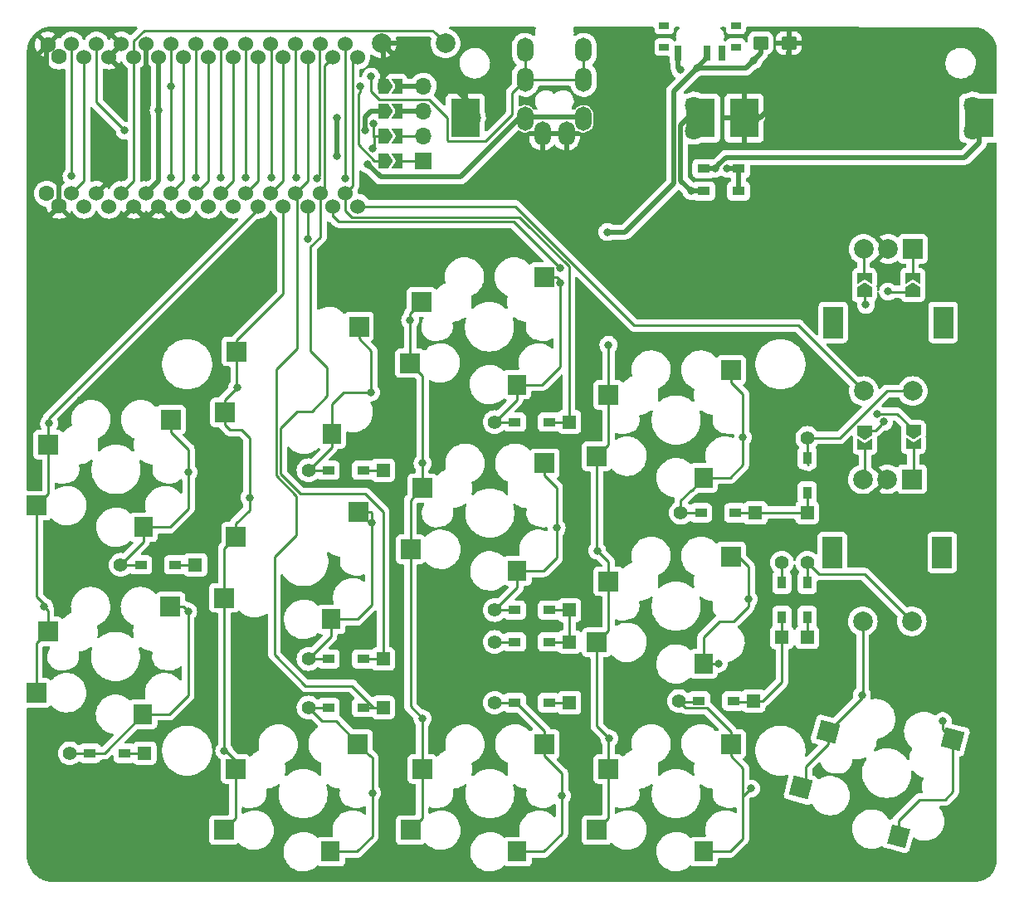
<source format=gbl>
G04 #@! TF.GenerationSoftware,KiCad,Pcbnew,(6.0.9-0)*
G04 #@! TF.CreationDate,2022-12-01T20:25:03+09:00*
G04 #@! TF.ProjectId,palette1202-PM,70616c65-7474-4653-9132-30322d504d2e,rev?*
G04 #@! TF.SameCoordinates,Original*
G04 #@! TF.FileFunction,Copper,L2,Bot*
G04 #@! TF.FilePolarity,Positive*
%FSLAX46Y46*%
G04 Gerber Fmt 4.6, Leading zero omitted, Abs format (unit mm)*
G04 Created by KiCad (PCBNEW (6.0.9-0)) date 2022-12-01 20:25:03*
%MOMM*%
%LPD*%
G01*
G04 APERTURE LIST*
G04 Aperture macros list*
%AMRoundRect*
0 Rectangle with rounded corners*
0 $1 Rounding radius*
0 $2 $3 $4 $5 $6 $7 $8 $9 X,Y pos of 4 corners*
0 Add a 4 corners polygon primitive as box body*
4,1,4,$2,$3,$4,$5,$6,$7,$8,$9,$2,$3,0*
0 Add four circle primitives for the rounded corners*
1,1,$1+$1,$2,$3*
1,1,$1+$1,$4,$5*
1,1,$1+$1,$6,$7*
1,1,$1+$1,$8,$9*
0 Add four rect primitives between the rounded corners*
20,1,$1+$1,$2,$3,$4,$5,0*
20,1,$1+$1,$4,$5,$6,$7,0*
20,1,$1+$1,$6,$7,$8,$9,0*
20,1,$1+$1,$8,$9,$2,$3,0*%
%AMRotRect*
0 Rectangle, with rotation*
0 The origin of the aperture is its center*
0 $1 length*
0 $2 width*
0 $3 Rotation angle, in degrees counterclockwise*
0 Add horizontal line*
21,1,$1,$2,0,0,$3*%
%AMFreePoly0*
4,1,6,0.500000,-0.750000,-0.650000,-0.750000,-0.150000,0.000000,-0.650000,0.750000,0.500000,0.750000,0.500000,-0.750000,0.500000,-0.750000,$1*%
%AMFreePoly1*
4,1,6,1.000000,0.000000,0.500000,-0.750000,-0.500000,-0.750000,-0.500000,0.750000,0.500000,0.750000,1.000000,0.000000,1.000000,0.000000,$1*%
G04 Aperture macros list end*
G04 #@! TA.AperFunction,ComponentPad*
%ADD10O,1.700000X2.500000*%
G04 #@! TD*
G04 #@! TA.AperFunction,ComponentPad*
%ADD11R,2.000000X2.000000*%
G04 #@! TD*
G04 #@! TA.AperFunction,ComponentPad*
%ADD12C,2.000000*%
G04 #@! TD*
G04 #@! TA.AperFunction,ComponentPad*
%ADD13R,2.000000X3.200000*%
G04 #@! TD*
G04 #@! TA.AperFunction,SMDPad,CuDef*
%ADD14R,2.000000X2.000000*%
G04 #@! TD*
G04 #@! TA.AperFunction,SMDPad,CuDef*
%ADD15R,1.900000X2.000000*%
G04 #@! TD*
G04 #@! TA.AperFunction,SMDPad,CuDef*
%ADD16RotRect,2.000000X2.000000X165.000000*%
G04 #@! TD*
G04 #@! TA.AperFunction,SMDPad,CuDef*
%ADD17RotRect,1.900000X2.000000X165.000000*%
G04 #@! TD*
G04 #@! TA.AperFunction,ComponentPad*
%ADD18C,1.600200*%
G04 #@! TD*
G04 #@! TA.AperFunction,ComponentPad*
%ADD19C,1.524000*%
G04 #@! TD*
G04 #@! TA.AperFunction,ComponentPad*
%ADD20R,1.700000X1.700000*%
G04 #@! TD*
G04 #@! TA.AperFunction,ComponentPad*
%ADD21O,1.700000X1.700000*%
G04 #@! TD*
G04 #@! TA.AperFunction,ComponentPad*
%ADD22C,1.800000*%
G04 #@! TD*
G04 #@! TA.AperFunction,SMDPad,CuDef*
%ADD23R,3.000000X4.000000*%
G04 #@! TD*
G04 #@! TA.AperFunction,ComponentPad*
%ADD24R,1.397000X1.397000*%
G04 #@! TD*
G04 #@! TA.AperFunction,SMDPad,CuDef*
%ADD25R,0.950000X1.300000*%
G04 #@! TD*
G04 #@! TA.AperFunction,ComponentPad*
%ADD26C,1.397000*%
G04 #@! TD*
G04 #@! TA.AperFunction,SMDPad,CuDef*
%ADD27R,1.300000X0.950000*%
G04 #@! TD*
G04 #@! TA.AperFunction,SMDPad,CuDef*
%ADD28RoundRect,0.249999X-0.537501X-0.425001X0.537501X-0.425001X0.537501X0.425001X-0.537501X0.425001X0*%
G04 #@! TD*
G04 #@! TA.AperFunction,SMDPad,CuDef*
%ADD29FreePoly0,90.000000*%
G04 #@! TD*
G04 #@! TA.AperFunction,SMDPad,CuDef*
%ADD30FreePoly1,90.000000*%
G04 #@! TD*
G04 #@! TA.AperFunction,SMDPad,CuDef*
%ADD31FreePoly0,270.000000*%
G04 #@! TD*
G04 #@! TA.AperFunction,SMDPad,CuDef*
%ADD32FreePoly1,270.000000*%
G04 #@! TD*
G04 #@! TA.AperFunction,SMDPad,CuDef*
%ADD33R,1.000000X0.800000*%
G04 #@! TD*
G04 #@! TA.AperFunction,SMDPad,CuDef*
%ADD34R,0.700000X1.500000*%
G04 #@! TD*
G04 #@! TA.AperFunction,SMDPad,CuDef*
%ADD35FreePoly1,0.000000*%
G04 #@! TD*
G04 #@! TA.AperFunction,SMDPad,CuDef*
%ADD36FreePoly0,0.000000*%
G04 #@! TD*
G04 #@! TA.AperFunction,ViaPad*
%ADD37C,0.800000*%
G04 #@! TD*
G04 #@! TA.AperFunction,Conductor*
%ADD38C,0.250000*%
G04 #@! TD*
G04 #@! TA.AperFunction,Conductor*
%ADD39C,0.500000*%
G04 #@! TD*
G04 APERTURE END LIST*
D10*
X137360000Y-45810000D03*
X141560000Y-47310000D03*
X137360000Y-38810000D03*
X137360000Y-41810000D03*
X143310000Y-38810000D03*
X143310000Y-41810000D03*
X143310000Y-45810000D03*
X139110000Y-47310000D03*
D11*
X176800000Y-82600000D03*
D12*
X171800000Y-82600000D03*
X174300000Y-82600000D03*
D13*
X179900000Y-90100000D03*
X168700000Y-90100000D03*
D12*
X171800000Y-97100000D03*
X176800000Y-97100000D03*
D14*
X144650000Y-99250000D03*
X145850000Y-93010000D03*
X158350000Y-90470000D03*
D15*
X155550000Y-101450000D03*
D14*
X87460000Y-104380000D03*
X88660000Y-98140000D03*
D15*
X98360000Y-106580000D03*
D14*
X101160000Y-95600000D03*
X106650000Y-94700000D03*
X107850000Y-88460000D03*
X120350000Y-85920000D03*
D15*
X117550000Y-96900000D03*
D14*
X126850000Y-83510000D03*
X125650000Y-89750000D03*
X139350000Y-80970000D03*
D15*
X136550000Y-91950000D03*
D14*
X144650000Y-80250000D03*
X145850000Y-74010000D03*
D15*
X155550000Y-82450000D03*
D14*
X158350000Y-71470000D03*
X87500000Y-85300000D03*
X88700000Y-79060000D03*
D15*
X98400000Y-87500000D03*
D14*
X101200000Y-76520000D03*
X144650000Y-118400000D03*
X145850000Y-112160000D03*
X158350000Y-109620000D03*
D15*
X155550000Y-120600000D03*
D16*
X165468370Y-114077491D03*
X168242512Y-108360697D03*
X180973985Y-109142483D03*
D17*
X175427560Y-119023656D03*
D18*
X88650000Y-38250000D03*
X88550000Y-53450000D03*
D14*
X125600000Y-70750000D03*
X126800000Y-64510000D03*
X139300000Y-61970000D03*
D15*
X136500000Y-72950000D03*
D14*
X106600000Y-118400000D03*
X107800000Y-112160000D03*
X120300000Y-109620000D03*
D15*
X117500000Y-120600000D03*
D14*
X107900000Y-69560000D03*
X106700000Y-75800000D03*
X120400000Y-67020000D03*
D15*
X117600000Y-78000000D03*
D12*
X122726000Y-38124000D03*
X129226000Y-38124000D03*
D14*
X125650000Y-118400000D03*
X126850000Y-112160000D03*
X139350000Y-109620000D03*
D15*
X136550000Y-120600000D03*
D19*
X91072000Y-38193600D03*
X92342000Y-54740000D03*
X94882000Y-54740000D03*
X93612000Y-38193600D03*
X96152000Y-38193600D03*
X97422000Y-54740000D03*
X99962000Y-54740000D03*
X98692000Y-38193600D03*
X101232000Y-38193600D03*
X102502000Y-54740000D03*
X105042000Y-54740000D03*
X103772000Y-38193600D03*
X107582000Y-54740000D03*
X106312000Y-38193600D03*
X110122000Y-54740000D03*
X108852000Y-38193600D03*
X111392000Y-38193600D03*
X112662000Y-54740000D03*
X113932000Y-38193600D03*
X115202000Y-54740000D03*
X116472000Y-38193600D03*
X117742000Y-54740000D03*
X120282000Y-54740000D03*
X119012000Y-38193600D03*
X120282000Y-39500000D03*
X119012000Y-53413600D03*
X117742000Y-39500000D03*
X116472000Y-53413600D03*
X115202000Y-39500000D03*
X113932000Y-53413600D03*
X112662000Y-39500000D03*
X111392000Y-53413600D03*
X110122000Y-39500000D03*
X108852000Y-53413600D03*
X106312000Y-53413600D03*
X107582000Y-39500000D03*
X105042000Y-39500000D03*
X103772000Y-53413600D03*
X101232000Y-53413600D03*
X102502000Y-39500000D03*
X98692000Y-53413600D03*
X99962000Y-39500000D03*
X97422000Y-39500000D03*
X96152000Y-53413600D03*
X93612000Y-53413600D03*
X94882000Y-39500000D03*
X92342000Y-39500000D03*
X91072000Y-53413600D03*
D20*
X126974600Y-50092100D03*
D21*
X126974600Y-47552100D03*
X126974600Y-45012100D03*
X126974600Y-42472100D03*
D22*
X183041800Y-44460000D03*
X183041800Y-47060000D03*
D23*
X183688000Y-45760000D03*
X159688000Y-45760000D03*
D22*
X160388000Y-45710000D03*
X154593800Y-47060000D03*
X154593800Y-44460000D03*
D23*
X155240000Y-45760000D03*
X131240000Y-45760000D03*
D22*
X131940000Y-45710000D03*
D18*
X89797000Y-39470200D03*
X89797000Y-54710200D03*
D12*
X176900000Y-73600000D03*
X171900000Y-73600000D03*
D13*
X180000000Y-66600000D03*
X168800000Y-66600000D03*
D12*
X174400000Y-59100000D03*
X171900000Y-59100000D03*
D11*
X176900000Y-59100000D03*
D24*
X166141400Y-98729800D03*
D25*
X166141400Y-96694800D03*
D26*
X166141400Y-91109800D03*
D25*
X166141400Y-93144800D03*
D24*
X103708200Y-91338400D03*
D27*
X101673200Y-91338400D03*
X98123200Y-91338400D03*
D26*
X96088200Y-91338400D03*
D27*
X120824800Y-105892600D03*
D24*
X122859800Y-105892600D03*
D27*
X117274800Y-105892600D03*
D26*
X115239800Y-105892600D03*
D25*
X166141400Y-83969400D03*
D24*
X166141400Y-86004400D03*
D25*
X166141400Y-80419400D03*
D26*
X166141400Y-78384400D03*
D24*
X122859800Y-100939600D03*
D27*
X120824800Y-100939600D03*
X117274800Y-100939600D03*
D26*
X115239800Y-100939600D03*
D27*
X139824000Y-105410000D03*
D24*
X141859000Y-105410000D03*
D27*
X136274000Y-105410000D03*
D26*
X134239000Y-105410000D03*
D27*
X139824000Y-76758800D03*
D24*
X141859000Y-76758800D03*
D26*
X134239000Y-76758800D03*
D27*
X136274000Y-76758800D03*
X139824000Y-95961200D03*
D24*
X141859000Y-95961200D03*
D27*
X136274000Y-95961200D03*
D26*
X134239000Y-95961200D03*
D27*
X158620000Y-105232200D03*
D24*
X160655000Y-105232200D03*
D27*
X155070000Y-105232200D03*
D26*
X153035000Y-105232200D03*
D27*
X158823200Y-86029800D03*
D24*
X160858200Y-86029800D03*
D26*
X153238200Y-86029800D03*
D27*
X155273200Y-86029800D03*
X139824000Y-99212400D03*
D24*
X141859000Y-99212400D03*
D26*
X134239000Y-99212400D03*
D27*
X136274000Y-99212400D03*
D24*
X163550600Y-98729800D03*
D25*
X163550600Y-96694800D03*
X163550600Y-93144800D03*
D26*
X163550600Y-91109800D03*
D27*
X159128000Y-50900200D03*
X155578000Y-50900200D03*
D28*
X161376500Y-38073200D03*
X164251500Y-38073200D03*
D27*
X96491600Y-110566200D03*
D24*
X98526600Y-110566200D03*
D26*
X90906600Y-110566200D03*
D27*
X92941600Y-110566200D03*
X120824800Y-81686400D03*
D24*
X122859800Y-81686400D03*
D26*
X115239800Y-81686400D03*
D27*
X117274800Y-81686400D03*
X159128000Y-53186200D03*
X155578000Y-53186200D03*
D29*
X171958000Y-62063800D03*
D30*
X171958000Y-63513800D03*
D31*
X176961800Y-79026001D03*
D32*
X176961800Y-77576001D03*
X172034200Y-77623501D03*
D31*
X172034200Y-79073501D03*
D33*
X158844000Y-36287600D03*
X151544000Y-36287600D03*
X151544000Y-38497600D03*
X158844000Y-38497600D03*
D34*
X152944000Y-39147600D03*
X155944000Y-39147600D03*
X157444000Y-39147600D03*
D35*
X122846000Y-50130200D03*
D36*
X124296000Y-50130200D03*
D35*
X122846000Y-47590200D03*
D36*
X124296000Y-47590200D03*
D35*
X122846000Y-45050200D03*
D36*
X124296000Y-45050200D03*
D35*
X122846000Y-42510200D03*
D36*
X124296000Y-42510200D03*
D30*
X176911000Y-63488400D03*
D29*
X176911000Y-62038400D03*
D37*
X98692000Y-51804838D03*
X164211004Y-39851200D03*
X91948000Y-74498200D03*
X96152000Y-51804838D03*
X121691400Y-87045800D03*
X119012000Y-51921200D03*
X171712040Y-104614560D03*
X160394300Y-114154300D03*
X121747921Y-114619310D03*
X140893800Y-62560200D03*
X140575001Y-87567799D03*
X141097000Y-114884200D03*
X159575001Y-78320401D03*
X157099000Y-101422200D03*
X160147000Y-94818200D03*
X179959000Y-107264200D03*
X88265000Y-95580192D03*
X88773000Y-76911200D03*
X108852000Y-51842510D03*
X111445181Y-51858019D03*
X106650000Y-110312200D03*
X107974998Y-73253198D03*
X109220000Y-84455000D03*
X126873000Y-107010194D03*
X113985181Y-51858019D03*
X125603000Y-66370200D03*
X115163600Y-58115200D03*
X126873000Y-80975200D03*
X144703800Y-89890598D03*
X145923000Y-109042200D03*
X140900002Y-61036200D03*
X145850000Y-68888000D03*
X116114990Y-51916200D03*
X174371000Y-63449202D03*
X172110398Y-64795400D03*
X173964600Y-76733399D03*
X173225001Y-75932701D03*
X156718000Y-50900200D03*
X102997000Y-81864200D03*
X102971600Y-96088200D03*
X121640600Y-73736198D03*
X103772000Y-51804838D03*
X121906408Y-46276672D03*
X121820418Y-48867464D03*
X101227000Y-42510206D03*
X120539001Y-42510200D03*
X101232000Y-51804838D03*
X154305000Y-53186200D03*
X157978000Y-50900200D03*
X153157852Y-40813652D03*
X106312000Y-51821221D03*
X160655000Y-39851192D03*
X145745200Y-57378600D03*
X154870400Y-40621200D03*
X96494600Y-47015400D03*
X121056398Y-47015400D03*
X121637468Y-41525006D03*
X91072000Y-51667200D03*
X118110000Y-45720000D03*
X121266694Y-50437306D03*
X118110000Y-49592464D03*
X99957000Y-44931204D03*
D38*
X109220000Y-84455000D02*
X109220000Y-78359000D01*
X109220000Y-78359000D02*
X108432600Y-77571600D01*
X108432600Y-77571600D02*
X107238800Y-77571600D01*
X106700000Y-77032800D02*
X106700000Y-75800000D01*
X107238800Y-77571600D02*
X106700000Y-77032800D01*
X109220000Y-84455000D02*
X109220000Y-85728198D01*
X109220000Y-85728198D02*
X107850000Y-87098198D01*
X107850000Y-87098198D02*
X107850000Y-88460000D01*
D39*
X121266694Y-50437306D02*
X122600887Y-51771499D01*
X130727501Y-51771499D02*
X136689000Y-45810000D01*
X122600887Y-51771499D02*
X130727501Y-51771499D01*
X136689000Y-45810000D02*
X137360000Y-45810000D01*
X137360000Y-45810000D02*
X137510000Y-45660000D01*
X137510000Y-45660000D02*
X143160000Y-45660000D01*
X143160000Y-45660000D02*
X143310000Y-45810000D01*
D38*
X143310000Y-41810000D02*
X143310000Y-38810000D01*
X137360000Y-41810000D02*
X143310000Y-41810000D01*
X137360000Y-41810000D02*
X137360000Y-38810000D01*
X121637468Y-41525006D02*
X121637468Y-43011304D01*
X121637468Y-43011304D02*
X122463263Y-43837099D01*
X122463263Y-43837099D02*
X127538601Y-43837099D01*
X127538601Y-43837099D02*
X129414999Y-45713497D01*
X129414999Y-45713497D02*
X129414999Y-48020001D01*
X136017000Y-45403000D02*
X136017000Y-43153000D01*
X129414999Y-48020001D02*
X129479999Y-48085001D01*
X129479999Y-48085001D02*
X133334999Y-48085001D01*
X136017000Y-43153000D02*
X137360000Y-41810000D01*
X133334999Y-48085001D02*
X136017000Y-45403000D01*
D39*
X164211000Y-42849800D02*
X161300800Y-45760000D01*
D38*
X94882000Y-52143600D02*
X94623000Y-52424200D01*
D39*
X88493600Y-41214800D02*
X89800101Y-42521301D01*
X88650000Y-38250000D02*
X88493600Y-38406400D01*
X164211000Y-39851200D02*
X164211000Y-42849800D01*
D38*
X96152000Y-51804838D02*
X95242362Y-51804838D01*
D39*
X98692000Y-38193600D02*
X98934400Y-38193600D01*
X89797000Y-53578688D02*
X89797000Y-54710200D01*
X164251500Y-38073200D02*
X164211000Y-39851200D01*
X89800101Y-53575587D02*
X89797000Y-53578688D01*
X88650000Y-38250000D02*
X88576800Y-38250000D01*
X164211000Y-39851200D02*
X164211004Y-39851200D01*
X125626792Y-38124000D02*
X124140213Y-38124000D01*
D38*
X95242362Y-51804838D02*
X94623000Y-52424200D01*
X94623000Y-52424200D02*
X93612000Y-53413600D01*
D39*
X88493600Y-38406400D02*
X88493600Y-41214800D01*
X122846000Y-42510200D02*
X122846000Y-38244000D01*
X122846000Y-38244000D02*
X122726000Y-38124000D01*
X124140213Y-38124000D02*
X122726000Y-38124000D01*
X123070620Y-38468620D02*
X122726000Y-38124000D01*
X161300800Y-45760000D02*
X159688000Y-45760000D01*
X98692000Y-51804838D02*
X98692000Y-38193600D01*
X131940000Y-44437208D02*
X125626792Y-38124000D01*
X89800101Y-42521301D02*
X89800101Y-53575587D01*
D38*
X122726000Y-42390200D02*
X122846000Y-42510200D01*
X120251002Y-96900000D02*
X121691400Y-95459602D01*
X121691400Y-87611485D02*
X121691400Y-87045800D01*
X121600000Y-85920000D02*
X121691400Y-86011400D01*
X117550000Y-96900000D02*
X120251002Y-96900000D01*
X120350000Y-85920000D02*
X121600000Y-85920000D01*
X115239800Y-100939600D02*
X117550000Y-98629400D01*
X121691400Y-86011400D02*
X121691400Y-86480115D01*
X121691400Y-86480115D02*
X121691400Y-87045800D01*
X117550000Y-98629400D02*
X117550000Y-96900000D01*
X121691400Y-95459602D02*
X121691400Y-87611485D01*
X117274800Y-100939600D02*
X115239800Y-100939600D01*
X148488400Y-66903600D02*
X165203600Y-66903600D01*
X168242512Y-109684288D02*
X166014400Y-111912400D01*
X119012000Y-51921200D02*
X119012000Y-39271230D01*
X171712040Y-104891169D02*
X171712040Y-104614560D01*
X119012000Y-39271230D02*
X119012000Y-38193600D01*
X168242512Y-108360697D02*
X171712040Y-104891169D01*
X120304400Y-54762400D02*
X136347200Y-54762400D01*
X171800000Y-104526600D02*
X171712040Y-104614560D01*
X166014400Y-111912400D02*
X166014400Y-113531461D01*
X168242512Y-108360697D02*
X168242512Y-109684288D01*
X166014400Y-113531461D02*
X165468370Y-114077491D01*
X136347200Y-54762400D02*
X148488400Y-66903600D01*
X171800000Y-97100000D02*
X171800000Y-104526600D01*
X120282000Y-54740000D02*
X120304400Y-54762400D01*
X165203600Y-66903600D02*
X171900000Y-73600000D01*
X153035000Y-105232200D02*
X153733499Y-105930699D01*
X158350000Y-110870000D02*
X159575001Y-112095001D01*
X158350000Y-109620000D02*
X158350000Y-110870000D01*
X159575001Y-115176799D02*
X159575001Y-119276001D01*
X159575001Y-119276001D02*
X158251002Y-120600000D01*
X158251002Y-120600000D02*
X156750000Y-120600000D01*
X155171600Y-105283000D02*
X153136600Y-105283000D01*
X159575001Y-112095001D02*
X159575001Y-115176799D01*
X156750000Y-120600000D02*
X155550000Y-120600000D01*
X159575001Y-115176799D02*
X159575001Y-114973599D01*
X153733499Y-105930699D02*
X155910699Y-105930699D01*
X159575001Y-114973599D02*
X160394300Y-114154300D01*
X158350000Y-108370000D02*
X158350000Y-109620000D01*
X155910699Y-105930699D02*
X158350000Y-108370000D01*
X121747921Y-114619310D02*
X121747921Y-111029121D01*
X121747921Y-119053081D02*
X121747921Y-115184995D01*
X117500000Y-120600000D02*
X120201002Y-120600000D01*
X120300000Y-109620000D02*
X121539000Y-110820200D01*
X121747921Y-115184995D02*
X121747921Y-114619310D01*
X116636800Y-107289600D02*
X118059200Y-107289600D01*
X121747921Y-111029121D02*
X121539000Y-110820200D01*
X115239800Y-105892600D02*
X117274800Y-105892600D01*
X120201002Y-120600000D02*
X121747921Y-119053081D01*
X120300000Y-109530400D02*
X120300000Y-109620000D01*
X115239800Y-105892600D02*
X116636800Y-107289600D01*
X118059200Y-107289600D02*
X120300000Y-109530400D01*
X136500000Y-74472400D02*
X134213600Y-76758800D01*
X140893800Y-63125885D02*
X140893800Y-62560200D01*
X140893800Y-62313800D02*
X140893800Y-62560200D01*
X140550000Y-61970000D02*
X140893800Y-62313800D01*
X139089200Y-72950000D02*
X140893800Y-71145400D01*
X139300000Y-61970000D02*
X140550000Y-61970000D01*
X134213600Y-76758800D02*
X136248600Y-76758800D01*
X136500000Y-72950000D02*
X139089200Y-72950000D01*
X140893800Y-71145400D02*
X140893800Y-63125885D01*
X136500000Y-72950000D02*
X136500000Y-74472400D01*
X140575001Y-90626001D02*
X140575001Y-87567799D01*
X139251002Y-91950000D02*
X140575001Y-90626001D01*
X134239000Y-95961200D02*
X136274000Y-95961200D01*
X140575001Y-83445001D02*
X139350000Y-82220000D01*
X136550000Y-93650200D02*
X134239000Y-95961200D01*
X136550000Y-91950000D02*
X139251002Y-91950000D01*
X140575001Y-87567799D02*
X140575001Y-83445001D01*
X139350000Y-82220000D02*
X139350000Y-80970000D01*
X136550000Y-91950000D02*
X136550000Y-93650200D01*
X141097000Y-118754002D02*
X141097000Y-114884200D01*
X139350000Y-108311000D02*
X139350000Y-108370000D01*
X134239000Y-105410000D02*
X136274000Y-105410000D01*
X139350000Y-108370000D02*
X139350000Y-109620000D01*
X139251002Y-120600000D02*
X141097000Y-118754002D01*
X139350000Y-110870000D02*
X139350000Y-109620000D01*
X141097000Y-112617000D02*
X139350000Y-110870000D01*
X136274000Y-105410000D02*
X136449000Y-105410000D01*
X141097000Y-114884200D02*
X141097000Y-112617000D01*
X136449000Y-105410000D02*
X139350000Y-108311000D01*
X136550000Y-120600000D02*
X139251002Y-120600000D01*
X156750000Y-82450000D02*
X155550000Y-82450000D01*
X153238200Y-84761800D02*
X154300000Y-83700000D01*
X158251002Y-82450000D02*
X156750000Y-82450000D01*
X154300000Y-83700000D02*
X154350000Y-83700000D01*
X155550000Y-82500000D02*
X155550000Y-82450000D01*
X155273200Y-86029800D02*
X153238200Y-86029800D01*
X159575001Y-78320401D02*
X159575001Y-81126001D01*
X159575001Y-81126001D02*
X158251002Y-82450000D01*
X154350000Y-83700000D02*
X155550000Y-82500000D01*
X153238200Y-86029800D02*
X153238200Y-84761800D01*
X158350000Y-71470000D02*
X158350000Y-72720000D01*
X158350000Y-72720000D02*
X159575001Y-73945001D01*
X159575001Y-73945001D02*
X159575001Y-78320401D01*
X155550000Y-101450000D02*
X157071200Y-101450000D01*
X160147000Y-91516200D02*
X159100800Y-90470000D01*
X160147000Y-94818200D02*
X160147000Y-95580200D01*
X155550000Y-98748998D02*
X157194798Y-97104200D01*
X157194798Y-97104200D02*
X158623000Y-97104200D01*
X159100800Y-90470000D02*
X158350000Y-90470000D01*
X160147000Y-94818200D02*
X160147000Y-91516200D01*
X158634200Y-90754200D02*
X158350000Y-90470000D01*
X160147000Y-95580200D02*
X158623000Y-97104200D01*
X134239000Y-99212400D02*
X136274000Y-99212400D01*
X155550000Y-101450000D02*
X155550000Y-98748998D01*
X157071200Y-101450000D02*
X157099000Y-101422200D01*
X175427560Y-119023656D02*
X175427560Y-117461458D01*
X180174593Y-115298506D02*
X180975000Y-114498099D01*
X180975000Y-114122200D02*
X180973985Y-110277759D01*
X179959000Y-108127498D02*
X179959000Y-107264200D01*
X163550600Y-93144800D02*
X163550600Y-91109800D01*
X180973985Y-110277759D02*
X180973985Y-109142483D01*
X180973985Y-109142483D02*
X179959000Y-108127498D01*
X177590512Y-115298506D02*
X180174593Y-115298506D01*
X180975000Y-114498099D02*
X180975000Y-114122200D01*
X175427560Y-117461458D02*
X177590512Y-115298506D01*
X87460000Y-99340000D02*
X88660000Y-98140000D01*
X88265000Y-95326200D02*
X88265000Y-95580192D01*
X110122000Y-54740000D02*
X110122000Y-54996515D01*
X88700000Y-84100000D02*
X87500000Y-85300000D01*
X110122000Y-54996515D02*
X88773000Y-76345515D01*
X87460000Y-104380000D02*
X87460000Y-99340000D01*
X110087200Y-54740000D02*
X110122000Y-54740000D01*
X88700000Y-79060000D02*
X88700000Y-84100000D01*
X88773000Y-76345515D02*
X88773000Y-76911200D01*
X87500000Y-85300000D02*
X87500000Y-94561200D01*
X88700000Y-79060000D02*
X88700000Y-76984200D01*
X88660000Y-98140000D02*
X88660000Y-95975192D01*
X108852000Y-38193600D02*
X108852000Y-51842510D01*
X88660000Y-95975192D02*
X88265000Y-95580192D01*
X87500000Y-94561200D02*
X88265000Y-95326200D01*
X88700000Y-76984200D02*
X88773000Y-76911200D01*
X107800000Y-117200000D02*
X106600000Y-118400000D01*
X107900000Y-68452200D02*
X107900000Y-69560000D01*
X107900000Y-73178200D02*
X107974998Y-73253198D01*
X111445181Y-51858019D02*
X111445181Y-38246781D01*
X107800000Y-112160000D02*
X107800000Y-117200000D01*
X106700000Y-74528196D02*
X107574999Y-73653197D01*
X106650000Y-94700000D02*
X106650000Y-89660000D01*
X112662000Y-63690200D02*
X107900000Y-68452200D01*
X106650000Y-89660000D02*
X107850000Y-88460000D01*
X107800000Y-111305200D02*
X106807000Y-110312200D01*
X106807000Y-110312200D02*
X106650000Y-110312200D01*
X112662000Y-54740000D02*
X112662000Y-63690200D01*
X106700000Y-75800000D02*
X106700000Y-74528196D01*
X111445181Y-38246781D02*
X111392000Y-38193600D01*
X106650000Y-94700000D02*
X106650000Y-110312200D01*
X107900000Y-69560000D02*
X107900000Y-73178200D01*
X107800000Y-112160000D02*
X107800000Y-111305200D01*
X107574999Y-73653197D02*
X107974998Y-73253198D01*
X126873000Y-80975200D02*
X126873000Y-72023000D01*
X126850000Y-80998200D02*
X126873000Y-80975200D01*
X126850000Y-112160000D02*
X126850000Y-107033194D01*
X125650000Y-105787194D02*
X126873000Y-107010194D01*
X125600000Y-65710000D02*
X126800000Y-64510000D01*
X125603000Y-66370200D02*
X125600000Y-65710000D01*
X113932000Y-38193600D02*
X113932000Y-51804838D01*
X126850000Y-107033194D02*
X126873000Y-107010194D01*
X125650000Y-89750000D02*
X125650000Y-84710000D01*
X125600000Y-70750000D02*
X125603000Y-66370200D01*
X115163600Y-54778400D02*
X115202000Y-54740000D01*
X125650000Y-84710000D02*
X126850000Y-83510000D01*
X113932000Y-51804838D02*
X113985181Y-51858019D01*
X115163600Y-58115200D02*
X115163600Y-54778400D01*
X126850000Y-117200000D02*
X125650000Y-118400000D01*
X126850000Y-83510000D02*
X126850000Y-80998200D01*
X126850000Y-112160000D02*
X126850000Y-117200000D01*
X125650000Y-89750000D02*
X125650000Y-105787194D01*
X126873000Y-72023000D02*
X125600000Y-70750000D01*
X145850000Y-93010000D02*
X145850000Y-91036798D01*
X145850000Y-98050000D02*
X144650000Y-99250000D01*
X117742000Y-54740000D02*
X117742000Y-55817630D01*
X117742000Y-55727600D02*
X118326200Y-56311800D01*
X145850000Y-69472200D02*
X145850000Y-72760000D01*
X118326200Y-56311800D02*
X136175602Y-56311800D01*
X145850000Y-68888000D02*
X145850000Y-69472200D01*
X145850000Y-79050000D02*
X144650000Y-80250000D01*
X145850000Y-93010000D02*
X145850000Y-98050000D01*
X145850000Y-74010000D02*
X145850000Y-79050000D01*
X116472000Y-38193600D02*
X116389989Y-38275611D01*
X145850000Y-112160000D02*
X145850000Y-117200000D01*
X116389989Y-51641201D02*
X116114990Y-51916200D01*
X144650000Y-89836798D02*
X144703800Y-89890598D01*
X144650000Y-107769200D02*
X145523001Y-108642201D01*
X144650000Y-99250000D02*
X144650000Y-107769200D01*
X145850000Y-109115200D02*
X145923000Y-109042200D01*
X145523001Y-108642201D02*
X145923000Y-109042200D01*
X116389989Y-38275611D02*
X116389989Y-51641201D01*
X145850000Y-117200000D02*
X144650000Y-118400000D01*
X145103799Y-90290597D02*
X144703800Y-89890598D01*
X145850000Y-72760000D02*
X145850000Y-74010000D01*
X144650000Y-80250000D02*
X144650000Y-89836798D01*
X136175602Y-56311800D02*
X140900002Y-61036200D01*
X145850000Y-91036798D02*
X145103799Y-90290597D01*
X145850000Y-112160000D02*
X145850000Y-109115200D01*
X97422000Y-52143600D02*
X96152000Y-53413600D01*
X127900999Y-36798999D02*
X128226001Y-37124001D01*
X97422000Y-39500000D02*
X97422000Y-52143600D01*
X97422000Y-37854838D02*
X98477839Y-36798999D01*
X128226001Y-37124001D02*
X129226000Y-38124000D01*
X98477839Y-36798999D02*
X127900999Y-36798999D01*
X97422000Y-39500000D02*
X97422000Y-37854838D01*
X101673200Y-91338400D02*
X103708200Y-91338400D01*
X141833600Y-76758800D02*
X141833600Y-60885210D01*
X139798600Y-76758800D02*
X141833600Y-76758800D01*
X119659400Y-55854600D02*
X136802990Y-55854600D01*
X119773999Y-40008001D02*
X119773999Y-52651601D01*
X119773999Y-52651601D02*
X119012000Y-53413600D01*
X166141400Y-86004400D02*
X160883600Y-86004400D01*
X160883600Y-86004400D02*
X160858200Y-86029800D01*
X136802990Y-55854600D02*
X137298995Y-56350605D01*
X166141400Y-83969400D02*
X166141400Y-86004400D01*
X120282000Y-39500000D02*
X119773999Y-40008001D01*
X120824800Y-81686400D02*
X122859800Y-81686400D01*
X119012000Y-55207200D02*
X119659400Y-55854600D01*
X119012000Y-53413600D02*
X119012000Y-55207200D01*
X137298995Y-56350605D02*
X137133190Y-56184800D01*
X160858200Y-86029800D02*
X158823200Y-86029800D01*
X141833600Y-60885210D02*
X137298995Y-56350605D01*
X102502000Y-52143600D02*
X101232000Y-53413600D01*
X102502000Y-39500000D02*
X102502000Y-52143600D01*
X176911000Y-63488400D02*
X174410198Y-63488400D01*
X174410198Y-63488400D02*
X174371000Y-63449202D01*
X105042000Y-39500000D02*
X105042000Y-52143600D01*
X171958000Y-64643002D02*
X172110398Y-64795400D01*
X171958000Y-63513800D02*
X171958000Y-64643002D01*
X105042000Y-52143600D02*
X103772000Y-53413600D01*
X172034200Y-77623501D02*
X173074498Y-77623501D01*
X110122000Y-52143600D02*
X108852000Y-53413600D01*
X173564601Y-77133398D02*
X173964600Y-76733399D01*
X173074498Y-77623501D02*
X173564601Y-77133398D01*
X110122000Y-39500000D02*
X110122000Y-52143600D01*
X173225001Y-75932701D02*
X175318500Y-75932701D01*
X107582000Y-39500000D02*
X107582000Y-52143600D01*
X107582000Y-52143600D02*
X106312000Y-53413600D01*
X175318500Y-75932701D02*
X176961800Y-77576001D01*
D39*
X157117999Y-50500201D02*
X156718000Y-50900200D01*
X183688000Y-45760000D02*
X183688000Y-48260000D01*
X157861000Y-49757200D02*
X157117999Y-50500201D01*
X183688000Y-48260000D02*
X182190800Y-49757200D01*
X182687800Y-45106000D02*
X183041800Y-45460000D01*
X182190800Y-49757200D02*
X157861000Y-49757200D01*
X155578000Y-50900200D02*
X156718000Y-50900200D01*
D38*
X102997000Y-79557000D02*
X102997000Y-81864200D01*
X96088200Y-91338400D02*
X98123200Y-91338400D01*
X101101002Y-87500000D02*
X98400000Y-87500000D01*
X102997000Y-85604002D02*
X101101002Y-87500000D01*
X102997000Y-79567000D02*
X102997000Y-79557000D01*
X98400000Y-87500000D02*
X98400000Y-89026600D01*
X98400000Y-89026600D02*
X96088200Y-91338400D01*
X101200000Y-76520000D02*
X101200000Y-77770000D01*
X102997000Y-81864200D02*
X102997000Y-85604002D01*
X101200000Y-77770000D02*
X102997000Y-79567000D01*
X94423800Y-110566200D02*
X91894428Y-110566200D01*
X98360000Y-106580000D02*
X98360000Y-106630000D01*
X102483400Y-95600000D02*
X102971600Y-96088200D01*
X98360000Y-106630000D02*
X94423800Y-110566200D01*
X101061002Y-106580000D02*
X99560000Y-106580000D01*
X102971600Y-96088200D02*
X102971600Y-104669402D01*
X101160000Y-95600000D02*
X102483400Y-95600000D01*
X102971600Y-104669402D02*
X101061002Y-106580000D01*
X99560000Y-106580000D02*
X98360000Y-106580000D01*
X91894428Y-110566200D02*
X90906600Y-110566200D01*
X117600000Y-79326200D02*
X115239800Y-81686400D01*
X121640600Y-69510600D02*
X121640600Y-73272115D01*
X121640600Y-73126600D02*
X121640600Y-73272115D01*
X117600000Y-78000000D02*
X117600000Y-79326200D01*
X121640600Y-73272115D02*
X121640600Y-73736198D01*
X117600000Y-78000000D02*
X117600000Y-74932000D01*
X120400000Y-68270000D02*
X121640600Y-69510600D01*
X118795802Y-73736198D02*
X121074915Y-73736198D01*
X115239800Y-81686400D02*
X117274800Y-81686400D01*
X120400000Y-67020000D02*
X120400000Y-68270000D01*
X121074915Y-73736198D02*
X121640600Y-73736198D01*
X117600000Y-74932000D02*
X118795802Y-73736198D01*
X121954800Y-47590200D02*
X122846000Y-47590200D01*
X121920000Y-48767882D02*
X121820418Y-48867464D01*
X121920000Y-47652184D02*
X121920000Y-48767882D01*
X121906408Y-47638592D02*
X121906408Y-46276672D01*
X121906408Y-47638592D02*
X121954800Y-47590200D01*
X103772000Y-38193600D02*
X103772000Y-51804838D01*
X121906408Y-47638592D02*
X121920000Y-47652184D01*
X120331397Y-48469901D02*
X121991696Y-50130200D01*
X121991696Y-50130200D02*
X122846000Y-50130200D01*
X101232000Y-38193600D02*
X101232000Y-42505206D01*
X120539001Y-43075885D02*
X120331397Y-43283489D01*
X101232000Y-51804838D02*
X101232000Y-42515206D01*
X101232000Y-42505206D02*
X101227000Y-42510206D01*
X120539001Y-42510200D02*
X120539001Y-43075885D01*
X101232000Y-42515206D02*
X101227000Y-42510206D01*
X120331397Y-43283489D02*
X120331397Y-48469901D01*
X116472000Y-57873600D02*
X115468400Y-58877200D01*
X139824000Y-99212400D02*
X141859000Y-99212400D01*
X116472000Y-53413600D02*
X116472000Y-57873600D01*
X122859800Y-87274400D02*
X122859800Y-100939600D01*
X115570000Y-75717400D02*
X114046000Y-75717400D01*
X139824000Y-95961200D02*
X141859000Y-95961200D01*
X116840000Y-40402000D02*
X116840000Y-53045600D01*
X141859000Y-95961200D02*
X141859000Y-96909700D01*
X112420400Y-77343000D02*
X112420400Y-82067400D01*
X114447999Y-84094999D02*
X121026599Y-84094999D01*
X117170200Y-71170800D02*
X117170200Y-74117200D01*
X115468400Y-69469000D02*
X117170200Y-71170800D01*
X166141400Y-98729800D02*
X166141400Y-97575598D01*
X116840000Y-53045600D02*
X116472000Y-53413600D01*
X122859800Y-85928200D02*
X122859800Y-87274400D01*
X141859000Y-96909700D02*
X141859000Y-99212400D01*
X121026599Y-84094999D02*
X122859800Y-85928200D01*
X117170200Y-74117200D02*
X115570000Y-75717400D01*
X122859800Y-100939600D02*
X120824800Y-100939600D01*
X114046000Y-75717400D02*
X112420400Y-77343000D01*
X117742000Y-39500000D02*
X116840000Y-40402000D01*
X96491600Y-110566200D02*
X98526600Y-110566200D01*
X115468400Y-58877200D02*
X115468400Y-69469000D01*
X112420400Y-82067400D02*
X114447999Y-84094999D01*
X166141400Y-96694800D02*
X166141400Y-98729800D01*
X111760000Y-100482400D02*
X114960400Y-103682800D01*
X122859800Y-105892600D02*
X120824800Y-105892600D01*
X111963200Y-82246611D02*
X114035001Y-84318412D01*
X163550600Y-98729800D02*
X163550600Y-103285100D01*
X113927000Y-53463600D02*
X113932000Y-53458600D01*
X111963200Y-71399400D02*
X111963200Y-82246611D01*
X114035001Y-88273997D02*
X111760000Y-90548998D01*
X163550600Y-103285100D02*
X161603500Y-105232200D01*
X161603500Y-105232200D02*
X160655000Y-105232200D01*
X119701500Y-103682800D02*
X121911300Y-105892600D01*
X114035001Y-84318412D02*
X114035001Y-88273997D01*
X113932000Y-53413600D02*
X114096800Y-53578400D01*
X163550600Y-98729800D02*
X163550600Y-96694800D01*
X141859000Y-105410000D02*
X139824000Y-105410000D01*
X114960400Y-103682800D02*
X119701500Y-103682800D01*
X121911300Y-105892600D02*
X122859800Y-105892600D01*
X115202000Y-52143600D02*
X113932000Y-53413600D01*
X111760000Y-90548998D02*
X111760000Y-100482400D01*
X115202000Y-39500000D02*
X115202000Y-52143600D01*
X114096800Y-53578400D02*
X114096800Y-69265800D01*
X160756600Y-105283000D02*
X158721600Y-105283000D01*
X114096800Y-69265800D02*
X111963200Y-71399400D01*
D39*
X153212800Y-52120800D02*
X153212800Y-46482000D01*
X154305000Y-53186200D02*
X155578000Y-53186200D01*
X153212800Y-46482000D02*
X153934800Y-45760000D01*
X154305000Y-53186200D02*
X154278200Y-53186200D01*
X154589200Y-47060000D02*
X154593800Y-47060000D01*
X154278200Y-53186200D02*
X153212800Y-52120800D01*
X153934800Y-45760000D02*
X155240000Y-45760000D01*
D38*
X166141400Y-81051400D02*
X166217600Y-81127600D01*
X174253200Y-73600000D02*
X169468800Y-78384400D01*
X167129228Y-78384400D02*
X166141400Y-78384400D01*
X166141400Y-78384400D02*
X166141400Y-81051400D01*
X169468800Y-78384400D02*
X167129228Y-78384400D01*
X176900000Y-73600000D02*
X174253200Y-73600000D01*
X175800001Y-96100001D02*
X176800000Y-97100000D01*
X166141400Y-91109800D02*
X167309800Y-92278200D01*
X171978200Y-92278200D02*
X175800001Y-96100001D01*
X167309800Y-92278200D02*
X171978200Y-92278200D01*
X166141400Y-91109800D02*
X166141400Y-93144800D01*
D39*
X159128000Y-50900200D02*
X157978000Y-50900200D01*
X152944000Y-40599800D02*
X153157852Y-40813652D01*
X159128000Y-50900200D02*
X159128000Y-53186200D01*
X152944000Y-39147600D02*
X152944000Y-40599800D01*
D38*
X171907200Y-62038400D02*
X171907200Y-59107200D01*
X171907200Y-59107200D02*
X171900000Y-59100000D01*
X171907200Y-59092800D02*
X171900000Y-59100000D01*
X176885600Y-62038400D02*
X176885600Y-59114400D01*
X176885600Y-59085600D02*
X176900000Y-59100000D01*
X172034200Y-79073501D02*
X172034200Y-82365800D01*
X172034200Y-82365800D02*
X171800000Y-82600000D01*
X176961800Y-81899202D02*
X176800000Y-82061002D01*
X176961800Y-79026001D02*
X176961800Y-81899202D01*
X176800000Y-82061002D02*
X176800000Y-82600000D01*
X92342000Y-52143600D02*
X91072000Y-53413600D01*
X92342000Y-39500000D02*
X92342000Y-52143600D01*
X112662000Y-39500000D02*
X112662000Y-52143600D01*
X112662000Y-52143600D02*
X111392000Y-53413600D01*
X106312000Y-38193600D02*
X106312000Y-51821221D01*
X126936500Y-50130200D02*
X126974600Y-50092100D01*
X124296000Y-50130200D02*
X126936500Y-50130200D01*
X126936500Y-47590200D02*
X126974600Y-47552100D01*
X124334100Y-47552100D02*
X124296000Y-47590200D01*
X126974600Y-47552100D02*
X124334100Y-47552100D01*
D39*
X124296000Y-45050200D02*
X126936500Y-45050200D01*
X126936500Y-45050200D02*
X126974600Y-45012100D01*
X124334100Y-42472100D02*
X124296000Y-42510200D01*
X126936500Y-42510200D02*
X126974600Y-42472100D01*
X126974600Y-42472100D02*
X124334100Y-42472100D01*
X152512790Y-52410753D02*
X147544943Y-57378600D01*
X159884992Y-40621200D02*
X154870400Y-40621200D01*
X154870400Y-40621200D02*
X152512790Y-42978810D01*
X160655000Y-39851192D02*
X159884992Y-40621200D01*
X161376500Y-39129692D02*
X160655000Y-39851192D01*
X152512790Y-42978810D02*
X152512790Y-52410753D01*
X155944000Y-39522200D02*
X155930600Y-39535600D01*
X147544943Y-57378600D02*
X145745200Y-57378600D01*
X154870400Y-40621200D02*
X155944000Y-39547600D01*
X161376500Y-38073200D02*
X161376500Y-39129692D01*
X155944000Y-39547600D02*
X155944000Y-39147600D01*
D38*
X93612000Y-38193600D02*
X93612000Y-44132800D01*
D39*
X121056398Y-45593002D02*
X121056398Y-47015400D01*
X123070620Y-45050200D02*
X121599200Y-45050200D01*
D38*
X93612000Y-44132800D02*
X96494600Y-47015400D01*
D39*
X121599200Y-45050200D02*
X121056398Y-45593002D01*
D38*
X91072000Y-51667200D02*
X91072000Y-38193600D01*
D39*
X99962000Y-44926204D02*
X99957000Y-44931204D01*
X99962000Y-39500000D02*
X99962000Y-44926204D01*
X99957000Y-52148600D02*
X99957000Y-44931204D01*
X98692000Y-53413600D02*
X99957000Y-52148600D01*
X118110000Y-45720000D02*
X118110000Y-49592464D01*
G04 #@! TA.AperFunction,Conductor*
G36*
X150409558Y-36439080D02*
G01*
X150477670Y-36459113D01*
X150524138Y-36512791D01*
X150535500Y-36565080D01*
X150535500Y-36735734D01*
X150542255Y-36797916D01*
X150593385Y-36934305D01*
X150680739Y-37050861D01*
X150797295Y-37138215D01*
X150933684Y-37189345D01*
X150995866Y-37196100D01*
X152092134Y-37196100D01*
X152154316Y-37189345D01*
X152290705Y-37138215D01*
X152407261Y-37050861D01*
X152494615Y-36934305D01*
X152545745Y-36797916D01*
X152552500Y-36735734D01*
X152552500Y-36566126D01*
X152572502Y-36498005D01*
X152626158Y-36451512D01*
X152678557Y-36440126D01*
X152784306Y-36440175D01*
X152985830Y-36440268D01*
X153053942Y-36460302D01*
X153100410Y-36513979D01*
X153110481Y-36584257D01*
X153080958Y-36648824D01*
X153067773Y-36661933D01*
X152996302Y-36723191D01*
X152992391Y-36728233D01*
X152992390Y-36728234D01*
X152971357Y-36755350D01*
X152876954Y-36877053D01*
X152874138Y-36882776D01*
X152874136Y-36882779D01*
X152809238Y-37014669D01*
X152790982Y-37051771D01*
X152789373Y-37057949D01*
X152789372Y-37057951D01*
X152743968Y-37232261D01*
X152741898Y-37240207D01*
X152737722Y-37319892D01*
X152732465Y-37420207D01*
X152731707Y-37434664D01*
X152753056Y-37575827D01*
X152758360Y-37610897D01*
X152760825Y-37627199D01*
X152763028Y-37633185D01*
X152763029Y-37633191D01*
X152794819Y-37719592D01*
X152799569Y-37790430D01*
X152765268Y-37852590D01*
X152702805Y-37886338D01*
X152676569Y-37889100D01*
X152586275Y-37889100D01*
X152518154Y-37869098D01*
X152485449Y-37838665D01*
X152485036Y-37838114D01*
X152407261Y-37734339D01*
X152290705Y-37646985D01*
X152154316Y-37595855D01*
X152092134Y-37589100D01*
X150995866Y-37589100D01*
X150933684Y-37595855D01*
X150797295Y-37646985D01*
X150680739Y-37734339D01*
X150593385Y-37850895D01*
X150542255Y-37987284D01*
X150535500Y-38049466D01*
X150535500Y-38945734D01*
X150542255Y-39007916D01*
X150593385Y-39144305D01*
X150680739Y-39260861D01*
X150797295Y-39348215D01*
X150933684Y-39399345D01*
X150995866Y-39406100D01*
X151959500Y-39406100D01*
X152027621Y-39426102D01*
X152074114Y-39479758D01*
X152085500Y-39532100D01*
X152085500Y-39945734D01*
X152092255Y-40007916D01*
X152143385Y-40144305D01*
X152160327Y-40166911D01*
X152185174Y-40233415D01*
X152185500Y-40242474D01*
X152185500Y-40532730D01*
X152184067Y-40551680D01*
X152182843Y-40559729D01*
X152180801Y-40573149D01*
X152181394Y-40580441D01*
X152181394Y-40580444D01*
X152185085Y-40625818D01*
X152185500Y-40636033D01*
X152185500Y-40644093D01*
X152185925Y-40647737D01*
X152188789Y-40672307D01*
X152189222Y-40676682D01*
X152194466Y-40741149D01*
X152195140Y-40749437D01*
X152197396Y-40756401D01*
X152198587Y-40762360D01*
X152199971Y-40768215D01*
X152200818Y-40775481D01*
X152225735Y-40844127D01*
X152227152Y-40848255D01*
X152247392Y-40910734D01*
X152247394Y-40910739D01*
X152249212Y-40916349D01*
X152249213Y-40916354D01*
X152249649Y-40917700D01*
X152249587Y-40917720D01*
X152258841Y-40951549D01*
X152259971Y-40962297D01*
X152264310Y-41003580D01*
X152323325Y-41185208D01*
X152326628Y-41190930D01*
X152326629Y-41190931D01*
X152342169Y-41217847D01*
X152418812Y-41350596D01*
X152423230Y-41355503D01*
X152423231Y-41355504D01*
X152509407Y-41451212D01*
X152546599Y-41492518D01*
X152551941Y-41496399D01*
X152551943Y-41496401D01*
X152608580Y-41537550D01*
X152633197Y-41555435D01*
X152647226Y-41565628D01*
X152690580Y-41621850D01*
X152696655Y-41692587D01*
X152662260Y-41756659D01*
X152023879Y-42395040D01*
X152009467Y-42407426D01*
X151997872Y-42415959D01*
X151997867Y-42415964D01*
X151991972Y-42420302D01*
X151987233Y-42425880D01*
X151987230Y-42425883D01*
X151957755Y-42460578D01*
X151950825Y-42468094D01*
X151945130Y-42473789D01*
X151942850Y-42476671D01*
X151927509Y-42496061D01*
X151924718Y-42499465D01*
X151909687Y-42517158D01*
X151877457Y-42555095D01*
X151874129Y-42561611D01*
X151870762Y-42566660D01*
X151867595Y-42571789D01*
X151863056Y-42577526D01*
X151832135Y-42643685D01*
X151830232Y-42647579D01*
X151797021Y-42712618D01*
X151795282Y-42719726D01*
X151793183Y-42725369D01*
X151791266Y-42731132D01*
X151788168Y-42737760D01*
X151786678Y-42744922D01*
X151786678Y-42744923D01*
X151773304Y-42809222D01*
X151772334Y-42813506D01*
X151754982Y-42884420D01*
X151754290Y-42895574D01*
X151754254Y-42895572D01*
X151754015Y-42899565D01*
X151753641Y-42903757D01*
X151752150Y-42910925D01*
X151752348Y-42918237D01*
X151752348Y-42918242D01*
X151754244Y-42988331D01*
X151754290Y-42991738D01*
X151754290Y-52044382D01*
X151734288Y-52112503D01*
X151717385Y-52133477D01*
X147267667Y-56583195D01*
X147205355Y-56617221D01*
X147178572Y-56620100D01*
X146287787Y-56620100D01*
X146213728Y-56596037D01*
X146207298Y-56591365D01*
X146207291Y-56591361D01*
X146201952Y-56587482D01*
X146195924Y-56584798D01*
X146195922Y-56584797D01*
X146033519Y-56512491D01*
X146033518Y-56512491D01*
X146027488Y-56509806D01*
X145934088Y-56489953D01*
X145847144Y-56471472D01*
X145847139Y-56471472D01*
X145840687Y-56470100D01*
X145649713Y-56470100D01*
X145643261Y-56471472D01*
X145643256Y-56471472D01*
X145556313Y-56489953D01*
X145462912Y-56509806D01*
X145456882Y-56512491D01*
X145456881Y-56512491D01*
X145294478Y-56584797D01*
X145294476Y-56584798D01*
X145288448Y-56587482D01*
X145283107Y-56591362D01*
X145283106Y-56591363D01*
X145276673Y-56596037D01*
X145133947Y-56699734D01*
X145129526Y-56704644D01*
X145129525Y-56704645D01*
X145045363Y-56798117D01*
X145006160Y-56841656D01*
X144910673Y-57007044D01*
X144851658Y-57188672D01*
X144831696Y-57378600D01*
X144851658Y-57568528D01*
X144910673Y-57750156D01*
X145006160Y-57915544D01*
X145010578Y-57920451D01*
X145010579Y-57920452D01*
X145101486Y-58021414D01*
X145133947Y-58057466D01*
X145177402Y-58089038D01*
X145283104Y-58165835D01*
X145288448Y-58169718D01*
X145294476Y-58172402D01*
X145294478Y-58172403D01*
X145426463Y-58231166D01*
X145462912Y-58247394D01*
X145556313Y-58267247D01*
X145643256Y-58285728D01*
X145643261Y-58285728D01*
X145649713Y-58287100D01*
X145840687Y-58287100D01*
X145847139Y-58285728D01*
X145847144Y-58285728D01*
X145934087Y-58267247D01*
X146027488Y-58247394D01*
X146063937Y-58231166D01*
X146195922Y-58172403D01*
X146195924Y-58172402D01*
X146201952Y-58169718D01*
X146207291Y-58165839D01*
X146207298Y-58165835D01*
X146213728Y-58161163D01*
X146287787Y-58137100D01*
X147477873Y-58137100D01*
X147496823Y-58138533D01*
X147511058Y-58140699D01*
X147511062Y-58140699D01*
X147518292Y-58141799D01*
X147525584Y-58141206D01*
X147525587Y-58141206D01*
X147570961Y-58137515D01*
X147581176Y-58137100D01*
X147589236Y-58137100D01*
X147602526Y-58135551D01*
X147617450Y-58133811D01*
X147621825Y-58133378D01*
X147687282Y-58128054D01*
X147687285Y-58128053D01*
X147694580Y-58127460D01*
X147701544Y-58125204D01*
X147707503Y-58124013D01*
X147713358Y-58122629D01*
X147720624Y-58121782D01*
X147789270Y-58096865D01*
X147793398Y-58095448D01*
X147855879Y-58075207D01*
X147855881Y-58075206D01*
X147862842Y-58072951D01*
X147869097Y-58069155D01*
X147874571Y-58066649D01*
X147880001Y-58063930D01*
X147886880Y-58061433D01*
X147947919Y-58021414D01*
X147951623Y-58019077D01*
X148014050Y-57981195D01*
X148022427Y-57973797D01*
X148022451Y-57973824D01*
X148025443Y-57971171D01*
X148028676Y-57968468D01*
X148034795Y-57964456D01*
X148088071Y-57908217D01*
X148090449Y-57905775D01*
X152918677Y-53077548D01*
X152980989Y-53043522D01*
X153051804Y-53048587D01*
X153096867Y-53077548D01*
X153397773Y-53378454D01*
X153428511Y-53428612D01*
X153465211Y-53541560D01*
X153470473Y-53557756D01*
X153565960Y-53723144D01*
X153693747Y-53865066D01*
X153848248Y-53977318D01*
X153854276Y-53980002D01*
X153854278Y-53980003D01*
X154014361Y-54051276D01*
X154022712Y-54054994D01*
X154089927Y-54069281D01*
X154203056Y-54093328D01*
X154203061Y-54093328D01*
X154209513Y-54094700D01*
X154400487Y-54094700D01*
X154406939Y-54093328D01*
X154406944Y-54093328D01*
X154545488Y-54063879D01*
X154616279Y-54069281D01*
X154647249Y-54086299D01*
X154674109Y-54106430D01*
X154674112Y-54106432D01*
X154681295Y-54111815D01*
X154817684Y-54162945D01*
X154879866Y-54169700D01*
X156276134Y-54169700D01*
X156338316Y-54162945D01*
X156474705Y-54111815D01*
X156591261Y-54024461D01*
X156678615Y-53907905D01*
X156729745Y-53771516D01*
X156736500Y-53709334D01*
X156736500Y-52663066D01*
X156729745Y-52600884D01*
X156678615Y-52464495D01*
X156591261Y-52347939D01*
X156474705Y-52260585D01*
X156338316Y-52209455D01*
X156276134Y-52202700D01*
X154879866Y-52202700D01*
X154817684Y-52209455D01*
X154681295Y-52260585D01*
X154674112Y-52265968D01*
X154674109Y-52265970D01*
X154647249Y-52286101D01*
X154580743Y-52310948D01*
X154545488Y-52308521D01*
X154490195Y-52296768D01*
X154427297Y-52262616D01*
X154008205Y-51843524D01*
X153974179Y-51781212D01*
X153971300Y-51754429D01*
X153971300Y-48513059D01*
X153991302Y-48444938D01*
X154044958Y-48398445D01*
X154115232Y-48388341D01*
X154142248Y-48395349D01*
X154199494Y-48417209D01*
X154204560Y-48418240D01*
X154204561Y-48418240D01*
X154249766Y-48427437D01*
X154426456Y-48463385D01*
X154557124Y-48468176D01*
X154652749Y-48471683D01*
X154652753Y-48471683D01*
X154657913Y-48471872D01*
X154663033Y-48471216D01*
X154663035Y-48471216D01*
X154773162Y-48457108D01*
X154887647Y-48442442D01*
X154892595Y-48440957D01*
X154892602Y-48440956D01*
X155104547Y-48377369D01*
X155109490Y-48375886D01*
X155114123Y-48373616D01*
X155114134Y-48373612D01*
X155302466Y-48281349D01*
X155357898Y-48268500D01*
X156788134Y-48268500D01*
X156850316Y-48261745D01*
X156986705Y-48210615D01*
X157103261Y-48123261D01*
X157190615Y-48006705D01*
X157241745Y-47870316D01*
X157248500Y-47808134D01*
X157248500Y-47804669D01*
X157680001Y-47804669D01*
X157680371Y-47811490D01*
X157685895Y-47862352D01*
X157689521Y-47877604D01*
X157734676Y-47998054D01*
X157743214Y-48013649D01*
X157819715Y-48115724D01*
X157832276Y-48128285D01*
X157934351Y-48204786D01*
X157949946Y-48213324D01*
X158070394Y-48258478D01*
X158085649Y-48262105D01*
X158136514Y-48267631D01*
X158143328Y-48268000D01*
X159415885Y-48268000D01*
X159431124Y-48263525D01*
X159432329Y-48262135D01*
X159434000Y-48254452D01*
X159434000Y-48249884D01*
X159942000Y-48249884D01*
X159946475Y-48265123D01*
X159947865Y-48266328D01*
X159955548Y-48267999D01*
X161232669Y-48267999D01*
X161239490Y-48267629D01*
X161290352Y-48262105D01*
X161305604Y-48258479D01*
X161426054Y-48213324D01*
X161441649Y-48204786D01*
X161543724Y-48128285D01*
X161556285Y-48115724D01*
X161632786Y-48013649D01*
X161641324Y-47998054D01*
X161686478Y-47877606D01*
X161690105Y-47862351D01*
X161695631Y-47811486D01*
X161696000Y-47804672D01*
X161696000Y-46267154D01*
X161702995Y-46230516D01*
X161701612Y-46230096D01*
X161767415Y-46013517D01*
X161769594Y-46003436D01*
X161798702Y-45782338D01*
X161799221Y-45775663D01*
X161800744Y-45713364D01*
X161800550Y-45706646D01*
X161782279Y-45484400D01*
X161780596Y-45474238D01*
X161726710Y-45259708D01*
X161723389Y-45249953D01*
X161706450Y-45210996D01*
X161695999Y-45160753D01*
X161695999Y-43715331D01*
X161695629Y-43708510D01*
X161690105Y-43657648D01*
X161686479Y-43642396D01*
X161641324Y-43521946D01*
X161632786Y-43506351D01*
X161556285Y-43404276D01*
X161543724Y-43391715D01*
X161441649Y-43315214D01*
X161426054Y-43306676D01*
X161305606Y-43261522D01*
X161290351Y-43257895D01*
X161239486Y-43252369D01*
X161232672Y-43252000D01*
X159960115Y-43252000D01*
X159944876Y-43256475D01*
X159943671Y-43257865D01*
X159942000Y-43265548D01*
X159942000Y-48249884D01*
X159434000Y-48249884D01*
X159434000Y-46032115D01*
X159429525Y-46016876D01*
X159428135Y-46015671D01*
X159420452Y-46014000D01*
X157698116Y-46014000D01*
X157682877Y-46018475D01*
X157681672Y-46019865D01*
X157680001Y-46027548D01*
X157680001Y-47804669D01*
X157248500Y-47804669D01*
X157248500Y-45487885D01*
X157680000Y-45487885D01*
X157684475Y-45503124D01*
X157685865Y-45504329D01*
X157693548Y-45506000D01*
X159415885Y-45506000D01*
X159431124Y-45501525D01*
X159432329Y-45500135D01*
X159434000Y-45492452D01*
X159434000Y-43270116D01*
X159429525Y-43254877D01*
X159428135Y-43253672D01*
X159420452Y-43252001D01*
X158143331Y-43252001D01*
X158136510Y-43252371D01*
X158085648Y-43257895D01*
X158070396Y-43261521D01*
X157949946Y-43306676D01*
X157934351Y-43315214D01*
X157832276Y-43391715D01*
X157819715Y-43404276D01*
X157743214Y-43506351D01*
X157734676Y-43521946D01*
X157689522Y-43642394D01*
X157685895Y-43657649D01*
X157680369Y-43708514D01*
X157680000Y-43715328D01*
X157680000Y-45487885D01*
X157248500Y-45487885D01*
X157248500Y-43711866D01*
X157241745Y-43649684D01*
X157190615Y-43513295D01*
X157103261Y-43396739D01*
X156986705Y-43309385D01*
X156850316Y-43258255D01*
X156788134Y-43251500D01*
X155351675Y-43251500D01*
X155290781Y-43235809D01*
X155177679Y-43173373D01*
X155177675Y-43173371D01*
X155173155Y-43170876D01*
X155168286Y-43169152D01*
X155168282Y-43169150D01*
X154959703Y-43095288D01*
X154959699Y-43095287D01*
X154954828Y-43093562D01*
X154949735Y-43092655D01*
X154949732Y-43092654D01*
X154731895Y-43053851D01*
X154731889Y-43053850D01*
X154726806Y-43052945D01*
X154653896Y-43052054D01*
X154500381Y-43050179D01*
X154500379Y-43050179D01*
X154495211Y-43050116D01*
X154266264Y-43085150D01*
X154046114Y-43157106D01*
X154041526Y-43159494D01*
X154041522Y-43159496D01*
X153892133Y-43237263D01*
X153833953Y-43251500D01*
X153691866Y-43251500D01*
X153688469Y-43251869D01*
X153646069Y-43256475D01*
X153635795Y-43257591D01*
X153635792Y-43257591D01*
X153629684Y-43258255D01*
X153629577Y-43257267D01*
X153565669Y-43253931D01*
X153508025Y-43212486D01*
X153481938Y-43146456D01*
X153495692Y-43076804D01*
X153518326Y-43045955D01*
X155026731Y-41537550D01*
X155089628Y-41503399D01*
X155146224Y-41491369D01*
X155146233Y-41491366D01*
X155152688Y-41489994D01*
X155158719Y-41487309D01*
X155321122Y-41415003D01*
X155321124Y-41415002D01*
X155327152Y-41412318D01*
X155332491Y-41408439D01*
X155332498Y-41408435D01*
X155338928Y-41403763D01*
X155412987Y-41379700D01*
X159817922Y-41379700D01*
X159836872Y-41381133D01*
X159851107Y-41383299D01*
X159851111Y-41383299D01*
X159858341Y-41384399D01*
X159865633Y-41383806D01*
X159865636Y-41383806D01*
X159911010Y-41380115D01*
X159921225Y-41379700D01*
X159929285Y-41379700D01*
X159942575Y-41378151D01*
X159957499Y-41376411D01*
X159961874Y-41375978D01*
X160027331Y-41370654D01*
X160027334Y-41370653D01*
X160034629Y-41370060D01*
X160041593Y-41367804D01*
X160047552Y-41366613D01*
X160053407Y-41365229D01*
X160060673Y-41364382D01*
X160129319Y-41339465D01*
X160133447Y-41338048D01*
X160195928Y-41317807D01*
X160195930Y-41317806D01*
X160202891Y-41315551D01*
X160209146Y-41311755D01*
X160214620Y-41309249D01*
X160220050Y-41306530D01*
X160226929Y-41304033D01*
X160235705Y-41298279D01*
X160287968Y-41264014D01*
X160291672Y-41261677D01*
X160354099Y-41223795D01*
X160362476Y-41216397D01*
X160362500Y-41216424D01*
X160365492Y-41213771D01*
X160368725Y-41211068D01*
X160374844Y-41207056D01*
X160428120Y-41150817D01*
X160430498Y-41148375D01*
X160811331Y-40767542D01*
X160874228Y-40733391D01*
X160930824Y-40721361D01*
X160930833Y-40721358D01*
X160937288Y-40719986D01*
X160943319Y-40717301D01*
X161105722Y-40644995D01*
X161105724Y-40644994D01*
X161111752Y-40642310D01*
X161118022Y-40637755D01*
X161202319Y-40576509D01*
X161266253Y-40530058D01*
X161394040Y-40388136D01*
X161478138Y-40242474D01*
X161486223Y-40228471D01*
X161486224Y-40228470D01*
X161489527Y-40222748D01*
X161498683Y-40194568D01*
X180221382Y-40194568D01*
X180221963Y-40199588D01*
X180221963Y-40199592D01*
X180228836Y-40258987D01*
X180250208Y-40443699D01*
X180251587Y-40448573D01*
X180251588Y-40448577D01*
X180315516Y-40674492D01*
X180318494Y-40685017D01*
X180320628Y-40689592D01*
X180320630Y-40689599D01*
X180422347Y-40907731D01*
X180424484Y-40912313D01*
X180427326Y-40916494D01*
X180427326Y-40916495D01*
X180562605Y-41115552D01*
X180562608Y-41115556D01*
X180565451Y-41119739D01*
X180568928Y-41123416D01*
X180568929Y-41123417D01*
X180718602Y-41281692D01*
X180737767Y-41301959D01*
X180741793Y-41305037D01*
X180741794Y-41305038D01*
X180932981Y-41451212D01*
X180932985Y-41451215D01*
X180937001Y-41454285D01*
X180941459Y-41456675D01*
X180941460Y-41456676D01*
X181015547Y-41496401D01*
X181158026Y-41572797D01*
X181162807Y-41574443D01*
X181162811Y-41574445D01*
X181343197Y-41636557D01*
X181395156Y-41654448D01*
X181498689Y-41672331D01*
X181638380Y-41696460D01*
X181638386Y-41696461D01*
X181642290Y-41697135D01*
X181646251Y-41697315D01*
X181646252Y-41697315D01*
X181670931Y-41698436D01*
X181670950Y-41698436D01*
X181672350Y-41698500D01*
X181847015Y-41698500D01*
X181849523Y-41698298D01*
X181849528Y-41698298D01*
X182028944Y-41683863D01*
X182028949Y-41683862D01*
X182033985Y-41683457D01*
X182038893Y-41682252D01*
X182038896Y-41682251D01*
X182272625Y-41624841D01*
X182277539Y-41623634D01*
X182282191Y-41621659D01*
X182282195Y-41621658D01*
X182503741Y-41527617D01*
X182503742Y-41527617D01*
X182508396Y-41525641D01*
X182684087Y-41415003D01*
X182716334Y-41394696D01*
X182716335Y-41394695D01*
X182720615Y-41392000D01*
X182908738Y-41226147D01*
X183067924Y-41032351D01*
X183194078Y-40815596D01*
X183198984Y-40802817D01*
X183262087Y-40638429D01*
X183283955Y-40581461D01*
X183285692Y-40573149D01*
X183334206Y-40340921D01*
X183335241Y-40335967D01*
X183336291Y-40312863D01*
X183341678Y-40194223D01*
X183346618Y-40085432D01*
X183342971Y-40053907D01*
X183327416Y-39919477D01*
X183317792Y-39836301D01*
X183316033Y-39830082D01*
X183250884Y-39599852D01*
X183250883Y-39599850D01*
X183249506Y-39594983D01*
X183247372Y-39590408D01*
X183247370Y-39590401D01*
X183145653Y-39372269D01*
X183145651Y-39372265D01*
X183143516Y-39367687D01*
X183135648Y-39356110D01*
X183005395Y-39164448D01*
X183005392Y-39164444D01*
X183002549Y-39160261D01*
X182946066Y-39100531D01*
X182833713Y-38981721D01*
X182830233Y-38978041D01*
X182821673Y-38971496D01*
X182635019Y-38828788D01*
X182635015Y-38828785D01*
X182630999Y-38825715D01*
X182619776Y-38819697D01*
X182414435Y-38709595D01*
X182409974Y-38707203D01*
X182405193Y-38705557D01*
X182405189Y-38705555D01*
X182177633Y-38627201D01*
X182172844Y-38625552D01*
X182058578Y-38605815D01*
X181929620Y-38583540D01*
X181929614Y-38583539D01*
X181925710Y-38582865D01*
X181921749Y-38582685D01*
X181921748Y-38582685D01*
X181897069Y-38581564D01*
X181897050Y-38581564D01*
X181895650Y-38581500D01*
X181720985Y-38581500D01*
X181718477Y-38581702D01*
X181718472Y-38581702D01*
X181539056Y-38596137D01*
X181539051Y-38596138D01*
X181534015Y-38596543D01*
X181529107Y-38597748D01*
X181529104Y-38597749D01*
X181326943Y-38647405D01*
X181290461Y-38656366D01*
X181285809Y-38658341D01*
X181285805Y-38658342D01*
X181064259Y-38752383D01*
X181059604Y-38754359D01*
X180847385Y-38888000D01*
X180659262Y-39053853D01*
X180500076Y-39247649D01*
X180373922Y-39464404D01*
X180372109Y-39469127D01*
X180372108Y-39469129D01*
X180335590Y-39564260D01*
X180284045Y-39698539D01*
X180283012Y-39703485D01*
X180283010Y-39703491D01*
X180255265Y-39836301D01*
X180232759Y-39944033D01*
X180232530Y-39949082D01*
X180232529Y-39949088D01*
X180227498Y-40059892D01*
X180221382Y-40194568D01*
X161498683Y-40194568D01*
X161544387Y-40053906D01*
X161575125Y-40003748D01*
X161865411Y-39713462D01*
X161879823Y-39701076D01*
X161891418Y-39692543D01*
X161891423Y-39692538D01*
X161897318Y-39688200D01*
X161902057Y-39682622D01*
X161902060Y-39682619D01*
X161931535Y-39647924D01*
X161938465Y-39640408D01*
X161944160Y-39634713D01*
X161949018Y-39628572D01*
X161961781Y-39612441D01*
X161964572Y-39609037D01*
X162007091Y-39558989D01*
X162007092Y-39558987D01*
X162011833Y-39553407D01*
X162015161Y-39546891D01*
X162018528Y-39541842D01*
X162021695Y-39536713D01*
X162026234Y-39530976D01*
X162057155Y-39464817D01*
X162059061Y-39460917D01*
X162061588Y-39455968D01*
X162092269Y-39395884D01*
X162094008Y-39388776D01*
X162096107Y-39383133D01*
X162098024Y-39377370D01*
X162101122Y-39370742D01*
X162104166Y-39356110D01*
X162113201Y-39312669D01*
X162115987Y-39299275D01*
X162116960Y-39294978D01*
X162117714Y-39291898D01*
X162153340Y-39230488D01*
X162200224Y-39202335D01*
X162237946Y-39189750D01*
X162244915Y-39185438D01*
X162382124Y-39100531D01*
X162382123Y-39100531D01*
X162388349Y-39096679D01*
X162421167Y-39063804D01*
X162508134Y-38976684D01*
X162513306Y-38971503D01*
X162601535Y-38828369D01*
X162602275Y-38827169D01*
X162602276Y-38827167D01*
X162606115Y-38820939D01*
X162650147Y-38688186D01*
X162659632Y-38659590D01*
X162659632Y-38659588D01*
X162661797Y-38653062D01*
X162672500Y-38548601D01*
X162672500Y-38545298D01*
X162956000Y-38545298D01*
X162956337Y-38551813D01*
X162966256Y-38647405D01*
X162969150Y-38660804D01*
X163020588Y-38814985D01*
X163026762Y-38828164D01*
X163112063Y-38966010D01*
X163121099Y-38977409D01*
X163235828Y-39091938D01*
X163247239Y-39100950D01*
X163385242Y-39186016D01*
X163398423Y-39192163D01*
X163552709Y-39243338D01*
X163566085Y-39246205D01*
X163660437Y-39255872D01*
X163666853Y-39256200D01*
X163979385Y-39256200D01*
X163994624Y-39251725D01*
X163995829Y-39250335D01*
X163997500Y-39242652D01*
X163997500Y-39238085D01*
X164505500Y-39238085D01*
X164509975Y-39253324D01*
X164511365Y-39254529D01*
X164519048Y-39256200D01*
X164836098Y-39256200D01*
X164842613Y-39255863D01*
X164938205Y-39245944D01*
X164951604Y-39243050D01*
X165105785Y-39191612D01*
X165118964Y-39185438D01*
X165256810Y-39100137D01*
X165268209Y-39091101D01*
X165382738Y-38976372D01*
X165391750Y-38964961D01*
X165476816Y-38826958D01*
X165482963Y-38813777D01*
X165534138Y-38659491D01*
X165537005Y-38646115D01*
X165546672Y-38551763D01*
X165547000Y-38545347D01*
X165547000Y-38345315D01*
X165542525Y-38330076D01*
X165541135Y-38328871D01*
X165533452Y-38327200D01*
X164523615Y-38327200D01*
X164508376Y-38331675D01*
X164507171Y-38333065D01*
X164505500Y-38340748D01*
X164505500Y-39238085D01*
X163997500Y-39238085D01*
X163997500Y-38345315D01*
X163993025Y-38330076D01*
X163991635Y-38328871D01*
X163983952Y-38327200D01*
X162974115Y-38327200D01*
X162958876Y-38331675D01*
X162957671Y-38333065D01*
X162956000Y-38340748D01*
X162956000Y-38545298D01*
X162672500Y-38545298D01*
X162672499Y-37801085D01*
X162956000Y-37801085D01*
X162960475Y-37816324D01*
X162961865Y-37817529D01*
X162969548Y-37819200D01*
X163979385Y-37819200D01*
X163994624Y-37814725D01*
X163995829Y-37813335D01*
X163997500Y-37805652D01*
X163997500Y-37801085D01*
X164505500Y-37801085D01*
X164509975Y-37816324D01*
X164511365Y-37817529D01*
X164519048Y-37819200D01*
X165528885Y-37819200D01*
X165544124Y-37814725D01*
X165545329Y-37813335D01*
X165547000Y-37805652D01*
X165547000Y-37601102D01*
X165546663Y-37594587D01*
X165536744Y-37498995D01*
X165533850Y-37485596D01*
X165482412Y-37331415D01*
X165476238Y-37318236D01*
X165390937Y-37180390D01*
X165381901Y-37168991D01*
X165267172Y-37054462D01*
X165255761Y-37045450D01*
X165117758Y-36960384D01*
X165104577Y-36954237D01*
X164950291Y-36903062D01*
X164936915Y-36900195D01*
X164842563Y-36890528D01*
X164836146Y-36890200D01*
X164523615Y-36890200D01*
X164508376Y-36894675D01*
X164507171Y-36896065D01*
X164505500Y-36903748D01*
X164505500Y-37801085D01*
X163997500Y-37801085D01*
X163997500Y-36908315D01*
X163993025Y-36893076D01*
X163991635Y-36891871D01*
X163983952Y-36890200D01*
X163666902Y-36890200D01*
X163660387Y-36890537D01*
X163564795Y-36900456D01*
X163551396Y-36903350D01*
X163397215Y-36954788D01*
X163384036Y-36960962D01*
X163246190Y-37046263D01*
X163234791Y-37055299D01*
X163120262Y-37170028D01*
X163111250Y-37181439D01*
X163026184Y-37319442D01*
X163020037Y-37332623D01*
X162968862Y-37486909D01*
X162965995Y-37500285D01*
X162956328Y-37594637D01*
X162956000Y-37601054D01*
X162956000Y-37801085D01*
X162672499Y-37801085D01*
X162672499Y-37597800D01*
X162661526Y-37492033D01*
X162647501Y-37449995D01*
X162607867Y-37331198D01*
X162607866Y-37331196D01*
X162605550Y-37324254D01*
X162512479Y-37173851D01*
X162491029Y-37152438D01*
X162437195Y-37098699D01*
X162387303Y-37048894D01*
X162282188Y-36984100D01*
X162242969Y-36959925D01*
X162242967Y-36959924D01*
X162236739Y-36956085D01*
X162151839Y-36927925D01*
X162075390Y-36902568D01*
X162075388Y-36902568D01*
X162068862Y-36900403D01*
X162062026Y-36899703D01*
X162062023Y-36899702D01*
X162018970Y-36895291D01*
X161964401Y-36889700D01*
X161381034Y-36889700D01*
X160788600Y-36889701D01*
X160682833Y-36900674D01*
X160674812Y-36903350D01*
X160521998Y-36954333D01*
X160521996Y-36954334D01*
X160515054Y-36956650D01*
X160364651Y-37049721D01*
X160239694Y-37174897D01*
X160204334Y-37232261D01*
X160151339Y-37318236D01*
X160146885Y-37325461D01*
X160129349Y-37378330D01*
X160096707Y-37476745D01*
X160091203Y-37493338D01*
X160090503Y-37500174D01*
X160090502Y-37500177D01*
X160088898Y-37515836D01*
X160080500Y-37597799D01*
X160080500Y-37918442D01*
X160060498Y-37986563D01*
X160006842Y-38033056D01*
X159936568Y-38043160D01*
X159871988Y-38013666D01*
X159836518Y-37962671D01*
X159797768Y-37859305D01*
X159797767Y-37859303D01*
X159794615Y-37850895D01*
X159707261Y-37734339D01*
X159590705Y-37646985D01*
X159454316Y-37595855D01*
X159392134Y-37589100D01*
X158295866Y-37589100D01*
X158233684Y-37595855D01*
X158097295Y-37646985D01*
X157980739Y-37734339D01*
X157902964Y-37838114D01*
X157902551Y-37838665D01*
X157845692Y-37881180D01*
X157801725Y-37889100D01*
X157716008Y-37889100D01*
X157647887Y-37869098D01*
X157601394Y-37815442D01*
X157591290Y-37745168D01*
X157596622Y-37724234D01*
X157597018Y-37723429D01*
X157598625Y-37717259D01*
X157598627Y-37717254D01*
X157644492Y-37541175D01*
X157644492Y-37541172D01*
X157646102Y-37534993D01*
X157651457Y-37432817D01*
X157655959Y-37346917D01*
X157655959Y-37346913D01*
X157656293Y-37340536D01*
X157627175Y-37148001D01*
X157624972Y-37142015D01*
X157624971Y-37142009D01*
X157562140Y-36971240D01*
X157562138Y-36971235D01*
X157559937Y-36965254D01*
X157486986Y-36847597D01*
X157460688Y-36805182D01*
X157460687Y-36805181D01*
X157457326Y-36799760D01*
X157434631Y-36775760D01*
X157323534Y-36658278D01*
X157324644Y-36657228D01*
X157290316Y-36604026D01*
X157290186Y-36533030D01*
X157328461Y-36473233D01*
X157392988Y-36443622D01*
X157411200Y-36442307D01*
X157667245Y-36442425D01*
X157709558Y-36442445D01*
X157777670Y-36462479D01*
X157824138Y-36516156D01*
X157835500Y-36568445D01*
X157835500Y-36735734D01*
X157842255Y-36797916D01*
X157893385Y-36934305D01*
X157980739Y-37050861D01*
X158097295Y-37138215D01*
X158233684Y-37189345D01*
X158295866Y-37196100D01*
X159392134Y-37196100D01*
X159454316Y-37189345D01*
X159590705Y-37138215D01*
X159707261Y-37050861D01*
X159794615Y-36934305D01*
X159845745Y-36797916D01*
X159852500Y-36735734D01*
X159852500Y-36569491D01*
X159872502Y-36501370D01*
X159926158Y-36454877D01*
X159978557Y-36443491D01*
X183046632Y-36454125D01*
X183049715Y-36454165D01*
X183180006Y-36457458D01*
X183186337Y-36457778D01*
X183306532Y-36466912D01*
X183312848Y-36467553D01*
X183346797Y-36471865D01*
X183431053Y-36482567D01*
X183437321Y-36483524D01*
X183537281Y-36501370D01*
X183553461Y-36504259D01*
X183559636Y-36505522D01*
X183673623Y-36531829D01*
X183679681Y-36533388D01*
X183791371Y-36565112D01*
X183797346Y-36566971D01*
X183906596Y-36603964D01*
X183912446Y-36606108D01*
X183926242Y-36611554D01*
X184019146Y-36648230D01*
X184024864Y-36650652D01*
X184128888Y-36697767D01*
X184134453Y-36700454D01*
X184235644Y-36752415D01*
X184241021Y-36755344D01*
X184339215Y-36812000D01*
X184344457Y-36815198D01*
X184375038Y-36834891D01*
X184439476Y-36876387D01*
X184444550Y-36879832D01*
X184536251Y-36945413D01*
X184541119Y-36949076D01*
X184564681Y-36967723D01*
X184629329Y-37018886D01*
X184634040Y-37022805D01*
X184718595Y-37096685D01*
X184723115Y-37100832D01*
X184770506Y-37146493D01*
X184800759Y-37175641D01*
X184803858Y-37178627D01*
X184808146Y-37182965D01*
X184884932Y-37264529D01*
X184889026Y-37269097D01*
X184961642Y-37354213D01*
X184965538Y-37359014D01*
X185033854Y-37447542D01*
X185037518Y-37452539D01*
X185101425Y-37544381D01*
X185104832Y-37549547D01*
X185127533Y-37585887D01*
X185164118Y-37644454D01*
X185167312Y-37649863D01*
X185221855Y-37747717D01*
X185224793Y-37753314D01*
X185274456Y-37853976D01*
X185277126Y-37859750D01*
X185321432Y-37962297D01*
X185321769Y-37963078D01*
X185324159Y-37969021D01*
X185363659Y-38074928D01*
X185365756Y-38081022D01*
X185399960Y-38189355D01*
X185401744Y-38195554D01*
X185414221Y-38243543D01*
X185430528Y-38306261D01*
X185432004Y-38312611D01*
X185455199Y-38425513D01*
X185456350Y-38431960D01*
X185473822Y-38547066D01*
X185474639Y-38553587D01*
X185478843Y-38596137D01*
X185484989Y-38658342D01*
X185486223Y-38670837D01*
X185486698Y-38677400D01*
X185487456Y-38693796D01*
X185492214Y-38796662D01*
X185492347Y-38803249D01*
X185491746Y-38902183D01*
X185491697Y-38903363D01*
X185491500Y-38904626D01*
X185491500Y-38942258D01*
X185491498Y-38943022D01*
X185491288Y-38977665D01*
X185491461Y-38978929D01*
X185491500Y-38980122D01*
X185491500Y-43148878D01*
X185471498Y-43216999D01*
X185417842Y-43263492D01*
X185347568Y-43273596D01*
X185321271Y-43266860D01*
X185305718Y-43261029D01*
X185305712Y-43261027D01*
X185298316Y-43258255D01*
X185236134Y-43251500D01*
X183799675Y-43251500D01*
X183738781Y-43235809D01*
X183625679Y-43173373D01*
X183625675Y-43173371D01*
X183621155Y-43170876D01*
X183616286Y-43169152D01*
X183616282Y-43169150D01*
X183407703Y-43095288D01*
X183407699Y-43095287D01*
X183402828Y-43093562D01*
X183397735Y-43092655D01*
X183397732Y-43092654D01*
X183179895Y-43053851D01*
X183179889Y-43053850D01*
X183174806Y-43052945D01*
X183101896Y-43052054D01*
X182948381Y-43050179D01*
X182948379Y-43050179D01*
X182943211Y-43050116D01*
X182714264Y-43085150D01*
X182494114Y-43157106D01*
X182489526Y-43159494D01*
X182489522Y-43159496D01*
X182340133Y-43237263D01*
X182281953Y-43251500D01*
X182139866Y-43251500D01*
X182077684Y-43258255D01*
X181941295Y-43309385D01*
X181824739Y-43396739D01*
X181737385Y-43513295D01*
X181686255Y-43649684D01*
X181679500Y-43711866D01*
X181679500Y-44084290D01*
X181674918Y-44117961D01*
X181664517Y-44155466D01*
X181653507Y-44195169D01*
X181628895Y-44425469D01*
X181629192Y-44430622D01*
X181629192Y-44430625D01*
X181632096Y-44480992D01*
X181642227Y-44656697D01*
X181643364Y-44661743D01*
X181643365Y-44661749D01*
X181676417Y-44808410D01*
X181679500Y-44836111D01*
X181679500Y-46684290D01*
X181674918Y-46717961D01*
X181663092Y-46760606D01*
X181653507Y-46795169D01*
X181628895Y-47025469D01*
X181629192Y-47030622D01*
X181629192Y-47030625D01*
X181639772Y-47214125D01*
X181642227Y-47256697D01*
X181643364Y-47261743D01*
X181643365Y-47261749D01*
X181676417Y-47408410D01*
X181679500Y-47436111D01*
X181679500Y-47808134D01*
X181686255Y-47870316D01*
X181737385Y-48006705D01*
X181824739Y-48123261D01*
X181941295Y-48210615D01*
X182077684Y-48261745D01*
X182139866Y-48268500D01*
X182283917Y-48268500D01*
X182347482Y-48285709D01*
X182359295Y-48292612D01*
X182408019Y-48344246D01*
X182421094Y-48414028D01*
X182394365Y-48479802D01*
X182384823Y-48490496D01*
X181913524Y-48961795D01*
X181851212Y-48995821D01*
X181824429Y-48998700D01*
X157928070Y-48998700D01*
X157909120Y-48997267D01*
X157894885Y-48995101D01*
X157894881Y-48995101D01*
X157887651Y-48994001D01*
X157880359Y-48994594D01*
X157880356Y-48994594D01*
X157834982Y-48998285D01*
X157824767Y-48998700D01*
X157816707Y-48998700D01*
X157803417Y-49000249D01*
X157788493Y-49001989D01*
X157784118Y-49002422D01*
X157718661Y-49007746D01*
X157718658Y-49007747D01*
X157711363Y-49008340D01*
X157704399Y-49010596D01*
X157698440Y-49011787D01*
X157692585Y-49013171D01*
X157685319Y-49014018D01*
X157616673Y-49038935D01*
X157612545Y-49040352D01*
X157550064Y-49060593D01*
X157550062Y-49060594D01*
X157543101Y-49062849D01*
X157536846Y-49066645D01*
X157531372Y-49069151D01*
X157525942Y-49071870D01*
X157519063Y-49074367D01*
X157512943Y-49078380D01*
X157512942Y-49078380D01*
X157458024Y-49114386D01*
X157454320Y-49116723D01*
X157391893Y-49154605D01*
X157383516Y-49162003D01*
X157383492Y-49161976D01*
X157380500Y-49164629D01*
X157377267Y-49167332D01*
X157371148Y-49171344D01*
X157366116Y-49176656D01*
X157317872Y-49227583D01*
X157315494Y-49230025D01*
X156602059Y-49943460D01*
X156539747Y-49977486D01*
X156468735Y-49972347D01*
X156338316Y-49923455D01*
X156276134Y-49916700D01*
X154879866Y-49916700D01*
X154817684Y-49923455D01*
X154681295Y-49974585D01*
X154564739Y-50061939D01*
X154477385Y-50178495D01*
X154426255Y-50314884D01*
X154419500Y-50377066D01*
X154419500Y-51423334D01*
X154426255Y-51485516D01*
X154477385Y-51621905D01*
X154564739Y-51738461D01*
X154681295Y-51825815D01*
X154817684Y-51876945D01*
X154879866Y-51883700D01*
X156276134Y-51883700D01*
X156338316Y-51876945D01*
X156474705Y-51825815D01*
X156481885Y-51820434D01*
X156489763Y-51816121D01*
X156490817Y-51818046D01*
X156545866Y-51797476D01*
X156581126Y-51799903D01*
X156616056Y-51807328D01*
X156616060Y-51807328D01*
X156622513Y-51808700D01*
X156813487Y-51808700D01*
X156819939Y-51807328D01*
X156819944Y-51807328D01*
X156918635Y-51786350D01*
X157000288Y-51768994D01*
X157070273Y-51737835D01*
X157168722Y-51694003D01*
X157168724Y-51694002D01*
X157174752Y-51691318D01*
X157207948Y-51667200D01*
X157273939Y-51619254D01*
X157340806Y-51595396D01*
X157409958Y-51611476D01*
X157422061Y-51619254D01*
X157488053Y-51667200D01*
X157521248Y-51691318D01*
X157527276Y-51694002D01*
X157527278Y-51694003D01*
X157625727Y-51737835D01*
X157695712Y-51768994D01*
X157777365Y-51786350D01*
X157876056Y-51807328D01*
X157876061Y-51807328D01*
X157882513Y-51808700D01*
X158073487Y-51808700D01*
X158079940Y-51807328D01*
X158079944Y-51807328D01*
X158122665Y-51798247D01*
X158193456Y-51803649D01*
X158216220Y-51816158D01*
X158216240Y-51816121D01*
X158224108Y-51820429D01*
X158231295Y-51825815D01*
X158239703Y-51828967D01*
X158287730Y-51846972D01*
X158344495Y-51889614D01*
X158369194Y-51956176D01*
X158369500Y-51964954D01*
X158369500Y-52121446D01*
X158349498Y-52189567D01*
X158295842Y-52236060D01*
X158287730Y-52239428D01*
X158241908Y-52256606D01*
X158231295Y-52260585D01*
X158114739Y-52347939D01*
X158027385Y-52464495D01*
X157976255Y-52600884D01*
X157969500Y-52663066D01*
X157969500Y-53709334D01*
X157976255Y-53771516D01*
X158027385Y-53907905D01*
X158114739Y-54024461D01*
X158231295Y-54111815D01*
X158367684Y-54162945D01*
X158429866Y-54169700D01*
X159826134Y-54169700D01*
X159888316Y-54162945D01*
X160024705Y-54111815D01*
X160141261Y-54024461D01*
X160228615Y-53907905D01*
X160279745Y-53771516D01*
X160286500Y-53709334D01*
X160286500Y-52663066D01*
X160279745Y-52600884D01*
X160228615Y-52464495D01*
X160141261Y-52347939D01*
X160024705Y-52260585D01*
X160014092Y-52256606D01*
X159968270Y-52239428D01*
X159911505Y-52196786D01*
X159886806Y-52130224D01*
X159886500Y-52121446D01*
X159886500Y-51964954D01*
X159906502Y-51896833D01*
X159960158Y-51850340D01*
X159968270Y-51846972D01*
X160016297Y-51828967D01*
X160024705Y-51825815D01*
X160141261Y-51738461D01*
X160228615Y-51621905D01*
X160279745Y-51485516D01*
X160286500Y-51423334D01*
X160286500Y-50641700D01*
X160306502Y-50573579D01*
X160360158Y-50527086D01*
X160412500Y-50515700D01*
X182123730Y-50515700D01*
X182142680Y-50517133D01*
X182156915Y-50519299D01*
X182156919Y-50519299D01*
X182164149Y-50520399D01*
X182171441Y-50519806D01*
X182171444Y-50519806D01*
X182216818Y-50516115D01*
X182227033Y-50515700D01*
X182235093Y-50515700D01*
X182248383Y-50514151D01*
X182263307Y-50512411D01*
X182267682Y-50511978D01*
X182333139Y-50506654D01*
X182333142Y-50506653D01*
X182340437Y-50506060D01*
X182347401Y-50503804D01*
X182353360Y-50502613D01*
X182359215Y-50501229D01*
X182366481Y-50500382D01*
X182435127Y-50475465D01*
X182439255Y-50474048D01*
X182501736Y-50453807D01*
X182501738Y-50453806D01*
X182508699Y-50451551D01*
X182514954Y-50447755D01*
X182520428Y-50445249D01*
X182525858Y-50442530D01*
X182532737Y-50440033D01*
X182538858Y-50436020D01*
X182593776Y-50400014D01*
X182597480Y-50397677D01*
X182659907Y-50359795D01*
X182668284Y-50352397D01*
X182668308Y-50352424D01*
X182671300Y-50349771D01*
X182674533Y-50347068D01*
X182680652Y-50343056D01*
X182733928Y-50286817D01*
X182736306Y-50284375D01*
X184176911Y-48843770D01*
X184191323Y-48831384D01*
X184202918Y-48822851D01*
X184202923Y-48822846D01*
X184208818Y-48818508D01*
X184213557Y-48812930D01*
X184213560Y-48812927D01*
X184243035Y-48778232D01*
X184249965Y-48770716D01*
X184255661Y-48765020D01*
X184257924Y-48762159D01*
X184257929Y-48762154D01*
X184273293Y-48742734D01*
X184276082Y-48739333D01*
X184318592Y-48689296D01*
X184318594Y-48689294D01*
X184323333Y-48683715D01*
X184326662Y-48677195D01*
X184330028Y-48672148D01*
X184333193Y-48667024D01*
X184337735Y-48661283D01*
X184340890Y-48654534D01*
X184368634Y-48595170D01*
X184370565Y-48591218D01*
X184400442Y-48532708D01*
X184400443Y-48532706D01*
X184403769Y-48526192D01*
X184405508Y-48519086D01*
X184407609Y-48513436D01*
X184409524Y-48507679D01*
X184412622Y-48501050D01*
X184427491Y-48429565D01*
X184428461Y-48425283D01*
X184440548Y-48375886D01*
X184443321Y-48364552D01*
X184478940Y-48303138D01*
X184542109Y-48270730D01*
X184565710Y-48268500D01*
X185236134Y-48268500D01*
X185298316Y-48261745D01*
X185305712Y-48258973D01*
X185305718Y-48258971D01*
X185321271Y-48253140D01*
X185392078Y-48247957D01*
X185454447Y-48281878D01*
X185488576Y-48344134D01*
X185491500Y-48371122D01*
X185491500Y-121204416D01*
X185491476Y-121206894D01*
X185488766Y-121344689D01*
X185488529Y-121350313D01*
X185480331Y-121477535D01*
X185479838Y-121483197D01*
X185466173Y-121607543D01*
X185465418Y-121613222D01*
X185450589Y-121708139D01*
X185446438Y-121734705D01*
X185445413Y-121740402D01*
X185421297Y-121858805D01*
X185420000Y-121864497D01*
X185390887Y-121979826D01*
X185389313Y-121985498D01*
X185355367Y-122097619D01*
X185353513Y-122103260D01*
X185314887Y-122212068D01*
X185312753Y-122217655D01*
X185269585Y-122323095D01*
X185267172Y-122328610D01*
X185225434Y-122418088D01*
X185219596Y-122430603D01*
X185216909Y-122436017D01*
X185186801Y-122493194D01*
X185165068Y-122534466D01*
X185162086Y-122539810D01*
X185106121Y-122634615D01*
X185102856Y-122639848D01*
X185042870Y-122730963D01*
X185039346Y-122736041D01*
X184975469Y-122823372D01*
X184971667Y-122828306D01*
X184904015Y-122911769D01*
X184899930Y-122916559D01*
X184828621Y-122996063D01*
X184824276Y-123000670D01*
X184758618Y-123066858D01*
X184749382Y-123076168D01*
X184744782Y-123080575D01*
X184666422Y-123151960D01*
X184661598Y-123156136D01*
X184579800Y-123223376D01*
X184574767Y-123227302D01*
X184489623Y-123290295D01*
X184484349Y-123293991D01*
X184395964Y-123352620D01*
X184390479Y-123356059D01*
X184298856Y-123410272D01*
X184293219Y-123413414D01*
X184198420Y-123463098D01*
X184192601Y-123465959D01*
X184094654Y-123511018D01*
X184088682Y-123513581D01*
X184018990Y-123541383D01*
X183990133Y-123552895D01*
X183987616Y-123553899D01*
X183981533Y-123556147D01*
X183877338Y-123591612D01*
X183871177Y-123593534D01*
X183821581Y-123607618D01*
X183763829Y-123624018D01*
X183757591Y-123625618D01*
X183647170Y-123650952D01*
X183640946Y-123652214D01*
X183527375Y-123672252D01*
X183521114Y-123673194D01*
X183404472Y-123687748D01*
X183398211Y-123688371D01*
X183278445Y-123697257D01*
X183272227Y-123697564D01*
X183141660Y-123700765D01*
X183138572Y-123700803D01*
X89153217Y-123700803D01*
X89150034Y-123700763D01*
X89019899Y-123697474D01*
X89013537Y-123697152D01*
X88893286Y-123688016D01*
X88886966Y-123687375D01*
X88768562Y-123672347D01*
X88762326Y-123671397D01*
X88645780Y-123650621D01*
X88639692Y-123649378D01*
X88525124Y-123623003D01*
X88519086Y-123621456D01*
X88406523Y-123589608D01*
X88400627Y-123587783D01*
X88290137Y-123550577D01*
X88284388Y-123548484D01*
X88247174Y-123533904D01*
X88176056Y-123506040D01*
X88170505Y-123503710D01*
X88064455Y-123456152D01*
X88059042Y-123453568D01*
X87955381Y-123401014D01*
X87950142Y-123398201D01*
X87849005Y-123340774D01*
X87843956Y-123337748D01*
X87745463Y-123275566D01*
X87740606Y-123272340D01*
X87644896Y-123205529D01*
X87640234Y-123202113D01*
X87547476Y-123130820D01*
X87543035Y-123127245D01*
X87453341Y-123051577D01*
X87449085Y-123047818D01*
X87395270Y-122998093D01*
X87362646Y-122967947D01*
X87358606Y-122964043D01*
X87296042Y-122900802D01*
X87275580Y-122880118D01*
X87271718Y-122876036D01*
X87192283Y-122788234D01*
X87188621Y-122784002D01*
X87112869Y-122692403D01*
X87109412Y-122688029D01*
X87037544Y-122592846D01*
X87034316Y-122588368D01*
X86966512Y-122489800D01*
X86963463Y-122485152D01*
X86899855Y-122383341D01*
X86897015Y-122378563D01*
X86837713Y-122273611D01*
X86835082Y-122268706D01*
X86780294Y-122160884D01*
X86777890Y-122155883D01*
X86727695Y-122045232D01*
X86725509Y-122040113D01*
X86680112Y-121926936D01*
X86678139Y-121921682D01*
X86637635Y-121806048D01*
X86635891Y-121800688D01*
X86600422Y-121682772D01*
X86598913Y-121677312D01*
X86568613Y-121557260D01*
X86567345Y-121551713D01*
X86563333Y-121532129D01*
X86542341Y-121429651D01*
X86541325Y-121424046D01*
X86538377Y-121405378D01*
X86521752Y-121300124D01*
X86520985Y-121294426D01*
X86509276Y-121189395D01*
X86508500Y-121175435D01*
X86508500Y-106014500D01*
X86528502Y-105946379D01*
X86582158Y-105899886D01*
X86634500Y-105888500D01*
X88508134Y-105888500D01*
X88570316Y-105881745D01*
X88706705Y-105830615D01*
X88823261Y-105743261D01*
X88850146Y-105707389D01*
X88907003Y-105664874D01*
X88977821Y-105659848D01*
X89044607Y-105698643D01*
X89095652Y-105755334D01*
X89161371Y-105828322D01*
X89164733Y-105831143D01*
X89164734Y-105831144D01*
X89178736Y-105842893D01*
X89376550Y-106008879D01*
X89614764Y-106157731D01*
X89768581Y-106226215D01*
X89845546Y-106260482D01*
X89871375Y-106271982D01*
X89966791Y-106299342D01*
X90116082Y-106342150D01*
X90141390Y-106349407D01*
X90145740Y-106350018D01*
X90145743Y-106350019D01*
X90195929Y-106357072D01*
X90419552Y-106388500D01*
X90630146Y-106388500D01*
X90632332Y-106388347D01*
X90632336Y-106388347D01*
X90835827Y-106374118D01*
X90835832Y-106374117D01*
X90840212Y-106373811D01*
X91114970Y-106315409D01*
X91119099Y-106313906D01*
X91119103Y-106313905D01*
X91374781Y-106220846D01*
X91374785Y-106220844D01*
X91378926Y-106219337D01*
X91626942Y-106087464D01*
X91642747Y-106075981D01*
X91850629Y-105924947D01*
X91850632Y-105924944D01*
X91854192Y-105922358D01*
X91870580Y-105906533D01*
X91977937Y-105802859D01*
X92056252Y-105727231D01*
X92215282Y-105523681D01*
X92226481Y-105509347D01*
X92226482Y-105509346D01*
X92229188Y-105505882D01*
X92231384Y-105502078D01*
X92231389Y-105502071D01*
X92367435Y-105266431D01*
X92369636Y-105262619D01*
X92474862Y-105002176D01*
X92476790Y-104994442D01*
X92541753Y-104733893D01*
X92541754Y-104733888D01*
X92542817Y-104729624D01*
X92543907Y-104719260D01*
X92571719Y-104454636D01*
X92571719Y-104454633D01*
X92572178Y-104450267D01*
X92571955Y-104443871D01*
X92562529Y-104173939D01*
X92562528Y-104173933D01*
X92562375Y-104169542D01*
X92561585Y-104165058D01*
X92514360Y-103897236D01*
X92513598Y-103892913D01*
X92426797Y-103625765D01*
X92422233Y-103616406D01*
X92345141Y-103458347D01*
X92303660Y-103373298D01*
X92301205Y-103369659D01*
X92301202Y-103369653D01*
X92204578Y-103226402D01*
X92146585Y-103140424D01*
X92137234Y-103130038D01*
X91961566Y-102934940D01*
X91958629Y-102931678D01*
X91914990Y-102895060D01*
X91886912Y-102871500D01*
X91743450Y-102751121D01*
X91505236Y-102602269D01*
X91248625Y-102488018D01*
X90978610Y-102410593D01*
X90974260Y-102409982D01*
X90974257Y-102409981D01*
X90871310Y-102395513D01*
X90700448Y-102371500D01*
X90489854Y-102371500D01*
X90487668Y-102371653D01*
X90487664Y-102371653D01*
X90284173Y-102385882D01*
X90284168Y-102385883D01*
X90279788Y-102386189D01*
X90005030Y-102444591D01*
X90000901Y-102446094D01*
X90000897Y-102446095D01*
X89745219Y-102539154D01*
X89745215Y-102539156D01*
X89741074Y-102540663D01*
X89493058Y-102672536D01*
X89489499Y-102675122D01*
X89489497Y-102675123D01*
X89299366Y-102813261D01*
X89265808Y-102837642D01*
X89262644Y-102840698D01*
X89262641Y-102840700D01*
X89174069Y-102926233D01*
X89063748Y-103032769D01*
X89061039Y-103036236D01*
X89061034Y-103036242D01*
X89048507Y-103052276D01*
X88990806Y-103093642D01*
X88919901Y-103097246D01*
X88858304Y-103061944D01*
X88848392Y-103050270D01*
X88828644Y-103023921D01*
X88828642Y-103023919D01*
X88823261Y-103016739D01*
X88706705Y-102929385D01*
X88570316Y-102878255D01*
X88508134Y-102871500D01*
X88219500Y-102871500D01*
X88151379Y-102851498D01*
X88104886Y-102797842D01*
X88093500Y-102745500D01*
X88093500Y-99774500D01*
X88113502Y-99706379D01*
X88167158Y-99659886D01*
X88219500Y-99648500D01*
X88755975Y-99648500D01*
X88824096Y-99668502D01*
X88870589Y-99722158D01*
X88880693Y-99792432D01*
X88854858Y-99852591D01*
X88841021Y-99870112D01*
X88725113Y-100080078D01*
X88700892Y-100148477D01*
X88649231Y-100294363D01*
X88645055Y-100306155D01*
X88644148Y-100311248D01*
X88644147Y-100311251D01*
X88604314Y-100534874D01*
X88602996Y-100542273D01*
X88602933Y-100547437D01*
X88600471Y-100748971D01*
X88600066Y-100782089D01*
X88636343Y-101019163D01*
X88710854Y-101247129D01*
X88821597Y-101459864D01*
X88824700Y-101463997D01*
X88824702Y-101464000D01*
X88935920Y-101612128D01*
X88965598Y-101651655D01*
X88969336Y-101655227D01*
X89099795Y-101779896D01*
X89138990Y-101817352D01*
X89143262Y-101820266D01*
X89143263Y-101820267D01*
X89213775Y-101868367D01*
X89337117Y-101952505D01*
X89453960Y-102006742D01*
X89539867Y-102046619D01*
X89554656Y-102053484D01*
X89785768Y-102117576D01*
X89889479Y-102128660D01*
X89978222Y-102138144D01*
X89978230Y-102138144D01*
X89981557Y-102138500D01*
X90120803Y-102138500D01*
X90123376Y-102138288D01*
X90123387Y-102138288D01*
X90293876Y-102124271D01*
X90293882Y-102124270D01*
X90299027Y-102123847D01*
X90531636Y-102065420D01*
X90536369Y-102063362D01*
X90536378Y-102063359D01*
X90588071Y-102040882D01*
X90627660Y-102030883D01*
X90704409Y-102024371D01*
X90704413Y-102024370D01*
X90709720Y-102023920D01*
X90714875Y-102022582D01*
X90714881Y-102022581D01*
X90927703Y-101967343D01*
X90927707Y-101967342D01*
X90932872Y-101966001D01*
X90937738Y-101963809D01*
X90937741Y-101963808D01*
X91113121Y-101884805D01*
X91143075Y-101871312D01*
X91334319Y-101742559D01*
X91364365Y-101713897D01*
X91429611Y-101651655D01*
X91501135Y-101583424D01*
X91638754Y-101398458D01*
X91646041Y-101384127D01*
X91713359Y-101251720D01*
X91743240Y-101192949D01*
X91745582Y-101185409D01*
X91810024Y-100977871D01*
X91811607Y-100972773D01*
X91822832Y-100888083D01*
X91841198Y-100749511D01*
X91841198Y-100749506D01*
X91841898Y-100744226D01*
X91833249Y-100513842D01*
X91828328Y-100490386D01*
X91812818Y-100416466D01*
X91787198Y-100294362D01*
X91792786Y-100223586D01*
X91835750Y-100167066D01*
X91901723Y-100142796D01*
X91947531Y-100139593D01*
X92030212Y-100133811D01*
X92304970Y-100075409D01*
X92309099Y-100073906D01*
X92309103Y-100073905D01*
X92564781Y-99980846D01*
X92564785Y-99980844D01*
X92568926Y-99979337D01*
X92816942Y-99847464D01*
X92992117Y-99720193D01*
X93058984Y-99696334D01*
X93128135Y-99712415D01*
X93177616Y-99763329D01*
X93191715Y-99832912D01*
X93183329Y-99868512D01*
X93171012Y-99899622D01*
X93169557Y-99903298D01*
X93091060Y-100209025D01*
X93051500Y-100522179D01*
X93051500Y-100837821D01*
X93091060Y-101150975D01*
X93169557Y-101456702D01*
X93171010Y-101460371D01*
X93171010Y-101460372D01*
X93281945Y-101740560D01*
X93285753Y-101750179D01*
X93287659Y-101753647D01*
X93287660Y-101753648D01*
X93426801Y-102006742D01*
X93437816Y-102026779D01*
X93623346Y-102282140D01*
X93839418Y-102512233D01*
X94082625Y-102713432D01*
X94283167Y-102840700D01*
X94332282Y-102871869D01*
X94349131Y-102882562D01*
X94352710Y-102884246D01*
X94352717Y-102884250D01*
X94631144Y-103015267D01*
X94631148Y-103015269D01*
X94634734Y-103016956D01*
X94638506Y-103018182D01*
X94638507Y-103018182D01*
X94737264Y-103050270D01*
X94934928Y-103114495D01*
X95244980Y-103173641D01*
X95481162Y-103188500D01*
X95638838Y-103188500D01*
X95875020Y-103173641D01*
X96185072Y-103114495D01*
X96382736Y-103050270D01*
X96481493Y-103018182D01*
X96481494Y-103018182D01*
X96485266Y-103016956D01*
X96488852Y-103015269D01*
X96488856Y-103015267D01*
X96767283Y-102884250D01*
X96767290Y-102884246D01*
X96770869Y-102882562D01*
X96787719Y-102871869D01*
X96836833Y-102840700D01*
X97037375Y-102713432D01*
X97280582Y-102512233D01*
X97496654Y-102282140D01*
X97682184Y-102026779D01*
X97693200Y-102006742D01*
X97832340Y-101753648D01*
X97832341Y-101753647D01*
X97834247Y-101750179D01*
X97838056Y-101740560D01*
X97948990Y-101460372D01*
X97948990Y-101460371D01*
X97950443Y-101456702D01*
X98028940Y-101150975D01*
X98068500Y-100837821D01*
X98068500Y-100522179D01*
X98028940Y-100209025D01*
X97950443Y-99903298D01*
X97948988Y-99899622D01*
X97948986Y-99899616D01*
X97936588Y-99868301D01*
X97930109Y-99797601D01*
X97962882Y-99734621D01*
X98024502Y-99699358D01*
X98095405Y-99703007D01*
X98134730Y-99725397D01*
X98151365Y-99739355D01*
X98183178Y-99766050D01*
X98183182Y-99766053D01*
X98186550Y-99768879D01*
X98424764Y-99917731D01*
X98681375Y-100031982D01*
X98685603Y-100033194D01*
X98685602Y-100033194D01*
X98896690Y-100093722D01*
X98951390Y-100109407D01*
X98955740Y-100110018D01*
X98955743Y-100110019D01*
X99229386Y-100148477D01*
X99294060Y-100177765D01*
X99332633Y-100237369D01*
X99332182Y-100310614D01*
X99308393Y-100387227D01*
X99307692Y-100392516D01*
X99279387Y-100606082D01*
X99278102Y-100615774D01*
X99286751Y-100846158D01*
X99334093Y-101071791D01*
X99336051Y-101076750D01*
X99336052Y-101076752D01*
X99407587Y-101257888D01*
X99418776Y-101286221D01*
X99421543Y-101290780D01*
X99421544Y-101290783D01*
X99477376Y-101382791D01*
X99538377Y-101483317D01*
X99541874Y-101487347D01*
X99684453Y-101651655D01*
X99689477Y-101657445D01*
X99718040Y-101680865D01*
X99863627Y-101800240D01*
X99863633Y-101800244D01*
X99867755Y-101803624D01*
X99872391Y-101806263D01*
X99872394Y-101806265D01*
X99924700Y-101836039D01*
X100068114Y-101917675D01*
X100284825Y-101996337D01*
X100290074Y-101997286D01*
X100290077Y-101997287D01*
X100509237Y-102036917D01*
X100539864Y-102046618D01*
X100554656Y-102053484D01*
X100785768Y-102117576D01*
X100889479Y-102128660D01*
X100978222Y-102138144D01*
X100978230Y-102138144D01*
X100981557Y-102138500D01*
X101120803Y-102138500D01*
X101123376Y-102138288D01*
X101123387Y-102138288D01*
X101293876Y-102124271D01*
X101293882Y-102124270D01*
X101299027Y-102123847D01*
X101415332Y-102094633D01*
X101526625Y-102066679D01*
X101526629Y-102066678D01*
X101531636Y-102065420D01*
X101536366Y-102063364D01*
X101536373Y-102063361D01*
X101746841Y-101971847D01*
X101746844Y-101971845D01*
X101751578Y-101969787D01*
X101755912Y-101966983D01*
X101755916Y-101966981D01*
X101948604Y-101842325D01*
X101948607Y-101842323D01*
X101952947Y-101839515D01*
X102127302Y-101680864D01*
X102191146Y-101649814D01*
X102261645Y-101658209D01*
X102316413Y-101703385D01*
X102338100Y-101774059D01*
X102338100Y-103024882D01*
X102318098Y-103093003D01*
X102264442Y-103139496D01*
X102194168Y-103149600D01*
X102129588Y-103120106D01*
X102118464Y-103109192D01*
X101961573Y-102934947D01*
X101961566Y-102934940D01*
X101958629Y-102931678D01*
X101914990Y-102895060D01*
X101886912Y-102871500D01*
X101743450Y-102751121D01*
X101505236Y-102602269D01*
X101248625Y-102488018D01*
X100978610Y-102410593D01*
X100974260Y-102409982D01*
X100974257Y-102409981D01*
X100871310Y-102395513D01*
X100700448Y-102371500D01*
X100489854Y-102371500D01*
X100487668Y-102371653D01*
X100487664Y-102371653D01*
X100284173Y-102385882D01*
X100284168Y-102385883D01*
X100279788Y-102386189D01*
X100005030Y-102444591D01*
X100000901Y-102446094D01*
X100000897Y-102446095D01*
X99745219Y-102539154D01*
X99745215Y-102539156D01*
X99741074Y-102540663D01*
X99493058Y-102672536D01*
X99489499Y-102675122D01*
X99489497Y-102675123D01*
X99299366Y-102813261D01*
X99265808Y-102837642D01*
X99262644Y-102840698D01*
X99262641Y-102840700D01*
X99174069Y-102926233D01*
X99063748Y-103032769D01*
X98890812Y-103254118D01*
X98888616Y-103257922D01*
X98888611Y-103257929D01*
X98781115Y-103444118D01*
X98750364Y-103497381D01*
X98645138Y-103757824D01*
X98644073Y-103762097D01*
X98644072Y-103762099D01*
X98578382Y-104025569D01*
X98577183Y-104030376D01*
X98576724Y-104034744D01*
X98576723Y-104034749D01*
X98550212Y-104286995D01*
X98547822Y-104309733D01*
X98547975Y-104314121D01*
X98547975Y-104314127D01*
X98556564Y-104560065D01*
X98557625Y-104590458D01*
X98558387Y-104594781D01*
X98558388Y-104594788D01*
X98582085Y-104729178D01*
X98606402Y-104867087D01*
X98619229Y-104906565D01*
X98621257Y-104977531D01*
X98584594Y-105038329D01*
X98520882Y-105069655D01*
X98499396Y-105071500D01*
X97361866Y-105071500D01*
X97299684Y-105078255D01*
X97163295Y-105129385D01*
X97156112Y-105134768D01*
X97156109Y-105134770D01*
X97132007Y-105152834D01*
X97065501Y-105177681D01*
X96996118Y-105162628D01*
X96964827Y-105137913D01*
X96964739Y-105138004D01*
X96963830Y-105137126D01*
X96962808Y-105136319D01*
X96961568Y-105134942D01*
X96961567Y-105134941D01*
X96958629Y-105131678D01*
X96743450Y-104951121D01*
X96505236Y-104802269D01*
X96296800Y-104709467D01*
X96252639Y-104689805D01*
X96252637Y-104689804D01*
X96248625Y-104688018D01*
X96058786Y-104633583D01*
X95982837Y-104611805D01*
X95982836Y-104611805D01*
X95978610Y-104610593D01*
X95974260Y-104609982D01*
X95974257Y-104609981D01*
X95859014Y-104593785D01*
X95700448Y-104571500D01*
X95489854Y-104571500D01*
X95487668Y-104571653D01*
X95487664Y-104571653D01*
X95284173Y-104585882D01*
X95284168Y-104585883D01*
X95279788Y-104586189D01*
X95005030Y-104644591D01*
X95000901Y-104646094D01*
X95000897Y-104646095D01*
X94745219Y-104739154D01*
X94745215Y-104739156D01*
X94741074Y-104740663D01*
X94493058Y-104872536D01*
X94489499Y-104875122D01*
X94489497Y-104875123D01*
X94280062Y-105027286D01*
X94265808Y-105037642D01*
X94262644Y-105040698D01*
X94262641Y-105040700D01*
X94200937Y-105100287D01*
X94063748Y-105232769D01*
X93890812Y-105454118D01*
X93888616Y-105457922D01*
X93888611Y-105457929D01*
X93811993Y-105590636D01*
X93750364Y-105697381D01*
X93645138Y-105957824D01*
X93644073Y-105962097D01*
X93644072Y-105962099D01*
X93578297Y-106225909D01*
X93577183Y-106230376D01*
X93576724Y-106234744D01*
X93576723Y-106234749D01*
X93548281Y-106505364D01*
X93547822Y-106509733D01*
X93547975Y-106514121D01*
X93547975Y-106514127D01*
X93557296Y-106781026D01*
X93557625Y-106790458D01*
X93558387Y-106794781D01*
X93558388Y-106794788D01*
X93574867Y-106888245D01*
X93606402Y-107067087D01*
X93693203Y-107334235D01*
X93695131Y-107338188D01*
X93695133Y-107338193D01*
X93718119Y-107385320D01*
X93816340Y-107586702D01*
X93818795Y-107590341D01*
X93818798Y-107590347D01*
X93872620Y-107670141D01*
X93973415Y-107819576D01*
X94161371Y-108028322D01*
X94164733Y-108031143D01*
X94164734Y-108031144D01*
X94192745Y-108054648D01*
X94376550Y-108208879D01*
X94614764Y-108357731D01*
X94871375Y-108471982D01*
X95141390Y-108549407D01*
X95145743Y-108550019D01*
X95145744Y-108550019D01*
X95182396Y-108555170D01*
X95244735Y-108563931D01*
X95309410Y-108593219D01*
X95347983Y-108652823D01*
X95348208Y-108723819D01*
X95316295Y-108777800D01*
X94233528Y-109860567D01*
X94171216Y-109894593D01*
X94100401Y-109889528D01*
X94043565Y-109846981D01*
X94042563Y-109845425D01*
X94042215Y-109844495D01*
X94028400Y-109826061D01*
X93982817Y-109765240D01*
X93954861Y-109727939D01*
X93838305Y-109640585D01*
X93701916Y-109589455D01*
X93639734Y-109582700D01*
X92243466Y-109582700D01*
X92181284Y-109589455D01*
X92044895Y-109640585D01*
X91928339Y-109727939D01*
X91926043Y-109724876D01*
X91879500Y-109750291D01*
X91808685Y-109745226D01*
X91763622Y-109716265D01*
X91685409Y-109638052D01*
X91680901Y-109634895D01*
X91680898Y-109634893D01*
X91516915Y-109520071D01*
X91516912Y-109520069D01*
X91512406Y-109516914D01*
X91507424Y-109514591D01*
X91507419Y-109514588D01*
X91325977Y-109429981D01*
X91325976Y-109429981D01*
X91320995Y-109427658D01*
X91315687Y-109426236D01*
X91315685Y-109426235D01*
X91122309Y-109374420D01*
X91122307Y-109374420D01*
X91116994Y-109372996D01*
X90906600Y-109354589D01*
X90696206Y-109372996D01*
X90690893Y-109374420D01*
X90690891Y-109374420D01*
X90497515Y-109426235D01*
X90497513Y-109426236D01*
X90492205Y-109427658D01*
X90487224Y-109429980D01*
X90487223Y-109429981D01*
X90305776Y-109514591D01*
X90305773Y-109514593D01*
X90300795Y-109516914D01*
X90127791Y-109638052D01*
X89978452Y-109787391D01*
X89857314Y-109960395D01*
X89854993Y-109965373D01*
X89854991Y-109965376D01*
X89779566Y-110127126D01*
X89768058Y-110151805D01*
X89766636Y-110157113D01*
X89766635Y-110157115D01*
X89722258Y-110322732D01*
X89713396Y-110355806D01*
X89694989Y-110566200D01*
X89713396Y-110776594D01*
X89714820Y-110781907D01*
X89714820Y-110781909D01*
X89766139Y-110973432D01*
X89768058Y-110980595D01*
X89770380Y-110985576D01*
X89770381Y-110985577D01*
X89854612Y-111166210D01*
X89857314Y-111172005D01*
X89978452Y-111345009D01*
X90127791Y-111494348D01*
X90132299Y-111497505D01*
X90132302Y-111497507D01*
X90223217Y-111561166D01*
X90300794Y-111615486D01*
X90305776Y-111617809D01*
X90305781Y-111617812D01*
X90487223Y-111702419D01*
X90492205Y-111704742D01*
X90497513Y-111706164D01*
X90497515Y-111706165D01*
X90690891Y-111757980D01*
X90690893Y-111757980D01*
X90696206Y-111759404D01*
X90906600Y-111777811D01*
X91116994Y-111759404D01*
X91122307Y-111757980D01*
X91122309Y-111757980D01*
X91315685Y-111706165D01*
X91315687Y-111706164D01*
X91320995Y-111704742D01*
X91325977Y-111702419D01*
X91507419Y-111617812D01*
X91507424Y-111617809D01*
X91512406Y-111615486D01*
X91589983Y-111561166D01*
X91680898Y-111497507D01*
X91680901Y-111497505D01*
X91685409Y-111494348D01*
X91763622Y-111416135D01*
X91825934Y-111382109D01*
X91896749Y-111387174D01*
X91926814Y-111406496D01*
X91928339Y-111404461D01*
X92044895Y-111491815D01*
X92181284Y-111542945D01*
X92243466Y-111549700D01*
X93639734Y-111549700D01*
X93701916Y-111542945D01*
X93838305Y-111491815D01*
X93954861Y-111404461D01*
X94042215Y-111287905D01*
X94045367Y-111279496D01*
X94049677Y-111271625D01*
X94051341Y-111272536D01*
X94087263Y-111224710D01*
X94153824Y-111200007D01*
X94162609Y-111199700D01*
X94345033Y-111199700D01*
X94356216Y-111200227D01*
X94363709Y-111201902D01*
X94371635Y-111201653D01*
X94371636Y-111201653D01*
X94431786Y-111199762D01*
X94435745Y-111199700D01*
X94463656Y-111199700D01*
X94467591Y-111199203D01*
X94467656Y-111199195D01*
X94479493Y-111198262D01*
X94511751Y-111197248D01*
X94515770Y-111197122D01*
X94523689Y-111196873D01*
X94543143Y-111191221D01*
X94562500Y-111187213D01*
X94574730Y-111185668D01*
X94574731Y-111185668D01*
X94582597Y-111184674D01*
X94589968Y-111181755D01*
X94589970Y-111181755D01*
X94623712Y-111168396D01*
X94634942Y-111164551D01*
X94669783Y-111154429D01*
X94669784Y-111154429D01*
X94677393Y-111152218D01*
X94684212Y-111148185D01*
X94684217Y-111148183D01*
X94694828Y-111141907D01*
X94712576Y-111133212D01*
X94731417Y-111125752D01*
X94758596Y-111106006D01*
X94767187Y-111099764D01*
X94777107Y-111093248D01*
X94808335Y-111074780D01*
X94808338Y-111074778D01*
X94815162Y-111070742D01*
X94829483Y-111056421D01*
X94844517Y-111043580D01*
X94860907Y-111031672D01*
X94889098Y-110997595D01*
X94897088Y-110988816D01*
X95118005Y-110767899D01*
X95180317Y-110733873D01*
X95251132Y-110738938D01*
X95307968Y-110781485D01*
X95332779Y-110848005D01*
X95333100Y-110856994D01*
X95333100Y-111089334D01*
X95339855Y-111151516D01*
X95390985Y-111287905D01*
X95478339Y-111404461D01*
X95594895Y-111491815D01*
X95731284Y-111542945D01*
X95793466Y-111549700D01*
X97189734Y-111549700D01*
X97251916Y-111542945D01*
X97259311Y-111540173D01*
X97259314Y-111540172D01*
X97279976Y-111532426D01*
X97350784Y-111527244D01*
X97413152Y-111561166D01*
X97425030Y-111574844D01*
X97464839Y-111627961D01*
X97581395Y-111715315D01*
X97717784Y-111766445D01*
X97779966Y-111773200D01*
X99273234Y-111773200D01*
X99335416Y-111766445D01*
X99471805Y-111715315D01*
X99588361Y-111627961D01*
X99675715Y-111511405D01*
X99726845Y-111375016D01*
X99733600Y-111312834D01*
X99733600Y-110463767D01*
X100311500Y-110463767D01*
X100328511Y-110598426D01*
X100349921Y-110767899D01*
X100351849Y-110783163D01*
X100378008Y-110885047D01*
X100430925Y-111091145D01*
X100430928Y-111091153D01*
X100431911Y-111094983D01*
X100550422Y-111394310D01*
X100705516Y-111676424D01*
X100894744Y-111936874D01*
X100897454Y-111939760D01*
X100897455Y-111939761D01*
X100957457Y-112003657D01*
X101115123Y-112171554D01*
X101266388Y-112296691D01*
X101357693Y-112372225D01*
X101363178Y-112376763D01*
X101634996Y-112549264D01*
X101638575Y-112550948D01*
X101638582Y-112550952D01*
X101922701Y-112684648D01*
X101922705Y-112684650D01*
X101926291Y-112686337D01*
X101930063Y-112687563D01*
X101930064Y-112687563D01*
X101984450Y-112705234D01*
X102232469Y-112785820D01*
X102548701Y-112846145D01*
X102789588Y-112861300D01*
X102950412Y-112861300D01*
X103191299Y-112846145D01*
X103507531Y-112785820D01*
X103755550Y-112705234D01*
X103809936Y-112687563D01*
X103809937Y-112687563D01*
X103813709Y-112686337D01*
X103817295Y-112684650D01*
X103817299Y-112684648D01*
X104101418Y-112550952D01*
X104101425Y-112550948D01*
X104105004Y-112549264D01*
X104376822Y-112376763D01*
X104382308Y-112372225D01*
X104473612Y-112296691D01*
X104624877Y-112171554D01*
X104782543Y-112003657D01*
X104842545Y-111939761D01*
X104842546Y-111939760D01*
X104845256Y-111936874D01*
X105034484Y-111676424D01*
X105189578Y-111394310D01*
X105308089Y-111094983D01*
X105309072Y-111091153D01*
X105309075Y-111091145D01*
X105361992Y-110885047D01*
X105388151Y-110783163D01*
X105390080Y-110767899D01*
X105411489Y-110598426D01*
X105428500Y-110463767D01*
X105428500Y-110141833D01*
X105402080Y-109932700D01*
X105388648Y-109826369D01*
X105388647Y-109826365D01*
X105388151Y-109822437D01*
X105347274Y-109663231D01*
X105309075Y-109514455D01*
X105309072Y-109514447D01*
X105308089Y-109510617D01*
X105189578Y-109211290D01*
X105034484Y-108929176D01*
X104900837Y-108745226D01*
X104847584Y-108671930D01*
X104847583Y-108671928D01*
X104845256Y-108668726D01*
X104751109Y-108568469D01*
X104627588Y-108436933D01*
X104624877Y-108434046D01*
X104444257Y-108284624D01*
X104379871Y-108231359D01*
X104379868Y-108231356D01*
X104376822Y-108228837D01*
X104155105Y-108088131D01*
X104108351Y-108058460D01*
X104108350Y-108058460D01*
X104105004Y-108056336D01*
X104101425Y-108054652D01*
X104101418Y-108054648D01*
X103817299Y-107920952D01*
X103817295Y-107920950D01*
X103813709Y-107919263D01*
X103800968Y-107915123D01*
X103575680Y-107841923D01*
X103507531Y-107819780D01*
X103191299Y-107759455D01*
X102950412Y-107744300D01*
X102789588Y-107744300D01*
X102548701Y-107759455D01*
X102232469Y-107819780D01*
X102164320Y-107841923D01*
X101939033Y-107915123D01*
X101926291Y-107919263D01*
X101922705Y-107920950D01*
X101922701Y-107920952D01*
X101638582Y-108054648D01*
X101638575Y-108054652D01*
X101634996Y-108056336D01*
X101631650Y-108058460D01*
X101631649Y-108058460D01*
X101584895Y-108088131D01*
X101363178Y-108228837D01*
X101360132Y-108231356D01*
X101360129Y-108231359D01*
X101295743Y-108284624D01*
X101115123Y-108434046D01*
X101112412Y-108436933D01*
X100988892Y-108568469D01*
X100894744Y-108668726D01*
X100892417Y-108671928D01*
X100892416Y-108671930D01*
X100839163Y-108745226D01*
X100705516Y-108929176D01*
X100550422Y-109211290D01*
X100431911Y-109510617D01*
X100430928Y-109514447D01*
X100430925Y-109514455D01*
X100392726Y-109663231D01*
X100351849Y-109822437D01*
X100351353Y-109826365D01*
X100351352Y-109826369D01*
X100337920Y-109932700D01*
X100311500Y-110141833D01*
X100311500Y-110463767D01*
X99733600Y-110463767D01*
X99733600Y-109819566D01*
X99726845Y-109757384D01*
X99675715Y-109620995D01*
X99588361Y-109504439D01*
X99471805Y-109417085D01*
X99335416Y-109365955D01*
X99273234Y-109359200D01*
X97779966Y-109359200D01*
X97717784Y-109365955D01*
X97581395Y-109417085D01*
X97464839Y-109504439D01*
X97430893Y-109549733D01*
X97425030Y-109557556D01*
X97368171Y-109600071D01*
X97297352Y-109605097D01*
X97279976Y-109599974D01*
X97259314Y-109592228D01*
X97259311Y-109592227D01*
X97251916Y-109589455D01*
X97189734Y-109582700D01*
X96607394Y-109582700D01*
X96539273Y-109562698D01*
X96492780Y-109509042D01*
X96482676Y-109438768D01*
X96512170Y-109374188D01*
X96518299Y-109367605D01*
X97760499Y-108125405D01*
X97822811Y-108091379D01*
X97849594Y-108088500D01*
X99358134Y-108088500D01*
X99420316Y-108081745D01*
X99556705Y-108030615D01*
X99673261Y-107943261D01*
X99760615Y-107826705D01*
X99811745Y-107690316D01*
X99818500Y-107628134D01*
X99818500Y-107339500D01*
X99838502Y-107271379D01*
X99892158Y-107224886D01*
X99944500Y-107213500D01*
X100982235Y-107213500D01*
X100993418Y-107214027D01*
X101000911Y-107215702D01*
X101008837Y-107215453D01*
X101008838Y-107215453D01*
X101068988Y-107213562D01*
X101072947Y-107213500D01*
X101100858Y-107213500D01*
X101104793Y-107213003D01*
X101104858Y-107212995D01*
X101116695Y-107212062D01*
X101148953Y-107211048D01*
X101152972Y-107210922D01*
X101160891Y-107210673D01*
X101180345Y-107205021D01*
X101199702Y-107201013D01*
X101211932Y-107199468D01*
X101211933Y-107199468D01*
X101219799Y-107198474D01*
X101227170Y-107195555D01*
X101227172Y-107195555D01*
X101260914Y-107182196D01*
X101272144Y-107178351D01*
X101306985Y-107168229D01*
X101306986Y-107168229D01*
X101314595Y-107166018D01*
X101321414Y-107161985D01*
X101321419Y-107161983D01*
X101332030Y-107155707D01*
X101349778Y-107147012D01*
X101368619Y-107139552D01*
X101404389Y-107113564D01*
X101414309Y-107107048D01*
X101445537Y-107088580D01*
X101445540Y-107088578D01*
X101452364Y-107084542D01*
X101466685Y-107070221D01*
X101481719Y-107057380D01*
X101491696Y-107050131D01*
X101498109Y-107045472D01*
X101526300Y-107011395D01*
X101534290Y-107002616D01*
X103363847Y-105173059D01*
X103372137Y-105165515D01*
X103378618Y-105161402D01*
X103389905Y-105149383D01*
X103425258Y-105111735D01*
X103428013Y-105108893D01*
X103447735Y-105089171D01*
X103450212Y-105085978D01*
X103457917Y-105076957D01*
X103464774Y-105069655D01*
X103488186Y-105044723D01*
X103497485Y-105027808D01*
X103497946Y-105026970D01*
X103508802Y-105010443D01*
X103516357Y-105000704D01*
X103516358Y-105000702D01*
X103521214Y-104994442D01*
X103538774Y-104953862D01*
X103543991Y-104943214D01*
X103561475Y-104911411D01*
X103561476Y-104911409D01*
X103565295Y-104904462D01*
X103570333Y-104884839D01*
X103576737Y-104866136D01*
X103581633Y-104854822D01*
X103581633Y-104854821D01*
X103584781Y-104847547D01*
X103586020Y-104839724D01*
X103586023Y-104839714D01*
X103591699Y-104803878D01*
X103594105Y-104792258D01*
X103603128Y-104757113D01*
X103603128Y-104757112D01*
X103605100Y-104749432D01*
X103605100Y-104729178D01*
X103606651Y-104709467D01*
X103608580Y-104697288D01*
X103609820Y-104689459D01*
X103605659Y-104645440D01*
X103605100Y-104633583D01*
X103605100Y-96790724D01*
X103625102Y-96722603D01*
X103637458Y-96706421D01*
X103710640Y-96625144D01*
X103806127Y-96459756D01*
X103865142Y-96278128D01*
X103866159Y-96268458D01*
X103884414Y-96094765D01*
X103885104Y-96088200D01*
X103878052Y-96021105D01*
X103865832Y-95904835D01*
X103865832Y-95904833D01*
X103865142Y-95898272D01*
X103806127Y-95716644D01*
X103801607Y-95708814D01*
X103742604Y-95606620D01*
X103710640Y-95551256D01*
X103703857Y-95543722D01*
X103587275Y-95414245D01*
X103587274Y-95414244D01*
X103582853Y-95409334D01*
X103428352Y-95297082D01*
X103422324Y-95294398D01*
X103422322Y-95294397D01*
X103259919Y-95222091D01*
X103259918Y-95222091D01*
X103253888Y-95219406D01*
X103141321Y-95195479D01*
X103073544Y-95181072D01*
X103073539Y-95181072D01*
X103067087Y-95179700D01*
X103011195Y-95179700D01*
X102943074Y-95159698D01*
X102922100Y-95142795D01*
X102903170Y-95123865D01*
X102899973Y-95121385D01*
X102890951Y-95113680D01*
X102885685Y-95108735D01*
X102858721Y-95083414D01*
X102851775Y-95079595D01*
X102851772Y-95079593D01*
X102840966Y-95073652D01*
X102824447Y-95062801D01*
X102823983Y-95062441D01*
X102808441Y-95050386D01*
X102801172Y-95047241D01*
X102801168Y-95047238D01*
X102767863Y-95032826D01*
X102757202Y-95027603D01*
X102733799Y-95014737D01*
X102683740Y-94964392D01*
X102668500Y-94904323D01*
X102668500Y-94551866D01*
X102661745Y-94489684D01*
X102610615Y-94353295D01*
X102523261Y-94236739D01*
X102406705Y-94149385D01*
X102270316Y-94098255D01*
X102208134Y-94091500D01*
X100111866Y-94091500D01*
X100049684Y-94098255D01*
X99913295Y-94149385D01*
X99796739Y-94236739D01*
X99791358Y-94243919D01*
X99791357Y-94243920D01*
X99788025Y-94248366D01*
X99731166Y-94290881D01*
X99660347Y-94295907D01*
X99593563Y-94257112D01*
X99501566Y-94154940D01*
X99498629Y-94151678D01*
X99283450Y-93971121D01*
X99045236Y-93822269D01*
X98832901Y-93727731D01*
X98792639Y-93709805D01*
X98792637Y-93709804D01*
X98788625Y-93708018D01*
X98592798Y-93651866D01*
X98522837Y-93631805D01*
X98522836Y-93631805D01*
X98518610Y-93630593D01*
X98514260Y-93629982D01*
X98514257Y-93629981D01*
X98362313Y-93608627D01*
X98240448Y-93591500D01*
X98029854Y-93591500D01*
X98027668Y-93591653D01*
X98027664Y-93591653D01*
X97824173Y-93605882D01*
X97824168Y-93605883D01*
X97819788Y-93606189D01*
X97545030Y-93664591D01*
X97540901Y-93666094D01*
X97540897Y-93666095D01*
X97285219Y-93759154D01*
X97285215Y-93759156D01*
X97281074Y-93760663D01*
X97033058Y-93892536D01*
X97029499Y-93895122D01*
X97029497Y-93895123D01*
X96809834Y-94054717D01*
X96805808Y-94057642D01*
X96802644Y-94060698D01*
X96802641Y-94060700D01*
X96745712Y-94115676D01*
X96603748Y-94252769D01*
X96430812Y-94474118D01*
X96428616Y-94477922D01*
X96428611Y-94477929D01*
X96318472Y-94668697D01*
X96290364Y-94717381D01*
X96185138Y-94977824D01*
X96184073Y-94982097D01*
X96184072Y-94982099D01*
X96121688Y-95232309D01*
X96117183Y-95250376D01*
X96116724Y-95254744D01*
X96116723Y-95254749D01*
X96092773Y-95482628D01*
X96087822Y-95529733D01*
X96087975Y-95534121D01*
X96087975Y-95534127D01*
X96097386Y-95803611D01*
X96097625Y-95810458D01*
X96098387Y-95814781D01*
X96098388Y-95814788D01*
X96121430Y-95945463D01*
X96146402Y-96087087D01*
X96233203Y-96354235D01*
X96235131Y-96358188D01*
X96235133Y-96358193D01*
X96273439Y-96436731D01*
X96356340Y-96606702D01*
X96358795Y-96610341D01*
X96358798Y-96610347D01*
X96415303Y-96694118D01*
X96513415Y-96839576D01*
X96516360Y-96842847D01*
X96516361Y-96842848D01*
X96555949Y-96886815D01*
X96701371Y-97048322D01*
X96916550Y-97228879D01*
X97154764Y-97377731D01*
X97272326Y-97430073D01*
X97359979Y-97469099D01*
X97414075Y-97515079D01*
X97434724Y-97583007D01*
X97430987Y-97614688D01*
X97397141Y-97750438D01*
X97387183Y-97790376D01*
X97386724Y-97794744D01*
X97386723Y-97794749D01*
X97358831Y-98060133D01*
X97357822Y-98069733D01*
X97357975Y-98074121D01*
X97357975Y-98074127D01*
X97367443Y-98345232D01*
X97367625Y-98350458D01*
X97368387Y-98354781D01*
X97368388Y-98354788D01*
X97392916Y-98493893D01*
X97416402Y-98627087D01*
X97426214Y-98657286D01*
X97430373Y-98670086D01*
X97432400Y-98741054D01*
X97395738Y-98801852D01*
X97332025Y-98833177D01*
X97261491Y-98825083D01*
X97230224Y-98806107D01*
X97146486Y-98736833D01*
X97037375Y-98646568D01*
X96770869Y-98477438D01*
X96767290Y-98475754D01*
X96767283Y-98475750D01*
X96488856Y-98344733D01*
X96488852Y-98344731D01*
X96485266Y-98343044D01*
X96452560Y-98332417D01*
X96316317Y-98288149D01*
X96185072Y-98245505D01*
X95875020Y-98186359D01*
X95638838Y-98171500D01*
X95481162Y-98171500D01*
X95244980Y-98186359D01*
X94934928Y-98245505D01*
X94803683Y-98288149D01*
X94667441Y-98332417D01*
X94634734Y-98343044D01*
X94631148Y-98344731D01*
X94631144Y-98344733D01*
X94352717Y-98475750D01*
X94352710Y-98475754D01*
X94349131Y-98477438D01*
X94082625Y-98646568D01*
X94054197Y-98670086D01*
X93887901Y-98807658D01*
X93822663Y-98835668D01*
X93752638Y-98823961D01*
X93700058Y-98776254D01*
X93681618Y-98707695D01*
X93685328Y-98680091D01*
X93685917Y-98677731D01*
X93726755Y-98513938D01*
X93731753Y-98493893D01*
X93731754Y-98493888D01*
X93732817Y-98489624D01*
X93733467Y-98483445D01*
X93761719Y-98214636D01*
X93761719Y-98214633D01*
X93762178Y-98210267D01*
X93761885Y-98201866D01*
X93752529Y-97933939D01*
X93752528Y-97933933D01*
X93752375Y-97929542D01*
X93750139Y-97916857D01*
X93717211Y-97730114D01*
X93703598Y-97652913D01*
X93693453Y-97621689D01*
X93691427Y-97550721D01*
X93728091Y-97489924D01*
X93770193Y-97464354D01*
X93834782Y-97440846D01*
X93834791Y-97440842D01*
X93838926Y-97439337D01*
X94086942Y-97307464D01*
X94123927Y-97280593D01*
X94310629Y-97144947D01*
X94310632Y-97144944D01*
X94314192Y-97142358D01*
X94332421Y-97124755D01*
X94448341Y-97012812D01*
X94516252Y-96947231D01*
X94689188Y-96725882D01*
X94691384Y-96722078D01*
X94691389Y-96722071D01*
X94818856Y-96501291D01*
X94829636Y-96482619D01*
X94934862Y-96222176D01*
X94938364Y-96208131D01*
X95001753Y-95953893D01*
X95001754Y-95953888D01*
X95002817Y-95949624D01*
X95003641Y-95941791D01*
X95031719Y-95674636D01*
X95031719Y-95674633D01*
X95032178Y-95670267D01*
X95031917Y-95662789D01*
X95022529Y-95393939D01*
X95022528Y-95393933D01*
X95022375Y-95389542D01*
X95021396Y-95383986D01*
X94980558Y-95152384D01*
X94973598Y-95112913D01*
X94886797Y-94845765D01*
X94884358Y-94840763D01*
X94822320Y-94713569D01*
X94763660Y-94593298D01*
X94761205Y-94589659D01*
X94761202Y-94589653D01*
X94680935Y-94470653D01*
X94606585Y-94360424D01*
X94418629Y-94151678D01*
X94203450Y-93971121D01*
X93965236Y-93822269D01*
X93752901Y-93727731D01*
X93712639Y-93709805D01*
X93712637Y-93709804D01*
X93708625Y-93708018D01*
X93512798Y-93651866D01*
X93442837Y-93631805D01*
X93442836Y-93631805D01*
X93438610Y-93630593D01*
X93434260Y-93629982D01*
X93434257Y-93629981D01*
X93282313Y-93608627D01*
X93160448Y-93591500D01*
X92949854Y-93591500D01*
X92947668Y-93591653D01*
X92947664Y-93591653D01*
X92744173Y-93605882D01*
X92744168Y-93605883D01*
X92739788Y-93606189D01*
X92465030Y-93664591D01*
X92460901Y-93666094D01*
X92460897Y-93666095D01*
X92205219Y-93759154D01*
X92205215Y-93759156D01*
X92201074Y-93760663D01*
X91953058Y-93892536D01*
X91949499Y-93895122D01*
X91949497Y-93895123D01*
X91729834Y-94054717D01*
X91725808Y-94057642D01*
X91722644Y-94060698D01*
X91722641Y-94060700D01*
X91665712Y-94115676D01*
X91523748Y-94252769D01*
X91350812Y-94474118D01*
X91348616Y-94477922D01*
X91348611Y-94477929D01*
X91238472Y-94668697D01*
X91210364Y-94717381D01*
X91105138Y-94977824D01*
X91104073Y-94982097D01*
X91104072Y-94982099D01*
X91041688Y-95232309D01*
X91037183Y-95250376D01*
X91036724Y-95254744D01*
X91036723Y-95254749D01*
X91012773Y-95482628D01*
X91007822Y-95529733D01*
X91007975Y-95534121D01*
X91007975Y-95534127D01*
X91017386Y-95803611D01*
X91017625Y-95810458D01*
X91018387Y-95814781D01*
X91018388Y-95814788D01*
X91041430Y-95945463D01*
X91066402Y-96087087D01*
X91068897Y-96094765D01*
X91076547Y-96118311D01*
X91078573Y-96189279D01*
X91041909Y-96250076D01*
X90999807Y-96275646D01*
X90935218Y-96299154D01*
X90935209Y-96299158D01*
X90931074Y-96300663D01*
X90683058Y-96432536D01*
X90679499Y-96435122D01*
X90679497Y-96435123D01*
X90481544Y-96578944D01*
X90455808Y-96597642D01*
X90452644Y-96600698D01*
X90452641Y-96600700D01*
X90256910Y-96789715D01*
X90256907Y-96789719D01*
X90253748Y-96792769D01*
X90243608Y-96805747D01*
X90185909Y-96847111D01*
X90115004Y-96850714D01*
X90053407Y-96815411D01*
X90043495Y-96803737D01*
X90028643Y-96783920D01*
X90028642Y-96783919D01*
X90023261Y-96776739D01*
X89906705Y-96689385D01*
X89770316Y-96638255D01*
X89708134Y-96631500D01*
X89419500Y-96631500D01*
X89351379Y-96611498D01*
X89304886Y-96557842D01*
X89293500Y-96505500D01*
X89293500Y-96053955D01*
X89294027Y-96042771D01*
X89295701Y-96035283D01*
X89293562Y-95967224D01*
X89293500Y-95963267D01*
X89293500Y-95935336D01*
X89292994Y-95931330D01*
X89292061Y-95919484D01*
X89291811Y-95911506D01*
X89290673Y-95875302D01*
X89285022Y-95855850D01*
X89281014Y-95836498D01*
X89279467Y-95824255D01*
X89278474Y-95816395D01*
X89275556Y-95809024D01*
X89262200Y-95775289D01*
X89258355Y-95764062D01*
X89254714Y-95751531D01*
X89246018Y-95721599D01*
X89241984Y-95714777D01*
X89241981Y-95714771D01*
X89235706Y-95704160D01*
X89227010Y-95686410D01*
X89222472Y-95674948D01*
X89222469Y-95674943D01*
X89219552Y-95667575D01*
X89201877Y-95643247D01*
X89179347Y-95580103D01*
X89178504Y-95580192D01*
X89178139Y-95576715D01*
X89178138Y-95576713D01*
X89175988Y-95556246D01*
X89159232Y-95396827D01*
X89159232Y-95396825D01*
X89158542Y-95390264D01*
X89099527Y-95208636D01*
X89086980Y-95186903D01*
X89049185Y-95121441D01*
X89004040Y-95043248D01*
X88996153Y-95034488D01*
X88880675Y-94906237D01*
X88880674Y-94906236D01*
X88876253Y-94901326D01*
X88753424Y-94812085D01*
X88727094Y-94792955D01*
X88727093Y-94792954D01*
X88721752Y-94789074D01*
X88715724Y-94786390D01*
X88715722Y-94786389D01*
X88566483Y-94719944D01*
X88528637Y-94693932D01*
X88170405Y-94335700D01*
X88136379Y-94273388D01*
X88133500Y-94246605D01*
X88133500Y-86934500D01*
X88153502Y-86866379D01*
X88207158Y-86819886D01*
X88259500Y-86808500D01*
X88548134Y-86808500D01*
X88610316Y-86801745D01*
X88746705Y-86750615D01*
X88863261Y-86663261D01*
X88890146Y-86627389D01*
X88947003Y-86584874D01*
X89017821Y-86579848D01*
X89084607Y-86618643D01*
X89168635Y-86711965D01*
X89201371Y-86748322D01*
X89204733Y-86751143D01*
X89204734Y-86751144D01*
X89238922Y-86779831D01*
X89416550Y-86928879D01*
X89654764Y-87077731D01*
X89812880Y-87148129D01*
X89889106Y-87182067D01*
X89911375Y-87191982D01*
X90181390Y-87269407D01*
X90185740Y-87270018D01*
X90185743Y-87270019D01*
X90288690Y-87284487D01*
X90459552Y-87308500D01*
X90670146Y-87308500D01*
X90672332Y-87308347D01*
X90672336Y-87308347D01*
X90875827Y-87294118D01*
X90875832Y-87294117D01*
X90880212Y-87293811D01*
X91154970Y-87235409D01*
X91159099Y-87233906D01*
X91159103Y-87233905D01*
X91414781Y-87140846D01*
X91414785Y-87140844D01*
X91418926Y-87139337D01*
X91666942Y-87007464D01*
X91689818Y-86990844D01*
X91890629Y-86844947D01*
X91890632Y-86844944D01*
X91894192Y-86842358D01*
X91908541Y-86828502D01*
X92017918Y-86722877D01*
X92096252Y-86647231D01*
X92259029Y-86438885D01*
X92266481Y-86429347D01*
X92266482Y-86429346D01*
X92269188Y-86425882D01*
X92271384Y-86422078D01*
X92271389Y-86422071D01*
X92407435Y-86186431D01*
X92409636Y-86182619D01*
X92514862Y-85922176D01*
X92521354Y-85896138D01*
X92581753Y-85653893D01*
X92581754Y-85653888D01*
X92582817Y-85649624D01*
X92583891Y-85639413D01*
X92611719Y-85374636D01*
X92611719Y-85374633D01*
X92612178Y-85370267D01*
X92612025Y-85365873D01*
X92602529Y-85093939D01*
X92602528Y-85093933D01*
X92602375Y-85089542D01*
X92601119Y-85082415D01*
X92564992Y-84877533D01*
X92553598Y-84812913D01*
X92466797Y-84545765D01*
X92461254Y-84534399D01*
X92402320Y-84413569D01*
X92343660Y-84293298D01*
X92341205Y-84289659D01*
X92341202Y-84289653D01*
X92260583Y-84170131D01*
X92186585Y-84060424D01*
X92153691Y-84023891D01*
X92042692Y-83900615D01*
X91998629Y-83851678D01*
X91992703Y-83846705D01*
X91926912Y-83791500D01*
X91783450Y-83671121D01*
X91575486Y-83541171D01*
X91548960Y-83524596D01*
X91545236Y-83522269D01*
X91288625Y-83408018D01*
X91018610Y-83330593D01*
X91014260Y-83329982D01*
X91014257Y-83329981D01*
X90911310Y-83315513D01*
X90740448Y-83291500D01*
X90529854Y-83291500D01*
X90527668Y-83291653D01*
X90527664Y-83291653D01*
X90324173Y-83305882D01*
X90324168Y-83305883D01*
X90319788Y-83306189D01*
X90045030Y-83364591D01*
X90040901Y-83366094D01*
X90040897Y-83366095D01*
X89785219Y-83459154D01*
X89785215Y-83459156D01*
X89781074Y-83460663D01*
X89533058Y-83592536D01*
X89529491Y-83595128D01*
X89526272Y-83597139D01*
X89457903Y-83616276D01*
X89390041Y-83595412D01*
X89344232Y-83541171D01*
X89333500Y-83490286D01*
X89333500Y-83049659D01*
X89353502Y-82981538D01*
X89407158Y-82935045D01*
X89477432Y-82924941D01*
X89512551Y-82935372D01*
X89579867Y-82966619D01*
X89594656Y-82973484D01*
X89751594Y-83017006D01*
X89788483Y-83027236D01*
X89825768Y-83037576D01*
X89923569Y-83048028D01*
X90018222Y-83058144D01*
X90018230Y-83058144D01*
X90021557Y-83058500D01*
X90160803Y-83058500D01*
X90163376Y-83058288D01*
X90163387Y-83058288D01*
X90333876Y-83044271D01*
X90333882Y-83044270D01*
X90339027Y-83043847D01*
X90571636Y-82985420D01*
X90576369Y-82983362D01*
X90576378Y-82983359D01*
X90628071Y-82960882D01*
X90667660Y-82950883D01*
X90744409Y-82944371D01*
X90744413Y-82944370D01*
X90749720Y-82943920D01*
X90754875Y-82942582D01*
X90754881Y-82942581D01*
X90967703Y-82887343D01*
X90967707Y-82887342D01*
X90972872Y-82886001D01*
X90977738Y-82883809D01*
X90977741Y-82883808D01*
X91178202Y-82793507D01*
X91183075Y-82791312D01*
X91374319Y-82662559D01*
X91384732Y-82652626D01*
X91487879Y-82554228D01*
X91541135Y-82503424D01*
X91678754Y-82318458D01*
X91689812Y-82296710D01*
X91766060Y-82146739D01*
X91783240Y-82112949D01*
X91785787Y-82104749D01*
X91850024Y-81897871D01*
X91851607Y-81892773D01*
X91853139Y-81881211D01*
X91881198Y-81669511D01*
X91881198Y-81669506D01*
X91881898Y-81664226D01*
X91881201Y-81645646D01*
X91875521Y-81494373D01*
X91873249Y-81433842D01*
X91827198Y-81214362D01*
X91832786Y-81143586D01*
X91875750Y-81087066D01*
X91941723Y-81062796D01*
X91987531Y-81059593D01*
X92070212Y-81053811D01*
X92344970Y-80995409D01*
X92349099Y-80993906D01*
X92349103Y-80993905D01*
X92604781Y-80900846D01*
X92604785Y-80900844D01*
X92608926Y-80899337D01*
X92856942Y-80767464D01*
X92864261Y-80762147D01*
X93024952Y-80645398D01*
X93032117Y-80640193D01*
X93098984Y-80616334D01*
X93168135Y-80632415D01*
X93217616Y-80683329D01*
X93231715Y-80752912D01*
X93223329Y-80788512D01*
X93211012Y-80819622D01*
X93209557Y-80823298D01*
X93131060Y-81129025D01*
X93091500Y-81442179D01*
X93091500Y-81757821D01*
X93131060Y-82070975D01*
X93209557Y-82376702D01*
X93211010Y-82380371D01*
X93211010Y-82380372D01*
X93323619Y-82664788D01*
X93325753Y-82670179D01*
X93327659Y-82673647D01*
X93327660Y-82673648D01*
X93474785Y-82941265D01*
X93477816Y-82946779D01*
X93622826Y-83146369D01*
X93642882Y-83173973D01*
X93663346Y-83202140D01*
X93879418Y-83432233D01*
X93882469Y-83434757D01*
X93882470Y-83434758D01*
X93929872Y-83473972D01*
X94122625Y-83633432D01*
X94389131Y-83802562D01*
X94392710Y-83804246D01*
X94392717Y-83804250D01*
X94671144Y-83935267D01*
X94671148Y-83935269D01*
X94674734Y-83936956D01*
X94678506Y-83938182D01*
X94678507Y-83938182D01*
X94749900Y-83961379D01*
X94974928Y-84034495D01*
X95284980Y-84093641D01*
X95521162Y-84108500D01*
X95678838Y-84108500D01*
X95915020Y-84093641D01*
X96225072Y-84034495D01*
X96450100Y-83961379D01*
X96521493Y-83938182D01*
X96521494Y-83938182D01*
X96525266Y-83936956D01*
X96528852Y-83935269D01*
X96528856Y-83935267D01*
X96807283Y-83804250D01*
X96807290Y-83804246D01*
X96810869Y-83802562D01*
X97077375Y-83633432D01*
X97270128Y-83473972D01*
X97317530Y-83434758D01*
X97317531Y-83434757D01*
X97320582Y-83432233D01*
X97536654Y-83202140D01*
X97557119Y-83173973D01*
X97577174Y-83146369D01*
X97722184Y-82946779D01*
X97725216Y-82941265D01*
X97872340Y-82673648D01*
X97872341Y-82673647D01*
X97874247Y-82670179D01*
X97876382Y-82664788D01*
X97988990Y-82380372D01*
X97988990Y-82380371D01*
X97990443Y-82376702D01*
X98068940Y-82070975D01*
X98108500Y-81757821D01*
X98108500Y-81442179D01*
X98068940Y-81129025D01*
X97990443Y-80823298D01*
X97988988Y-80819622D01*
X97988986Y-80819616D01*
X97976588Y-80788301D01*
X97970109Y-80717601D01*
X98002882Y-80654621D01*
X98064502Y-80619358D01*
X98135405Y-80623007D01*
X98174730Y-80645397D01*
X98185723Y-80654621D01*
X98223178Y-80686050D01*
X98223182Y-80686053D01*
X98226550Y-80688879D01*
X98464764Y-80837731D01*
X98631806Y-80912103D01*
X98693938Y-80939766D01*
X98721375Y-80951982D01*
X98991390Y-81029407D01*
X98995740Y-81030018D01*
X98995743Y-81030019D01*
X99269386Y-81068477D01*
X99334060Y-81097765D01*
X99372633Y-81157369D01*
X99372182Y-81230614D01*
X99348393Y-81307227D01*
X99347692Y-81312516D01*
X99319773Y-81523167D01*
X99318102Y-81535774D01*
X99318302Y-81541103D01*
X99318302Y-81541105D01*
X99319307Y-81567869D01*
X99326751Y-81766158D01*
X99374093Y-81991791D01*
X99376051Y-81996750D01*
X99376052Y-81996752D01*
X99450996Y-82186520D01*
X99458776Y-82206221D01*
X99461543Y-82210780D01*
X99461544Y-82210783D01*
X99507930Y-82287224D01*
X99578377Y-82403317D01*
X99581874Y-82407347D01*
X99720174Y-82566724D01*
X99729477Y-82577445D01*
X99755604Y-82598868D01*
X99903627Y-82720240D01*
X99903633Y-82720244D01*
X99907755Y-82723624D01*
X99912391Y-82726263D01*
X99912394Y-82726265D01*
X100058331Y-82809337D01*
X100108114Y-82837675D01*
X100324825Y-82916337D01*
X100330074Y-82917286D01*
X100330077Y-82917287D01*
X100456906Y-82940221D01*
X100544935Y-82956139D01*
X100549237Y-82956917D01*
X100579864Y-82966618D01*
X100594656Y-82973484D01*
X100751594Y-83017006D01*
X100788483Y-83027236D01*
X100825768Y-83037576D01*
X100923569Y-83048028D01*
X101018222Y-83058144D01*
X101018230Y-83058144D01*
X101021557Y-83058500D01*
X101160803Y-83058500D01*
X101163376Y-83058288D01*
X101163387Y-83058288D01*
X101333876Y-83044271D01*
X101333882Y-83044270D01*
X101339027Y-83043847D01*
X101482163Y-83007894D01*
X101566625Y-82986679D01*
X101566629Y-82986678D01*
X101571636Y-82985420D01*
X101576366Y-82983364D01*
X101576373Y-82983361D01*
X101786841Y-82891847D01*
X101786844Y-82891845D01*
X101791578Y-82889787D01*
X101795912Y-82886983D01*
X101795916Y-82886981D01*
X101988604Y-82762325D01*
X101988607Y-82762323D01*
X101992947Y-82759515D01*
X102152702Y-82614149D01*
X102216546Y-82583099D01*
X102287045Y-82591494D01*
X102341813Y-82636670D01*
X102363500Y-82707344D01*
X102363500Y-83928667D01*
X102343498Y-83996788D01*
X102289842Y-84043281D01*
X102219568Y-84053385D01*
X102154988Y-84023891D01*
X102143864Y-84012977D01*
X102001573Y-83854947D01*
X102001566Y-83854940D01*
X101998629Y-83851678D01*
X101992703Y-83846705D01*
X101926912Y-83791500D01*
X101783450Y-83671121D01*
X101575486Y-83541171D01*
X101548960Y-83524596D01*
X101545236Y-83522269D01*
X101288625Y-83408018D01*
X101018610Y-83330593D01*
X101014260Y-83329982D01*
X101014257Y-83329981D01*
X100911310Y-83315513D01*
X100740448Y-83291500D01*
X100529854Y-83291500D01*
X100527668Y-83291653D01*
X100527664Y-83291653D01*
X100324173Y-83305882D01*
X100324168Y-83305883D01*
X100319788Y-83306189D01*
X100045030Y-83364591D01*
X100040901Y-83366094D01*
X100040897Y-83366095D01*
X99785219Y-83459154D01*
X99785215Y-83459156D01*
X99781074Y-83460663D01*
X99533058Y-83592536D01*
X99529499Y-83595122D01*
X99529497Y-83595123D01*
X99333500Y-83737523D01*
X99305808Y-83757642D01*
X99302644Y-83760698D01*
X99302641Y-83760700D01*
X99270747Y-83791500D01*
X99103748Y-83952769D01*
X98930812Y-84174118D01*
X98928616Y-84177922D01*
X98928611Y-84177929D01*
X98838518Y-84333976D01*
X98790364Y-84417381D01*
X98685138Y-84677824D01*
X98684073Y-84682097D01*
X98684072Y-84682099D01*
X98620454Y-84937258D01*
X98617183Y-84950376D01*
X98616724Y-84954744D01*
X98616723Y-84954749D01*
X98588281Y-85225364D01*
X98587822Y-85229733D01*
X98587975Y-85234121D01*
X98587975Y-85234127D01*
X98597404Y-85504117D01*
X98597625Y-85510458D01*
X98598387Y-85514781D01*
X98598388Y-85514788D01*
X98625365Y-85667781D01*
X98646402Y-85787087D01*
X98659229Y-85826565D01*
X98661257Y-85897531D01*
X98624594Y-85958329D01*
X98560882Y-85989655D01*
X98539396Y-85991500D01*
X97401866Y-85991500D01*
X97339684Y-85998255D01*
X97203295Y-86049385D01*
X97196112Y-86054768D01*
X97196109Y-86054770D01*
X97172007Y-86072834D01*
X97105501Y-86097681D01*
X97036118Y-86082628D01*
X97004827Y-86057913D01*
X97004739Y-86058004D01*
X97003830Y-86057126D01*
X97002808Y-86056319D01*
X97001568Y-86054942D01*
X97001567Y-86054941D01*
X96998629Y-86051678D01*
X96783450Y-85871121D01*
X96545236Y-85722269D01*
X96317143Y-85620715D01*
X96292639Y-85609805D01*
X96292637Y-85609804D01*
X96288625Y-85608018D01*
X96018610Y-85530593D01*
X96014260Y-85529982D01*
X96014257Y-85529981D01*
X95891977Y-85512796D01*
X95740448Y-85491500D01*
X95529854Y-85491500D01*
X95527668Y-85491653D01*
X95527664Y-85491653D01*
X95324173Y-85505882D01*
X95324168Y-85505883D01*
X95319788Y-85506189D01*
X95045030Y-85564591D01*
X95040901Y-85566094D01*
X95040897Y-85566095D01*
X94785219Y-85659154D01*
X94785215Y-85659156D01*
X94781074Y-85660663D01*
X94533058Y-85792536D01*
X94529499Y-85795122D01*
X94529497Y-85795123D01*
X94323141Y-85945049D01*
X94305808Y-85957642D01*
X94302644Y-85960698D01*
X94302641Y-85960700D01*
X94248822Y-86012673D01*
X94103748Y-86152769D01*
X93930812Y-86374118D01*
X93928616Y-86377922D01*
X93928611Y-86377929D01*
X93826940Y-86554030D01*
X93790364Y-86617381D01*
X93685138Y-86877824D01*
X93684073Y-86882097D01*
X93684072Y-86882099D01*
X93627530Y-87108878D01*
X93617183Y-87150376D01*
X93616724Y-87154744D01*
X93616723Y-87154749D01*
X93590949Y-87399981D01*
X93587822Y-87429733D01*
X93587975Y-87434121D01*
X93587975Y-87434127D01*
X93597323Y-87701807D01*
X93597625Y-87710458D01*
X93598387Y-87714781D01*
X93598388Y-87714788D01*
X93616445Y-87817193D01*
X93646402Y-87987087D01*
X93733203Y-88254235D01*
X93735131Y-88258188D01*
X93735133Y-88258193D01*
X93767159Y-88323855D01*
X93856340Y-88506702D01*
X93858795Y-88510341D01*
X93858798Y-88510347D01*
X93904443Y-88578018D01*
X94013415Y-88739576D01*
X94201371Y-88948322D01*
X94416550Y-89128879D01*
X94420282Y-89131211D01*
X94584900Y-89234075D01*
X94654764Y-89277731D01*
X94793133Y-89339337D01*
X94856478Y-89367540D01*
X94911375Y-89391982D01*
X94925761Y-89396107D01*
X95174813Y-89467521D01*
X95181390Y-89469407D01*
X95185740Y-89470018D01*
X95185743Y-89470019D01*
X95269962Y-89481855D01*
X95459552Y-89508500D01*
X95670146Y-89508500D01*
X95672332Y-89508347D01*
X95672336Y-89508347D01*
X95875827Y-89494118D01*
X95875832Y-89494117D01*
X95880212Y-89493811D01*
X96154970Y-89435409D01*
X96159099Y-89433906D01*
X96159103Y-89433905D01*
X96414781Y-89340846D01*
X96414785Y-89340844D01*
X96418926Y-89339337D01*
X96666942Y-89207464D01*
X96670503Y-89204877D01*
X96890629Y-89044947D01*
X96890632Y-89044944D01*
X96894192Y-89042358D01*
X96917982Y-89019385D01*
X97005543Y-88934828D01*
X97068440Y-88901896D01*
X97139156Y-88908196D01*
X97168631Y-88924636D01*
X97203295Y-88950615D01*
X97211703Y-88953767D01*
X97294098Y-88984656D01*
X97350862Y-89027298D01*
X97375562Y-89093860D01*
X97360354Y-89163208D01*
X97338966Y-89191729D01*
X96418437Y-90112258D01*
X96356127Y-90146282D01*
X96307462Y-90147246D01*
X96303900Y-90146618D01*
X96298594Y-90145196D01*
X96293127Y-90144718D01*
X96293123Y-90144717D01*
X96093675Y-90127268D01*
X96088200Y-90126789D01*
X95877806Y-90145196D01*
X95872493Y-90146620D01*
X95872491Y-90146620D01*
X95679115Y-90198435D01*
X95679113Y-90198436D01*
X95673805Y-90199858D01*
X95668824Y-90202180D01*
X95668823Y-90202181D01*
X95487376Y-90286791D01*
X95487373Y-90286793D01*
X95482395Y-90289114D01*
X95309391Y-90410252D01*
X95160052Y-90559591D01*
X95038914Y-90732595D01*
X95036593Y-90737573D01*
X95036591Y-90737576D01*
X94952715Y-90917450D01*
X94949658Y-90924005D01*
X94948236Y-90929313D01*
X94948235Y-90929315D01*
X94900694Y-91106741D01*
X94894996Y-91128006D01*
X94876589Y-91338400D01*
X94894996Y-91548794D01*
X94896420Y-91554107D01*
X94896420Y-91554109D01*
X94947494Y-91744717D01*
X94949658Y-91752795D01*
X94951980Y-91757776D01*
X94951981Y-91757777D01*
X95026845Y-91918322D01*
X95038914Y-91944205D01*
X95160052Y-92117209D01*
X95309391Y-92266548D01*
X95313899Y-92269705D01*
X95313902Y-92269707D01*
X95477821Y-92384484D01*
X95482394Y-92387686D01*
X95487376Y-92390009D01*
X95487381Y-92390012D01*
X95634427Y-92458580D01*
X95673805Y-92476942D01*
X95679113Y-92478364D01*
X95679115Y-92478365D01*
X95872491Y-92530180D01*
X95872493Y-92530180D01*
X95877806Y-92531604D01*
X96088200Y-92550011D01*
X96298594Y-92531604D01*
X96303907Y-92530180D01*
X96303909Y-92530180D01*
X96497285Y-92478365D01*
X96497287Y-92478364D01*
X96502595Y-92476942D01*
X96541973Y-92458580D01*
X96689019Y-92390012D01*
X96689024Y-92390009D01*
X96694006Y-92387686D01*
X96698579Y-92384484D01*
X96862498Y-92269707D01*
X96862501Y-92269705D01*
X96867009Y-92266548D01*
X96945222Y-92188335D01*
X97007534Y-92154309D01*
X97078349Y-92159374D01*
X97108414Y-92178696D01*
X97109939Y-92176661D01*
X97226495Y-92264015D01*
X97362884Y-92315145D01*
X97425066Y-92321900D01*
X98821334Y-92321900D01*
X98883516Y-92315145D01*
X99019905Y-92264015D01*
X99136461Y-92176661D01*
X99223815Y-92060105D01*
X99274945Y-91923716D01*
X99281700Y-91861534D01*
X100514700Y-91861534D01*
X100521455Y-91923716D01*
X100572585Y-92060105D01*
X100659939Y-92176661D01*
X100776495Y-92264015D01*
X100912884Y-92315145D01*
X100975066Y-92321900D01*
X102371334Y-92321900D01*
X102433516Y-92315145D01*
X102440911Y-92312373D01*
X102440914Y-92312372D01*
X102461576Y-92304626D01*
X102532384Y-92299444D01*
X102594752Y-92333366D01*
X102606630Y-92347044D01*
X102646439Y-92400161D01*
X102762995Y-92487515D01*
X102899384Y-92538645D01*
X102961566Y-92545400D01*
X104454834Y-92545400D01*
X104517016Y-92538645D01*
X104653405Y-92487515D01*
X104769961Y-92400161D01*
X104857315Y-92283605D01*
X104908445Y-92147216D01*
X104915200Y-92085034D01*
X104915200Y-90591766D01*
X104908445Y-90529584D01*
X104857315Y-90393195D01*
X104769961Y-90276639D01*
X104653405Y-90189285D01*
X104517016Y-90138155D01*
X104454834Y-90131400D01*
X102961566Y-90131400D01*
X102899384Y-90138155D01*
X102762995Y-90189285D01*
X102646439Y-90276639D01*
X102634725Y-90292269D01*
X102606630Y-90329756D01*
X102549771Y-90372271D01*
X102478952Y-90377297D01*
X102461576Y-90372174D01*
X102440914Y-90364428D01*
X102440911Y-90364427D01*
X102433516Y-90361655D01*
X102371334Y-90354900D01*
X100975066Y-90354900D01*
X100912884Y-90361655D01*
X100776495Y-90412785D01*
X100659939Y-90500139D01*
X100642930Y-90522834D01*
X100580424Y-90606236D01*
X100572585Y-90616695D01*
X100521455Y-90753084D01*
X100514700Y-90815266D01*
X100514700Y-91861534D01*
X99281700Y-91861534D01*
X99281700Y-90815266D01*
X99274945Y-90753084D01*
X99223815Y-90616695D01*
X99215977Y-90606236D01*
X99153470Y-90522834D01*
X99136461Y-90500139D01*
X99019905Y-90412785D01*
X98883516Y-90361655D01*
X98821334Y-90354900D01*
X98271795Y-90354900D01*
X98203674Y-90334898D01*
X98157181Y-90281242D01*
X98147077Y-90210968D01*
X98176571Y-90146388D01*
X98182700Y-90139805D01*
X98792253Y-89530252D01*
X98800539Y-89522712D01*
X98807018Y-89518600D01*
X98816503Y-89508500D01*
X98853643Y-89468949D01*
X98856398Y-89466107D01*
X98876135Y-89446370D01*
X98878615Y-89443173D01*
X98886320Y-89434151D01*
X98886551Y-89433905D01*
X98916586Y-89401921D01*
X98920405Y-89394975D01*
X98920407Y-89394972D01*
X98926348Y-89384166D01*
X98937199Y-89367647D01*
X98944758Y-89357901D01*
X98949614Y-89351641D01*
X98952759Y-89344372D01*
X98952762Y-89344368D01*
X98967174Y-89311063D01*
X98972391Y-89300413D01*
X98993695Y-89261660D01*
X98996791Y-89249604D01*
X98997394Y-89247254D01*
X98998733Y-89242037D01*
X99005137Y-89223334D01*
X99010033Y-89212020D01*
X99010033Y-89212019D01*
X99013181Y-89204745D01*
X99014420Y-89196922D01*
X99014423Y-89196912D01*
X99020099Y-89161076D01*
X99022505Y-89149456D01*
X99033500Y-89106631D01*
X99035962Y-89107263D01*
X99059365Y-89053620D01*
X99118429Y-89014226D01*
X99155980Y-89008500D01*
X99398134Y-89008500D01*
X99460316Y-89001745D01*
X99596705Y-88950615D01*
X99713261Y-88863261D01*
X99800615Y-88746705D01*
X99851745Y-88610316D01*
X99858500Y-88548134D01*
X99858500Y-88259500D01*
X99878502Y-88191379D01*
X99932158Y-88144886D01*
X99984500Y-88133500D01*
X101022235Y-88133500D01*
X101033418Y-88134027D01*
X101040911Y-88135702D01*
X101048837Y-88135453D01*
X101048838Y-88135453D01*
X101108988Y-88133562D01*
X101112947Y-88133500D01*
X101140858Y-88133500D01*
X101144793Y-88133003D01*
X101144858Y-88132995D01*
X101156695Y-88132062D01*
X101188953Y-88131048D01*
X101192972Y-88130922D01*
X101200891Y-88130673D01*
X101220345Y-88125021D01*
X101239702Y-88121013D01*
X101251932Y-88119468D01*
X101251933Y-88119468D01*
X101259799Y-88118474D01*
X101267170Y-88115555D01*
X101267172Y-88115555D01*
X101300914Y-88102196D01*
X101312144Y-88098351D01*
X101346985Y-88088229D01*
X101346986Y-88088229D01*
X101354595Y-88086018D01*
X101361414Y-88081985D01*
X101361419Y-88081983D01*
X101372030Y-88075707D01*
X101389778Y-88067012D01*
X101408619Y-88059552D01*
X101444389Y-88033564D01*
X101454309Y-88027048D01*
X101485537Y-88008580D01*
X101485540Y-88008578D01*
X101492364Y-88004542D01*
X101506685Y-87990221D01*
X101521719Y-87977380D01*
X101538109Y-87965472D01*
X101566300Y-87931395D01*
X101574290Y-87922616D01*
X103389253Y-86107654D01*
X103397539Y-86100114D01*
X103404018Y-86096002D01*
X103450644Y-86046350D01*
X103453398Y-86043509D01*
X103473135Y-86023772D01*
X103475615Y-86020575D01*
X103483320Y-86011553D01*
X103513586Y-85979323D01*
X103517405Y-85972377D01*
X103517407Y-85972374D01*
X103523348Y-85961568D01*
X103534199Y-85945049D01*
X103541758Y-85935303D01*
X103546614Y-85929043D01*
X103549759Y-85921774D01*
X103549762Y-85921770D01*
X103564174Y-85888465D01*
X103569391Y-85877815D01*
X103590695Y-85839062D01*
X103595733Y-85819439D01*
X103602137Y-85800736D01*
X103607033Y-85789422D01*
X103607033Y-85789421D01*
X103610181Y-85782147D01*
X103611420Y-85774324D01*
X103611423Y-85774314D01*
X103617099Y-85738478D01*
X103619505Y-85726858D01*
X103628528Y-85691713D01*
X103628528Y-85691712D01*
X103630500Y-85684032D01*
X103630500Y-85663778D01*
X103632051Y-85644067D01*
X103633980Y-85631888D01*
X103635220Y-85624059D01*
X103631059Y-85580040D01*
X103630500Y-85568183D01*
X103630500Y-82566724D01*
X103650502Y-82498603D01*
X103662858Y-82482421D01*
X103736040Y-82401144D01*
X103806494Y-82279115D01*
X103828223Y-82241479D01*
X103828224Y-82241478D01*
X103831527Y-82235756D01*
X103890542Y-82054128D01*
X103893317Y-82027731D01*
X103909814Y-81870765D01*
X103910504Y-81864200D01*
X103900591Y-81769886D01*
X103891232Y-81680835D01*
X103891232Y-81680833D01*
X103890542Y-81674272D01*
X103831527Y-81492644D01*
X103818853Y-81470691D01*
X103763503Y-81374824D01*
X103736040Y-81327256D01*
X103662863Y-81245985D01*
X103632147Y-81181979D01*
X103630500Y-81161676D01*
X103630500Y-79645768D01*
X103631027Y-79634585D01*
X103632702Y-79627092D01*
X103630562Y-79559001D01*
X103630500Y-79555044D01*
X103630500Y-79517144D01*
X103629577Y-79509838D01*
X103628644Y-79497994D01*
X103627923Y-79475030D01*
X103627923Y-79475029D01*
X103627674Y-79467111D01*
X103625464Y-79459506D01*
X103625463Y-79459498D01*
X103624259Y-79455356D01*
X103620247Y-79435988D01*
X103616467Y-79406062D01*
X103616467Y-79406060D01*
X103615474Y-79398203D01*
X103603271Y-79367381D01*
X103588285Y-79329530D01*
X103585906Y-79322581D01*
X103585228Y-79321014D01*
X103583018Y-79313407D01*
X103580860Y-79309758D01*
X103580560Y-79307327D01*
X103579638Y-79307692D01*
X103559472Y-79256757D01*
X103559470Y-79256754D01*
X103556552Y-79249383D01*
X103462472Y-79119893D01*
X103370500Y-79043807D01*
X103361731Y-79035827D01*
X102463620Y-78137715D01*
X102429596Y-78075405D01*
X102434661Y-78004589D01*
X102477152Y-77947796D01*
X102484506Y-77942285D01*
X102563261Y-77883261D01*
X102650615Y-77766705D01*
X102701745Y-77630316D01*
X102708500Y-77568134D01*
X102708500Y-75471866D01*
X102701745Y-75409684D01*
X102650615Y-75273295D01*
X102563261Y-75156739D01*
X102446705Y-75069385D01*
X102310316Y-75018255D01*
X102248134Y-75011500D01*
X100151866Y-75011500D01*
X100089684Y-75018255D01*
X99953295Y-75069385D01*
X99836739Y-75156739D01*
X99831358Y-75163919D01*
X99831357Y-75163920D01*
X99828025Y-75168366D01*
X99771166Y-75210881D01*
X99700347Y-75215907D01*
X99633563Y-75177112D01*
X99541566Y-75074940D01*
X99538629Y-75071678D01*
X99323450Y-74891121D01*
X99085236Y-74742269D01*
X98895561Y-74657820D01*
X98832639Y-74629805D01*
X98832637Y-74629804D01*
X98828625Y-74628018D01*
X98647393Y-74576051D01*
X98562837Y-74551805D01*
X98562836Y-74551805D01*
X98558610Y-74550593D01*
X98554260Y-74549982D01*
X98554257Y-74549981D01*
X98435336Y-74533268D01*
X98280448Y-74511500D01*
X98069854Y-74511500D01*
X98067668Y-74511653D01*
X98067664Y-74511653D01*
X97864173Y-74525882D01*
X97864168Y-74525883D01*
X97859788Y-74526189D01*
X97585030Y-74584591D01*
X97580901Y-74586094D01*
X97580897Y-74586095D01*
X97325219Y-74679154D01*
X97325215Y-74679156D01*
X97321074Y-74680663D01*
X97073058Y-74812536D01*
X97069499Y-74815122D01*
X97069497Y-74815123D01*
X96871986Y-74958623D01*
X96845808Y-74977642D01*
X96842644Y-74980698D01*
X96842641Y-74980700D01*
X96773991Y-75046995D01*
X96643748Y-75172769D01*
X96470812Y-75394118D01*
X96468616Y-75397922D01*
X96468611Y-75397929D01*
X96374273Y-75561329D01*
X96330364Y-75637381D01*
X96225138Y-75897824D01*
X96224073Y-75902097D01*
X96224072Y-75902099D01*
X96158253Y-76166085D01*
X96157183Y-76170376D01*
X96156724Y-76174744D01*
X96156723Y-76174749D01*
X96130718Y-76422176D01*
X96127822Y-76449733D01*
X96127975Y-76454121D01*
X96127975Y-76454127D01*
X96137308Y-76721377D01*
X96137625Y-76730458D01*
X96138387Y-76734781D01*
X96138388Y-76734788D01*
X96162164Y-76869624D01*
X96186402Y-77007087D01*
X96273203Y-77274235D01*
X96275131Y-77278188D01*
X96275133Y-77278193D01*
X96314850Y-77359624D01*
X96396340Y-77526702D01*
X96398795Y-77530341D01*
X96398798Y-77530347D01*
X96454251Y-77612559D01*
X96553415Y-77759576D01*
X96556360Y-77762847D01*
X96556361Y-77762848D01*
X96596915Y-77807888D01*
X96741371Y-77968322D01*
X96744733Y-77971143D01*
X96744734Y-77971144D01*
X96789216Y-78008469D01*
X96956550Y-78148879D01*
X97194764Y-78297731D01*
X97336522Y-78360846D01*
X97399979Y-78389099D01*
X97454075Y-78435079D01*
X97474724Y-78503007D01*
X97470987Y-78534688D01*
X97433854Y-78683621D01*
X97427183Y-78710376D01*
X97426724Y-78714744D01*
X97426723Y-78714749D01*
X97398296Y-78985224D01*
X97397822Y-78989733D01*
X97397975Y-78994121D01*
X97397975Y-78994127D01*
X97407439Y-79265123D01*
X97407625Y-79270458D01*
X97408387Y-79274781D01*
X97408388Y-79274788D01*
X97431549Y-79406139D01*
X97456402Y-79547087D01*
X97467950Y-79582627D01*
X97470373Y-79590086D01*
X97472400Y-79661054D01*
X97435738Y-79721852D01*
X97372025Y-79753177D01*
X97301491Y-79745083D01*
X97270224Y-79726107D01*
X97152696Y-79628879D01*
X97077375Y-79566568D01*
X96810869Y-79397438D01*
X96807290Y-79395754D01*
X96807283Y-79395750D01*
X96528856Y-79264733D01*
X96528852Y-79264731D01*
X96525266Y-79263044D01*
X96463476Y-79242967D01*
X96347496Y-79205283D01*
X96225072Y-79165505D01*
X95915020Y-79106359D01*
X95678838Y-79091500D01*
X95521162Y-79091500D01*
X95284980Y-79106359D01*
X94974928Y-79165505D01*
X94852504Y-79205283D01*
X94736525Y-79242967D01*
X94674734Y-79263044D01*
X94671148Y-79264731D01*
X94671144Y-79264733D01*
X94392717Y-79395750D01*
X94392710Y-79395754D01*
X94389131Y-79397438D01*
X94122625Y-79566568D01*
X94060012Y-79618366D01*
X93927901Y-79727658D01*
X93862663Y-79755668D01*
X93792638Y-79743961D01*
X93740058Y-79696254D01*
X93721618Y-79627695D01*
X93725328Y-79600091D01*
X93732521Y-79571244D01*
X93743801Y-79526001D01*
X93771753Y-79413893D01*
X93771754Y-79413888D01*
X93772817Y-79409624D01*
X93773630Y-79401896D01*
X93801719Y-79134636D01*
X93801719Y-79134633D01*
X93802178Y-79130267D01*
X93802025Y-79125873D01*
X93792529Y-78853939D01*
X93792528Y-78853933D01*
X93792375Y-78849542D01*
X93784511Y-78804940D01*
X93760630Y-78669506D01*
X93743598Y-78572913D01*
X93733453Y-78541689D01*
X93731427Y-78470721D01*
X93768091Y-78409924D01*
X93810193Y-78384354D01*
X93874782Y-78360846D01*
X93874791Y-78360842D01*
X93878926Y-78359337D01*
X94126942Y-78227464D01*
X94136204Y-78220735D01*
X94350629Y-78064947D01*
X94350632Y-78064944D01*
X94354192Y-78062358D01*
X94363004Y-78053849D01*
X94468467Y-77952004D01*
X94556252Y-77867231D01*
X94729188Y-77645882D01*
X94731384Y-77642078D01*
X94731389Y-77642071D01*
X94867435Y-77406431D01*
X94869636Y-77402619D01*
X94974862Y-77142176D01*
X94984276Y-77104419D01*
X95041753Y-76873893D01*
X95041754Y-76873888D01*
X95042817Y-76869624D01*
X95043557Y-76862590D01*
X95071719Y-76594636D01*
X95071719Y-76594633D01*
X95072178Y-76590267D01*
X95072025Y-76585873D01*
X95062529Y-76313939D01*
X95062528Y-76313933D01*
X95062375Y-76309542D01*
X95058547Y-76287827D01*
X95027271Y-76110455D01*
X95013598Y-76032913D01*
X94926797Y-75765765D01*
X94899362Y-75709514D01*
X94829749Y-75566788D01*
X94803660Y-75513298D01*
X94801205Y-75509659D01*
X94801202Y-75509653D01*
X94715832Y-75383087D01*
X94646585Y-75280424D01*
X94630769Y-75262858D01*
X94530373Y-75151358D01*
X94458629Y-75071678D01*
X94243450Y-74891121D01*
X94005236Y-74742269D01*
X93815561Y-74657820D01*
X93752639Y-74629805D01*
X93752637Y-74629804D01*
X93748625Y-74628018D01*
X93567393Y-74576051D01*
X93482837Y-74551805D01*
X93482836Y-74551805D01*
X93478610Y-74550593D01*
X93474260Y-74549982D01*
X93474257Y-74549981D01*
X93355336Y-74533268D01*
X93200448Y-74511500D01*
X92989854Y-74511500D01*
X92987668Y-74511653D01*
X92987664Y-74511653D01*
X92784173Y-74525882D01*
X92784168Y-74525883D01*
X92779788Y-74526189D01*
X92505030Y-74584591D01*
X92500901Y-74586094D01*
X92500897Y-74586095D01*
X92245219Y-74679154D01*
X92245215Y-74679156D01*
X92241074Y-74680663D01*
X91993058Y-74812536D01*
X91989499Y-74815122D01*
X91989497Y-74815123D01*
X91791986Y-74958623D01*
X91765808Y-74977642D01*
X91762644Y-74980698D01*
X91762641Y-74980700D01*
X91693991Y-75046995D01*
X91563748Y-75172769D01*
X91390812Y-75394118D01*
X91388616Y-75397922D01*
X91388611Y-75397929D01*
X91294273Y-75561329D01*
X91250364Y-75637381D01*
X91145138Y-75897824D01*
X91144073Y-75902097D01*
X91144072Y-75902099D01*
X91078253Y-76166085D01*
X91077183Y-76170376D01*
X91076724Y-76174744D01*
X91076723Y-76174749D01*
X91050718Y-76422176D01*
X91047822Y-76449733D01*
X91047975Y-76454121D01*
X91047975Y-76454127D01*
X91057308Y-76721377D01*
X91057625Y-76730458D01*
X91058387Y-76734781D01*
X91058388Y-76734788D01*
X91082164Y-76869624D01*
X91106402Y-77007087D01*
X91115172Y-77034079D01*
X91116547Y-77038311D01*
X91118573Y-77109279D01*
X91081909Y-77170076D01*
X91039807Y-77195646D01*
X90975218Y-77219154D01*
X90975209Y-77219158D01*
X90971074Y-77220663D01*
X90723058Y-77352536D01*
X90719499Y-77355122D01*
X90719497Y-77355123D01*
X90509817Y-77507464D01*
X90495808Y-77517642D01*
X90492644Y-77520698D01*
X90492641Y-77520700D01*
X90296910Y-77709715D01*
X90296907Y-77709719D01*
X90293748Y-77712769D01*
X90283608Y-77725747D01*
X90225909Y-77767111D01*
X90155004Y-77770714D01*
X90093407Y-77735411D01*
X90083495Y-77723737D01*
X90068643Y-77703920D01*
X90068642Y-77703919D01*
X90063261Y-77696739D01*
X89946705Y-77609385D01*
X89810316Y-77558255D01*
X89748134Y-77551500D01*
X89670606Y-77551500D01*
X89602485Y-77531498D01*
X89555992Y-77477842D01*
X89545888Y-77407568D01*
X89561487Y-77362500D01*
X89604223Y-77288479D01*
X89604224Y-77288478D01*
X89607527Y-77282756D01*
X89666542Y-77101128D01*
X89669420Y-77073751D01*
X89685814Y-76917765D01*
X89686504Y-76911200D01*
X89679848Y-76847871D01*
X89667232Y-76727835D01*
X89667232Y-76727833D01*
X89666542Y-76721272D01*
X89607527Y-76539644D01*
X89604228Y-76533929D01*
X89601539Y-76527890D01*
X89604246Y-76526685D01*
X89590538Y-76470252D01*
X89613740Y-76403154D01*
X89627302Y-76387117D01*
X94987452Y-71026967D01*
X100311500Y-71026967D01*
X100320679Y-71099624D01*
X100348366Y-71318789D01*
X100351849Y-71346363D01*
X100378723Y-71451029D01*
X100430925Y-71654345D01*
X100430928Y-71654353D01*
X100431911Y-71658183D01*
X100550422Y-71957510D01*
X100705516Y-72239624D01*
X100745711Y-72294947D01*
X100887508Y-72490114D01*
X100894744Y-72500074D01*
X100897454Y-72502960D01*
X100897455Y-72502961D01*
X100981135Y-72592071D01*
X101115123Y-72734754D01*
X101240700Y-72838640D01*
X101340430Y-72921144D01*
X101363178Y-72939963D01*
X101634996Y-73112464D01*
X101638575Y-73114148D01*
X101638582Y-73114152D01*
X101922701Y-73247848D01*
X101922705Y-73247850D01*
X101926291Y-73249537D01*
X101930063Y-73250763D01*
X101930064Y-73250763D01*
X101937558Y-73253198D01*
X102232469Y-73349020D01*
X102548701Y-73409345D01*
X102789588Y-73424500D01*
X102950412Y-73424500D01*
X103191299Y-73409345D01*
X103507531Y-73349020D01*
X103802442Y-73253198D01*
X103809936Y-73250763D01*
X103809937Y-73250763D01*
X103813709Y-73249537D01*
X103817295Y-73247850D01*
X103817299Y-73247848D01*
X104101418Y-73114152D01*
X104101425Y-73114148D01*
X104105004Y-73112464D01*
X104376822Y-72939963D01*
X104399571Y-72921144D01*
X104499300Y-72838640D01*
X104624877Y-72734754D01*
X104758865Y-72592071D01*
X104842545Y-72502961D01*
X104842546Y-72502960D01*
X104845256Y-72500074D01*
X104852493Y-72490114D01*
X104994289Y-72294947D01*
X105034484Y-72239624D01*
X105189578Y-71957510D01*
X105308089Y-71658183D01*
X105309072Y-71654353D01*
X105309075Y-71654345D01*
X105361277Y-71451029D01*
X105388151Y-71346363D01*
X105391635Y-71318789D01*
X105419321Y-71099624D01*
X105428500Y-71026967D01*
X105428500Y-70705033D01*
X105395831Y-70446427D01*
X105388648Y-70389569D01*
X105388647Y-70389565D01*
X105388151Y-70385637D01*
X105346469Y-70223295D01*
X105309075Y-70077655D01*
X105309072Y-70077647D01*
X105308089Y-70073817D01*
X105189578Y-69774490D01*
X105034484Y-69492376D01*
X104904469Y-69313426D01*
X104847584Y-69235130D01*
X104847583Y-69235128D01*
X104845256Y-69231926D01*
X104835464Y-69221498D01*
X104666612Y-69041689D01*
X104624877Y-68997246D01*
X104404085Y-68814591D01*
X104379871Y-68794559D01*
X104379868Y-68794556D01*
X104376822Y-68792037D01*
X104105004Y-68619536D01*
X104101425Y-68617852D01*
X104101418Y-68617848D01*
X103817299Y-68484152D01*
X103817295Y-68484150D01*
X103813709Y-68482463D01*
X103507531Y-68382980D01*
X103191299Y-68322655D01*
X102950412Y-68307500D01*
X102789588Y-68307500D01*
X102548701Y-68322655D01*
X102232469Y-68382980D01*
X101926291Y-68482463D01*
X101922705Y-68484150D01*
X101922701Y-68484152D01*
X101638582Y-68617848D01*
X101638575Y-68617852D01*
X101634996Y-68619536D01*
X101363178Y-68792037D01*
X101360132Y-68794556D01*
X101360129Y-68794559D01*
X101335915Y-68814591D01*
X101115123Y-68997246D01*
X101073388Y-69041689D01*
X100904537Y-69221498D01*
X100894744Y-69231926D01*
X100892417Y-69235128D01*
X100892416Y-69235130D01*
X100835531Y-69313426D01*
X100705516Y-69492376D01*
X100550422Y-69774490D01*
X100431911Y-70073817D01*
X100430928Y-70077647D01*
X100430925Y-70077655D01*
X100393531Y-70223295D01*
X100351849Y-70385637D01*
X100351353Y-70389565D01*
X100351352Y-70389569D01*
X100344169Y-70446427D01*
X100311500Y-70705033D01*
X100311500Y-71026967D01*
X94987452Y-71026967D01*
X109967409Y-56047010D01*
X110029721Y-56012984D01*
X110067485Y-56010584D01*
X110116524Y-56014874D01*
X110116525Y-56014874D01*
X110122000Y-56015353D01*
X110343463Y-55995978D01*
X110487051Y-55957503D01*
X110552886Y-55939863D01*
X110552888Y-55939862D01*
X110558196Y-55938440D01*
X110612744Y-55913004D01*
X110754690Y-55846814D01*
X110754695Y-55846811D01*
X110759677Y-55844488D01*
X110861505Y-55773187D01*
X110937270Y-55720136D01*
X110937273Y-55720134D01*
X110941781Y-55716977D01*
X111098977Y-55559781D01*
X111186894Y-55434223D01*
X111223331Y-55382185D01*
X111223332Y-55382183D01*
X111226488Y-55377676D01*
X111228811Y-55372694D01*
X111228814Y-55372689D01*
X111277805Y-55267627D01*
X111324723Y-55214342D01*
X111393000Y-55194881D01*
X111460960Y-55215423D01*
X111506195Y-55267627D01*
X111555186Y-55372689D01*
X111555189Y-55372694D01*
X111557512Y-55377676D01*
X111560668Y-55382183D01*
X111560669Y-55382185D01*
X111597107Y-55434223D01*
X111685023Y-55559781D01*
X111842219Y-55716977D01*
X111846727Y-55720134D01*
X111846730Y-55720136D01*
X111927725Y-55776849D01*
X111972712Y-55808349D01*
X111974771Y-55809791D01*
X112019099Y-55865248D01*
X112028500Y-55913004D01*
X112028500Y-63375606D01*
X112008498Y-63443727D01*
X111991595Y-63464701D01*
X109745414Y-65710881D01*
X107507747Y-67948548D01*
X107499461Y-67956088D01*
X107492982Y-67960200D01*
X107487557Y-67965977D01*
X107446357Y-68009851D01*
X107443602Y-68012693D01*
X107441700Y-68014595D01*
X107379388Y-68048621D01*
X107352605Y-68051500D01*
X106851866Y-68051500D01*
X106789684Y-68058255D01*
X106653295Y-68109385D01*
X106536739Y-68196739D01*
X106449385Y-68313295D01*
X106398255Y-68449684D01*
X106391500Y-68511866D01*
X106391500Y-70608134D01*
X106398255Y-70670316D01*
X106449385Y-70806705D01*
X106536739Y-70923261D01*
X106653295Y-71010615D01*
X106789684Y-71061745D01*
X106851866Y-71068500D01*
X107140500Y-71068500D01*
X107208621Y-71088502D01*
X107255114Y-71142158D01*
X107266500Y-71194500D01*
X107266500Y-72634451D01*
X107242437Y-72708511D01*
X107240378Y-72711346D01*
X107235958Y-72716254D01*
X107232655Y-72721975D01*
X107144096Y-72875364D01*
X107140471Y-72881642D01*
X107081456Y-73063270D01*
X107080766Y-73069831D01*
X107080766Y-73069833D01*
X107064091Y-73228490D01*
X107037078Y-73294147D01*
X107027876Y-73304415D01*
X106307747Y-74024544D01*
X106299461Y-74032084D01*
X106292982Y-74036196D01*
X106287557Y-74041973D01*
X106246357Y-74085847D01*
X106243602Y-74088689D01*
X106223865Y-74108426D01*
X106221385Y-74111623D01*
X106213682Y-74120643D01*
X106183414Y-74152875D01*
X106179595Y-74159821D01*
X106179593Y-74159824D01*
X106173652Y-74170630D01*
X106162801Y-74187149D01*
X106150386Y-74203155D01*
X106147240Y-74210426D01*
X106145026Y-74215541D01*
X106099614Y-74270115D01*
X106029389Y-74291500D01*
X105651866Y-74291500D01*
X105589684Y-74298255D01*
X105453295Y-74349385D01*
X105336739Y-74436739D01*
X105249385Y-74553295D01*
X105198255Y-74689684D01*
X105191500Y-74751866D01*
X105191500Y-76848134D01*
X105198255Y-76910316D01*
X105249385Y-77046705D01*
X105336739Y-77163261D01*
X105453295Y-77250615D01*
X105589684Y-77301745D01*
X105651866Y-77308500D01*
X106053058Y-77308500D01*
X106121179Y-77328502D01*
X106154994Y-77360438D01*
X106161295Y-77369110D01*
X106166435Y-77376185D01*
X106172952Y-77386107D01*
X106185518Y-77407354D01*
X106195458Y-77424162D01*
X106209779Y-77438483D01*
X106222619Y-77453516D01*
X106234528Y-77469907D01*
X106240634Y-77474958D01*
X106268605Y-77498098D01*
X106277384Y-77506088D01*
X106735143Y-77963847D01*
X106742687Y-77972137D01*
X106746800Y-77978618D01*
X106752577Y-77984043D01*
X106796467Y-78025258D01*
X106799309Y-78028013D01*
X106819030Y-78047734D01*
X106822225Y-78050212D01*
X106831247Y-78057918D01*
X106863479Y-78088186D01*
X106870428Y-78092006D01*
X106881232Y-78097946D01*
X106897756Y-78108799D01*
X106913759Y-78121213D01*
X106954343Y-78138776D01*
X106964973Y-78143983D01*
X107003740Y-78165295D01*
X107011417Y-78167266D01*
X107011422Y-78167268D01*
X107023358Y-78170332D01*
X107042066Y-78176737D01*
X107060655Y-78184781D01*
X107068483Y-78186021D01*
X107068490Y-78186023D01*
X107104324Y-78191699D01*
X107115944Y-78194105D01*
X107151089Y-78203128D01*
X107158770Y-78205100D01*
X107179024Y-78205100D01*
X107198734Y-78206651D01*
X107218743Y-78209820D01*
X107226635Y-78209074D01*
X107262761Y-78205659D01*
X107274619Y-78205100D01*
X108118005Y-78205100D01*
X108186126Y-78225102D01*
X108207101Y-78242005D01*
X108549596Y-78584501D01*
X108583621Y-78646813D01*
X108586500Y-78673596D01*
X108586500Y-83752476D01*
X108566498Y-83820597D01*
X108554142Y-83836779D01*
X108480960Y-83918056D01*
X108385473Y-84083444D01*
X108326458Y-84265072D01*
X108325768Y-84271633D01*
X108325768Y-84271635D01*
X108310555Y-84416381D01*
X108306496Y-84455000D01*
X108307186Y-84461565D01*
X108325273Y-84633649D01*
X108326458Y-84644928D01*
X108385473Y-84826556D01*
X108480960Y-84991944D01*
X108554137Y-85073215D01*
X108584853Y-85137221D01*
X108586500Y-85157524D01*
X108586500Y-85413604D01*
X108566498Y-85481725D01*
X108549595Y-85502699D01*
X108003437Y-86048856D01*
X107457747Y-86594546D01*
X107449461Y-86602086D01*
X107442982Y-86606198D01*
X107437557Y-86611975D01*
X107396357Y-86655849D01*
X107393602Y-86658691D01*
X107373865Y-86678428D01*
X107371385Y-86681625D01*
X107363682Y-86690645D01*
X107333414Y-86722877D01*
X107329595Y-86729823D01*
X107329593Y-86729826D01*
X107323652Y-86740632D01*
X107312801Y-86757151D01*
X107300386Y-86773157D01*
X107297241Y-86780426D01*
X107297238Y-86780430D01*
X107282826Y-86813735D01*
X107277609Y-86824385D01*
X107256305Y-86863138D01*
X107254333Y-86870818D01*
X107253911Y-86871884D01*
X107210236Y-86927858D01*
X107136759Y-86951500D01*
X106801866Y-86951500D01*
X106739684Y-86958255D01*
X106603295Y-87009385D01*
X106486739Y-87096739D01*
X106399385Y-87213295D01*
X106348255Y-87349684D01*
X106341500Y-87411866D01*
X106341500Y-89020405D01*
X106321498Y-89088526D01*
X106304595Y-89109500D01*
X106257747Y-89156348D01*
X106249461Y-89163888D01*
X106242982Y-89168000D01*
X106237557Y-89173777D01*
X106196357Y-89217651D01*
X106193602Y-89220493D01*
X106173865Y-89240230D01*
X106171385Y-89243427D01*
X106163682Y-89252447D01*
X106133414Y-89284679D01*
X106129595Y-89291625D01*
X106129593Y-89291628D01*
X106123652Y-89302434D01*
X106112801Y-89318953D01*
X106100386Y-89334959D01*
X106097241Y-89342228D01*
X106097238Y-89342232D01*
X106082826Y-89375537D01*
X106077609Y-89386187D01*
X106056305Y-89424940D01*
X106054334Y-89432615D01*
X106054334Y-89432616D01*
X106052606Y-89439346D01*
X106051622Y-89443181D01*
X106051267Y-89444562D01*
X106044863Y-89463266D01*
X106036819Y-89481855D01*
X106035580Y-89489678D01*
X106035577Y-89489688D01*
X106029901Y-89525524D01*
X106027495Y-89537144D01*
X106021005Y-89562424D01*
X106016500Y-89579970D01*
X106016500Y-89600224D01*
X106014949Y-89619934D01*
X106011780Y-89639943D01*
X106012526Y-89647835D01*
X106015941Y-89683961D01*
X106016500Y-89695819D01*
X106016500Y-93065500D01*
X105996498Y-93133621D01*
X105942842Y-93180114D01*
X105890500Y-93191500D01*
X105601866Y-93191500D01*
X105539684Y-93198255D01*
X105403295Y-93249385D01*
X105286739Y-93336739D01*
X105199385Y-93453295D01*
X105148255Y-93589684D01*
X105141500Y-93651866D01*
X105141500Y-95748134D01*
X105148255Y-95810316D01*
X105199385Y-95946705D01*
X105286739Y-96063261D01*
X105403295Y-96150615D01*
X105539684Y-96201745D01*
X105601866Y-96208500D01*
X105890500Y-96208500D01*
X105958621Y-96228502D01*
X106005114Y-96282158D01*
X106016500Y-96334500D01*
X106016500Y-109609676D01*
X105996498Y-109677797D01*
X105984142Y-109693979D01*
X105910960Y-109775256D01*
X105815473Y-109940644D01*
X105756458Y-110122272D01*
X105755768Y-110128833D01*
X105755768Y-110128835D01*
X105753354Y-110151805D01*
X105736496Y-110312200D01*
X105737186Y-110318765D01*
X105751518Y-110455123D01*
X105756458Y-110502128D01*
X105815473Y-110683756D01*
X105818776Y-110689478D01*
X105818777Y-110689479D01*
X105842354Y-110730316D01*
X105910960Y-110849144D01*
X105915378Y-110854051D01*
X105915379Y-110854052D01*
X106022869Y-110973432D01*
X106038747Y-110991066D01*
X106128700Y-111056421D01*
X106187392Y-111099063D01*
X106193248Y-111103318D01*
X106199284Y-111106005D01*
X106199285Y-111106006D01*
X106216749Y-111113782D01*
X106270845Y-111159762D01*
X106291500Y-111228888D01*
X106291500Y-113208134D01*
X106298255Y-113270316D01*
X106349385Y-113406705D01*
X106436739Y-113523261D01*
X106553295Y-113610615D01*
X106689684Y-113661745D01*
X106751866Y-113668500D01*
X107040500Y-113668500D01*
X107108621Y-113688502D01*
X107155114Y-113742158D01*
X107166500Y-113794500D01*
X107166500Y-116765500D01*
X107146498Y-116833621D01*
X107092842Y-116880114D01*
X107040500Y-116891500D01*
X105551866Y-116891500D01*
X105489684Y-116898255D01*
X105353295Y-116949385D01*
X105236739Y-117036739D01*
X105149385Y-117153295D01*
X105098255Y-117289684D01*
X105091500Y-117351866D01*
X105091500Y-119448134D01*
X105098255Y-119510316D01*
X105149385Y-119646705D01*
X105236739Y-119763261D01*
X105353295Y-119850615D01*
X105489684Y-119901745D01*
X105551866Y-119908500D01*
X107648134Y-119908500D01*
X107710316Y-119901745D01*
X107846705Y-119850615D01*
X107963261Y-119763261D01*
X107990146Y-119727389D01*
X108047003Y-119684874D01*
X108117821Y-119679848D01*
X108184607Y-119718643D01*
X108268635Y-119811965D01*
X108301371Y-119848322D01*
X108516550Y-120028879D01*
X108754764Y-120177731D01*
X108917927Y-120250376D01*
X108958340Y-120268369D01*
X109011375Y-120291982D01*
X109281390Y-120369407D01*
X109285740Y-120370018D01*
X109285743Y-120370019D01*
X109388690Y-120384487D01*
X109559552Y-120408500D01*
X109770146Y-120408500D01*
X109772332Y-120408347D01*
X109772336Y-120408347D01*
X109975827Y-120394118D01*
X109975832Y-120394117D01*
X109980212Y-120393811D01*
X110254970Y-120335409D01*
X110259099Y-120333906D01*
X110259103Y-120333905D01*
X110514781Y-120240846D01*
X110514785Y-120240844D01*
X110518926Y-120239337D01*
X110766942Y-120107464D01*
X110833210Y-120059318D01*
X110990629Y-119944947D01*
X110990632Y-119944944D01*
X110994192Y-119942358D01*
X111012154Y-119925013D01*
X111169143Y-119773410D01*
X111196252Y-119747231D01*
X111369188Y-119525882D01*
X111371384Y-119522078D01*
X111371389Y-119522071D01*
X111490329Y-119316059D01*
X111509636Y-119282619D01*
X111614862Y-119022176D01*
X111625034Y-118981380D01*
X111681753Y-118753893D01*
X111681754Y-118753888D01*
X111682817Y-118749624D01*
X111684875Y-118730048D01*
X111711719Y-118474636D01*
X111711719Y-118474633D01*
X111712178Y-118470267D01*
X111708001Y-118350640D01*
X111702529Y-118193939D01*
X111702528Y-118193933D01*
X111702375Y-118189542D01*
X111678608Y-118054749D01*
X111654360Y-117917236D01*
X111653598Y-117912913D01*
X111566797Y-117645765D01*
X111443660Y-117393298D01*
X111441205Y-117389659D01*
X111441202Y-117389653D01*
X111330566Y-117225629D01*
X111286585Y-117160424D01*
X111259333Y-117130157D01*
X111101566Y-116954940D01*
X111098629Y-116951678D01*
X110883450Y-116771121D01*
X110645236Y-116622269D01*
X110388625Y-116508018D01*
X110118610Y-116430593D01*
X110114260Y-116429982D01*
X110114257Y-116429981D01*
X109963309Y-116408767D01*
X109840448Y-116391500D01*
X109629854Y-116391500D01*
X109627668Y-116391653D01*
X109627664Y-116391653D01*
X109424173Y-116405882D01*
X109424168Y-116405883D01*
X109419788Y-116406189D01*
X109145030Y-116464591D01*
X109140901Y-116466094D01*
X109140897Y-116466095D01*
X108885219Y-116559154D01*
X108885215Y-116559156D01*
X108881074Y-116560663D01*
X108633058Y-116692536D01*
X108629491Y-116695128D01*
X108626272Y-116697139D01*
X108557903Y-116716276D01*
X108490041Y-116695412D01*
X108444232Y-116641171D01*
X108433500Y-116590286D01*
X108433500Y-116149659D01*
X108453502Y-116081538D01*
X108507158Y-116035045D01*
X108577432Y-116024941D01*
X108612551Y-116035372D01*
X108679867Y-116066619D01*
X108694656Y-116073484D01*
X108925768Y-116137576D01*
X109029479Y-116148660D01*
X109118222Y-116158144D01*
X109118230Y-116158144D01*
X109121557Y-116158500D01*
X109260803Y-116158500D01*
X109263376Y-116158288D01*
X109263387Y-116158288D01*
X109433876Y-116144271D01*
X109433882Y-116144270D01*
X109439027Y-116143847D01*
X109671636Y-116085420D01*
X109676369Y-116083362D01*
X109676378Y-116083359D01*
X109728071Y-116060882D01*
X109767660Y-116050883D01*
X109844409Y-116044371D01*
X109844413Y-116044370D01*
X109849720Y-116043920D01*
X109854875Y-116042582D01*
X109854881Y-116042581D01*
X110067703Y-115987343D01*
X110067707Y-115987342D01*
X110072872Y-115986001D01*
X110077738Y-115983809D01*
X110077741Y-115983808D01*
X110262230Y-115900702D01*
X110283075Y-115891312D01*
X110474319Y-115762559D01*
X110478712Y-115758369D01*
X110637278Y-115607103D01*
X110641135Y-115603424D01*
X110778754Y-115418458D01*
X110883240Y-115212949D01*
X110896274Y-115170975D01*
X110950024Y-114997871D01*
X110951607Y-114992773D01*
X110957263Y-114950097D01*
X110981198Y-114769511D01*
X110981198Y-114769506D01*
X110981898Y-114764226D01*
X110980993Y-114740104D01*
X110976704Y-114625875D01*
X110973249Y-114533842D01*
X110927198Y-114314362D01*
X110932786Y-114243586D01*
X110975750Y-114187066D01*
X111041723Y-114162796D01*
X111087531Y-114159593D01*
X111170212Y-114153811D01*
X111444970Y-114095409D01*
X111449099Y-114093906D01*
X111449103Y-114093905D01*
X111704781Y-114000846D01*
X111704785Y-114000844D01*
X111708926Y-113999337D01*
X111956942Y-113867464D01*
X111972851Y-113855906D01*
X112124952Y-113745398D01*
X112132117Y-113740193D01*
X112198984Y-113716334D01*
X112268135Y-113732415D01*
X112317616Y-113783329D01*
X112331715Y-113852912D01*
X112323329Y-113888512D01*
X112311012Y-113919622D01*
X112309557Y-113923298D01*
X112231060Y-114229025D01*
X112191500Y-114542179D01*
X112191500Y-114857821D01*
X112231060Y-115170975D01*
X112309557Y-115476702D01*
X112311010Y-115480371D01*
X112311010Y-115480372D01*
X112424202Y-115766261D01*
X112425753Y-115770179D01*
X112427659Y-115773647D01*
X112427660Y-115773648D01*
X112562929Y-116019699D01*
X112577816Y-116046779D01*
X112658727Y-116158144D01*
X112754973Y-116290615D01*
X112763346Y-116302140D01*
X112917310Y-116466095D01*
X112971272Y-116523558D01*
X112979418Y-116532233D01*
X113222625Y-116733432D01*
X113423167Y-116860700D01*
X113472282Y-116891869D01*
X113489131Y-116902562D01*
X113492710Y-116904246D01*
X113492717Y-116904250D01*
X113771144Y-117035267D01*
X113771148Y-117035269D01*
X113774734Y-117036956D01*
X113778506Y-117038182D01*
X113778507Y-117038182D01*
X113904287Y-117079050D01*
X114074928Y-117134495D01*
X114384980Y-117193641D01*
X114621162Y-117208500D01*
X114778838Y-117208500D01*
X115015020Y-117193641D01*
X115325072Y-117134495D01*
X115495713Y-117079050D01*
X115621493Y-117038182D01*
X115621494Y-117038182D01*
X115625266Y-117036956D01*
X115628852Y-117035269D01*
X115628856Y-117035267D01*
X115907283Y-116904250D01*
X115907290Y-116904246D01*
X115910869Y-116902562D01*
X115927719Y-116891869D01*
X115976833Y-116860700D01*
X116177375Y-116733432D01*
X116420582Y-116532233D01*
X116428729Y-116523558D01*
X116482690Y-116466095D01*
X116636654Y-116302140D01*
X116645028Y-116290615D01*
X116741273Y-116158144D01*
X116822184Y-116046779D01*
X116837072Y-116019699D01*
X116972340Y-115773648D01*
X116972341Y-115773647D01*
X116974247Y-115770179D01*
X116975799Y-115766261D01*
X117088990Y-115480372D01*
X117088990Y-115480371D01*
X117090443Y-115476702D01*
X117168940Y-115170975D01*
X117208500Y-114857821D01*
X117208500Y-114542179D01*
X117168940Y-114229025D01*
X117090443Y-113923298D01*
X117088988Y-113919622D01*
X117088986Y-113919616D01*
X117076588Y-113888301D01*
X117070109Y-113817601D01*
X117102882Y-113754621D01*
X117164502Y-113719358D01*
X117235405Y-113723007D01*
X117274730Y-113745397D01*
X117285723Y-113754621D01*
X117323178Y-113786050D01*
X117323182Y-113786053D01*
X117326550Y-113788879D01*
X117564764Y-113937731D01*
X117821375Y-114051982D01*
X117947279Y-114088084D01*
X118064293Y-114121637D01*
X118091390Y-114129407D01*
X118095740Y-114130018D01*
X118095743Y-114130019D01*
X118369386Y-114168477D01*
X118434060Y-114197765D01*
X118472633Y-114257369D01*
X118472182Y-114330614D01*
X118448393Y-114407227D01*
X118447692Y-114412516D01*
X118419303Y-114626713D01*
X118418102Y-114635774D01*
X118418302Y-114641103D01*
X118418302Y-114641105D01*
X118421133Y-114716523D01*
X118426751Y-114866158D01*
X118474093Y-115091791D01*
X118476051Y-115096750D01*
X118476052Y-115096752D01*
X118542179Y-115264194D01*
X118558776Y-115306221D01*
X118678377Y-115503317D01*
X118681874Y-115507347D01*
X118768438Y-115607103D01*
X118829477Y-115677445D01*
X118864790Y-115706400D01*
X119003627Y-115820240D01*
X119003633Y-115820244D01*
X119007755Y-115823624D01*
X119012391Y-115826263D01*
X119012394Y-115826265D01*
X119118625Y-115886735D01*
X119208114Y-115937675D01*
X119424825Y-116016337D01*
X119430074Y-116017286D01*
X119430077Y-116017287D01*
X119649237Y-116056917D01*
X119679864Y-116066618D01*
X119694656Y-116073484D01*
X119925768Y-116137576D01*
X120029479Y-116148660D01*
X120118222Y-116158144D01*
X120118230Y-116158144D01*
X120121557Y-116158500D01*
X120260803Y-116158500D01*
X120263376Y-116158288D01*
X120263387Y-116158288D01*
X120433876Y-116144271D01*
X120433882Y-116144270D01*
X120439027Y-116143847D01*
X120555332Y-116114633D01*
X120666625Y-116086679D01*
X120666629Y-116086678D01*
X120671636Y-116085420D01*
X120676366Y-116083364D01*
X120676373Y-116083361D01*
X120886841Y-115991847D01*
X120886844Y-115991845D01*
X120891578Y-115989787D01*
X120919982Y-115971411D01*
X120988040Y-115951205D01*
X121056221Y-115971001D01*
X121102876Y-116024516D01*
X121114421Y-116077204D01*
X121114421Y-116694721D01*
X121094419Y-116762842D01*
X121040763Y-116809335D01*
X120970489Y-116819439D01*
X120907429Y-116791242D01*
X120886821Y-116773950D01*
X120886820Y-116773949D01*
X120883450Y-116771121D01*
X120645236Y-116622269D01*
X120388625Y-116508018D01*
X120118610Y-116430593D01*
X120114260Y-116429982D01*
X120114257Y-116429981D01*
X119963309Y-116408767D01*
X119840448Y-116391500D01*
X119629854Y-116391500D01*
X119627668Y-116391653D01*
X119627664Y-116391653D01*
X119424173Y-116405882D01*
X119424168Y-116405883D01*
X119419788Y-116406189D01*
X119145030Y-116464591D01*
X119140901Y-116466094D01*
X119140897Y-116466095D01*
X118885219Y-116559154D01*
X118885215Y-116559156D01*
X118881074Y-116560663D01*
X118633058Y-116692536D01*
X118629499Y-116695122D01*
X118629497Y-116695123D01*
X118410956Y-116853902D01*
X118405808Y-116857642D01*
X118402644Y-116860698D01*
X118402641Y-116860700D01*
X118370747Y-116891500D01*
X118203748Y-117052769D01*
X118030812Y-117274118D01*
X118028616Y-117277922D01*
X118028611Y-117277929D01*
X117950899Y-117412531D01*
X117890364Y-117517381D01*
X117785138Y-117777824D01*
X117784073Y-117782097D01*
X117784072Y-117782099D01*
X117742375Y-117949338D01*
X117717183Y-118050376D01*
X117716724Y-118054744D01*
X117716723Y-118054749D01*
X117703011Y-118185212D01*
X117687822Y-118329733D01*
X117687975Y-118334121D01*
X117687975Y-118334127D01*
X117697168Y-118597368D01*
X117697625Y-118610458D01*
X117698387Y-118614781D01*
X117698388Y-118614788D01*
X117722164Y-118749624D01*
X117746402Y-118887087D01*
X117759229Y-118926565D01*
X117761257Y-118997531D01*
X117724594Y-119058329D01*
X117660882Y-119089655D01*
X117639396Y-119091500D01*
X116501866Y-119091500D01*
X116439684Y-119098255D01*
X116303295Y-119149385D01*
X116296112Y-119154768D01*
X116296109Y-119154770D01*
X116272007Y-119172834D01*
X116205501Y-119197681D01*
X116136118Y-119182628D01*
X116104827Y-119157913D01*
X116104739Y-119158004D01*
X116103830Y-119157126D01*
X116102808Y-119156319D01*
X116101568Y-119154942D01*
X116101567Y-119154941D01*
X116098629Y-119151678D01*
X115883450Y-118971121D01*
X115645236Y-118822269D01*
X115388625Y-118708018D01*
X115118610Y-118630593D01*
X115114260Y-118629982D01*
X115114257Y-118629981D01*
X115006151Y-118614788D01*
X114840448Y-118591500D01*
X114629854Y-118591500D01*
X114627668Y-118591653D01*
X114627664Y-118591653D01*
X114424173Y-118605882D01*
X114424168Y-118605883D01*
X114419788Y-118606189D01*
X114145030Y-118664591D01*
X114140901Y-118666094D01*
X114140897Y-118666095D01*
X113885219Y-118759154D01*
X113885215Y-118759156D01*
X113881074Y-118760663D01*
X113633058Y-118892536D01*
X113629499Y-118895122D01*
X113629497Y-118895123D01*
X113417692Y-119049008D01*
X113405808Y-119057642D01*
X113402644Y-119060698D01*
X113402641Y-119060700D01*
X113325595Y-119135103D01*
X113203748Y-119252769D01*
X113030812Y-119474118D01*
X113028616Y-119477922D01*
X113028611Y-119477929D01*
X112961733Y-119593766D01*
X112890364Y-119717381D01*
X112785138Y-119977824D01*
X112784073Y-119982097D01*
X112784072Y-119982099D01*
X112720946Y-120235284D01*
X112717183Y-120250376D01*
X112716724Y-120254744D01*
X112716723Y-120254749D01*
X112693227Y-120478305D01*
X112687822Y-120529733D01*
X112687975Y-120534121D01*
X112687975Y-120534127D01*
X112695425Y-120747452D01*
X112697625Y-120810458D01*
X112746402Y-121087087D01*
X112833203Y-121354235D01*
X112835131Y-121358188D01*
X112835133Y-121358193D01*
X112869998Y-121429675D01*
X112956340Y-121606702D01*
X112958795Y-121610341D01*
X112958798Y-121610347D01*
X112981640Y-121644211D01*
X113113415Y-121839576D01*
X113301371Y-122048322D01*
X113304733Y-122051143D01*
X113304734Y-122051144D01*
X113360121Y-122097619D01*
X113516550Y-122228879D01*
X113754764Y-122377731D01*
X113929384Y-122455477D01*
X113996035Y-122485152D01*
X114011375Y-122491982D01*
X114281390Y-122569407D01*
X114285740Y-122570018D01*
X114285743Y-122570019D01*
X114341465Y-122577850D01*
X114559552Y-122608500D01*
X114770146Y-122608500D01*
X114772332Y-122608347D01*
X114772336Y-122608347D01*
X114975827Y-122594118D01*
X114975832Y-122594117D01*
X114980212Y-122593811D01*
X115254970Y-122535409D01*
X115259099Y-122533906D01*
X115259103Y-122533905D01*
X115514781Y-122440846D01*
X115514785Y-122440844D01*
X115518926Y-122439337D01*
X115766942Y-122307464D01*
X115770503Y-122304877D01*
X115990629Y-122144947D01*
X115990632Y-122144944D01*
X115994192Y-122142358D01*
X116034680Y-122103260D01*
X116105543Y-122034828D01*
X116168440Y-122001896D01*
X116239156Y-122008196D01*
X116268631Y-122024636D01*
X116303295Y-122050615D01*
X116439684Y-122101745D01*
X116501866Y-122108500D01*
X118498134Y-122108500D01*
X118560316Y-122101745D01*
X118696705Y-122050615D01*
X118813261Y-121963261D01*
X118900615Y-121846705D01*
X118951745Y-121710316D01*
X118958500Y-121648134D01*
X118958500Y-121359500D01*
X118978502Y-121291379D01*
X119032158Y-121244886D01*
X119084500Y-121233500D01*
X120122235Y-121233500D01*
X120133418Y-121234027D01*
X120140911Y-121235702D01*
X120148837Y-121235453D01*
X120148838Y-121235453D01*
X120208988Y-121233562D01*
X120212947Y-121233500D01*
X120240858Y-121233500D01*
X120244793Y-121233003D01*
X120244858Y-121232995D01*
X120256695Y-121232062D01*
X120288953Y-121231048D01*
X120292972Y-121230922D01*
X120300891Y-121230673D01*
X120320345Y-121225021D01*
X120339702Y-121221013D01*
X120351932Y-121219468D01*
X120351933Y-121219468D01*
X120359799Y-121218474D01*
X120367170Y-121215555D01*
X120367172Y-121215555D01*
X120400914Y-121202196D01*
X120412144Y-121198351D01*
X120446985Y-121188229D01*
X120446986Y-121188229D01*
X120454595Y-121186018D01*
X120461414Y-121181985D01*
X120461419Y-121181983D01*
X120472030Y-121175707D01*
X120489778Y-121167012D01*
X120508619Y-121159552D01*
X120544389Y-121133564D01*
X120554309Y-121127048D01*
X120585537Y-121108580D01*
X120585540Y-121108578D01*
X120592364Y-121104542D01*
X120606685Y-121090221D01*
X120621719Y-121077380D01*
X120631696Y-121070131D01*
X120638109Y-121065472D01*
X120666300Y-121031395D01*
X120674290Y-121022616D01*
X122140174Y-119556733D01*
X122148460Y-119549193D01*
X122154939Y-119545081D01*
X122201565Y-119495429D01*
X122204319Y-119492588D01*
X122224056Y-119472851D01*
X122226536Y-119469654D01*
X122234241Y-119460632D01*
X122240332Y-119454146D01*
X122264507Y-119428402D01*
X122268326Y-119421456D01*
X122268328Y-119421453D01*
X122274269Y-119410647D01*
X122285120Y-119394128D01*
X122292679Y-119384382D01*
X122297535Y-119378122D01*
X122300680Y-119370853D01*
X122300683Y-119370849D01*
X122315095Y-119337544D01*
X122320312Y-119326894D01*
X122341616Y-119288141D01*
X122346654Y-119268518D01*
X122353058Y-119249815D01*
X122357954Y-119238501D01*
X122357954Y-119238500D01*
X122361102Y-119231226D01*
X122362341Y-119223403D01*
X122362344Y-119223393D01*
X122368020Y-119187557D01*
X122370426Y-119175937D01*
X122379449Y-119140792D01*
X122379449Y-119140791D01*
X122381421Y-119133111D01*
X122381421Y-119112857D01*
X122382972Y-119093146D01*
X122384901Y-119080967D01*
X122386141Y-119073138D01*
X122381980Y-119029119D01*
X122381421Y-119017262D01*
X122381421Y-115321834D01*
X122401423Y-115253713D01*
X122413779Y-115237531D01*
X122486961Y-115156254D01*
X122582448Y-114990866D01*
X122641463Y-114809238D01*
X122643069Y-114793964D01*
X122660735Y-114625875D01*
X122661425Y-114619310D01*
X122650875Y-114518929D01*
X122642153Y-114435945D01*
X122642153Y-114435943D01*
X122641463Y-114429382D01*
X122582448Y-114247754D01*
X122486961Y-114082366D01*
X122413784Y-114001095D01*
X122383068Y-113937089D01*
X122381421Y-113916786D01*
X122381421Y-111107888D01*
X122381948Y-111096705D01*
X122383623Y-111089212D01*
X122383170Y-111074780D01*
X122381483Y-111021122D01*
X122381421Y-111017164D01*
X122381421Y-110989265D01*
X122380917Y-110985274D01*
X122379984Y-110973432D01*
X122379886Y-110970287D01*
X122378595Y-110929232D01*
X122376383Y-110921618D01*
X122376382Y-110921613D01*
X122372944Y-110909780D01*
X122368933Y-110890416D01*
X122367388Y-110878185D01*
X122366395Y-110870324D01*
X122363478Y-110862957D01*
X122363477Y-110862952D01*
X122350119Y-110829213D01*
X122346275Y-110817986D01*
X122342188Y-110803919D01*
X122333939Y-110775528D01*
X122323628Y-110758093D01*
X122314933Y-110740345D01*
X122307473Y-110721504D01*
X122302637Y-110714847D01*
X122281485Y-110685734D01*
X122274969Y-110675814D01*
X122256501Y-110644586D01*
X122256499Y-110644583D01*
X122252463Y-110637759D01*
X122238139Y-110623435D01*
X122225304Y-110608408D01*
X122213393Y-110592014D01*
X122179318Y-110563824D01*
X122170540Y-110555835D01*
X122042544Y-110427839D01*
X122039334Y-110424256D01*
X122037253Y-110420862D01*
X122015265Y-110399562D01*
X121984114Y-110369387D01*
X121982686Y-110367981D01*
X121958770Y-110344065D01*
X121955724Y-110341702D01*
X121951584Y-110337876D01*
X121846831Y-110236403D01*
X121811821Y-110174642D01*
X121808500Y-110145904D01*
X121808500Y-108571866D01*
X121801745Y-108509684D01*
X121750615Y-108373295D01*
X121663261Y-108256739D01*
X121546705Y-108169385D01*
X121410316Y-108118255D01*
X121348134Y-108111500D01*
X119829194Y-108111500D01*
X119761073Y-108091498D01*
X119740099Y-108074595D01*
X118562852Y-106897347D01*
X118555312Y-106889061D01*
X118551200Y-106882582D01*
X118501548Y-106835956D01*
X118498707Y-106833202D01*
X118478970Y-106813465D01*
X118475773Y-106810985D01*
X118466751Y-106803280D01*
X118440300Y-106778441D01*
X118434521Y-106773014D01*
X118427575Y-106769195D01*
X118421161Y-106764535D01*
X118422645Y-106762493D01*
X118381342Y-106720942D01*
X118366457Y-106651523D01*
X118377265Y-106614999D01*
X118375415Y-106614305D01*
X118400939Y-106546219D01*
X118426545Y-106477916D01*
X118433300Y-106415734D01*
X118433300Y-105369466D01*
X118426545Y-105307284D01*
X118375415Y-105170895D01*
X118288061Y-105054339D01*
X118171505Y-104966985D01*
X118035116Y-104915855D01*
X117972934Y-104909100D01*
X116576666Y-104909100D01*
X116514484Y-104915855D01*
X116378095Y-104966985D01*
X116261539Y-105054339D01*
X116259243Y-105051276D01*
X116212700Y-105076691D01*
X116141885Y-105071626D01*
X116096822Y-105042665D01*
X116018609Y-104964452D01*
X116014101Y-104961295D01*
X116014098Y-104961293D01*
X115850115Y-104846471D01*
X115850112Y-104846469D01*
X115845606Y-104843314D01*
X115840624Y-104840991D01*
X115840619Y-104840988D01*
X115659177Y-104756381D01*
X115659176Y-104756381D01*
X115654195Y-104754058D01*
X115648887Y-104752636D01*
X115648885Y-104752635D01*
X115455509Y-104700820D01*
X115455507Y-104700820D01*
X115450194Y-104699396D01*
X115239800Y-104680989D01*
X115029406Y-104699396D01*
X115024093Y-104700820D01*
X115024091Y-104700820D01*
X114830715Y-104752635D01*
X114830713Y-104752636D01*
X114825405Y-104754058D01*
X114820424Y-104756380D01*
X114820423Y-104756381D01*
X114638976Y-104840991D01*
X114638973Y-104840993D01*
X114633995Y-104843314D01*
X114460991Y-104964452D01*
X114311652Y-105113791D01*
X114190514Y-105286795D01*
X114188193Y-105291773D01*
X114188191Y-105291776D01*
X114130509Y-105415475D01*
X114101258Y-105478205D01*
X114099836Y-105483513D01*
X114099835Y-105483515D01*
X114061734Y-105625709D01*
X114046596Y-105682206D01*
X114028189Y-105892600D01*
X114046596Y-106102994D01*
X114048020Y-106108307D01*
X114048020Y-106108309D01*
X114097766Y-106293961D01*
X114101258Y-106306995D01*
X114103580Y-106311976D01*
X114103581Y-106311977D01*
X114182078Y-106480313D01*
X114190514Y-106498405D01*
X114311652Y-106671409D01*
X114460991Y-106820748D01*
X114465499Y-106823905D01*
X114465502Y-106823907D01*
X114572645Y-106898929D01*
X114633994Y-106941886D01*
X114638976Y-106944209D01*
X114638981Y-106944212D01*
X114783057Y-107011395D01*
X114825405Y-107031142D01*
X114830713Y-107032564D01*
X114830715Y-107032565D01*
X115024091Y-107084380D01*
X115024093Y-107084380D01*
X115029406Y-107085804D01*
X115239800Y-107104211D01*
X115450194Y-107085804D01*
X115455510Y-107084380D01*
X115459064Y-107083753D01*
X115529623Y-107091622D01*
X115570040Y-107118744D01*
X116133143Y-107681847D01*
X116140687Y-107690137D01*
X116144800Y-107696618D01*
X116150577Y-107702043D01*
X116175732Y-107725665D01*
X116211697Y-107786878D01*
X116208860Y-107857817D01*
X116163540Y-107919451D01*
X115950002Y-108074595D01*
X115945808Y-108077642D01*
X115942644Y-108080698D01*
X115942641Y-108080700D01*
X115904635Y-108117402D01*
X115743748Y-108272769D01*
X115659639Y-108380424D01*
X115587160Y-108473194D01*
X115570812Y-108494118D01*
X115568616Y-108497922D01*
X115568611Y-108497929D01*
X115472199Y-108664921D01*
X115430364Y-108737381D01*
X115325138Y-108997824D01*
X115324073Y-109002097D01*
X115324072Y-109002099D01*
X115267072Y-109230715D01*
X115257183Y-109270376D01*
X115256724Y-109274744D01*
X115256723Y-109274749D01*
X115230537Y-109523900D01*
X115227822Y-109549733D01*
X115227975Y-109554121D01*
X115227975Y-109554127D01*
X115237345Y-109822437D01*
X115237625Y-109830458D01*
X115238387Y-109834781D01*
X115238388Y-109834788D01*
X115261807Y-109967604D01*
X115286402Y-110107087D01*
X115373203Y-110374235D01*
X115375131Y-110378188D01*
X115375133Y-110378193D01*
X115410385Y-110450470D01*
X115496340Y-110626702D01*
X115498795Y-110630341D01*
X115498798Y-110630347D01*
X115571219Y-110737715D01*
X115653415Y-110859576D01*
X115656360Y-110862847D01*
X115656361Y-110862848D01*
X115698619Y-110909780D01*
X115841371Y-111068322D01*
X115844733Y-111071143D01*
X115844734Y-111071144D01*
X115884592Y-111104589D01*
X116056550Y-111248879D01*
X116294764Y-111397731D01*
X116470597Y-111476017D01*
X116499979Y-111489099D01*
X116554075Y-111535079D01*
X116574724Y-111603007D01*
X116570987Y-111634688D01*
X116530232Y-111798148D01*
X116527183Y-111810376D01*
X116526724Y-111814744D01*
X116526723Y-111814749D01*
X116498524Y-112083056D01*
X116497822Y-112089733D01*
X116497975Y-112094121D01*
X116497975Y-112094127D01*
X116507464Y-112365846D01*
X116507625Y-112370458D01*
X116508387Y-112374781D01*
X116508388Y-112374788D01*
X116532142Y-112509500D01*
X116556402Y-112647087D01*
X116557760Y-112651265D01*
X116570373Y-112690086D01*
X116572400Y-112761054D01*
X116535738Y-112821852D01*
X116472025Y-112853177D01*
X116401491Y-112845083D01*
X116370224Y-112826107D01*
X116205803Y-112690086D01*
X116177375Y-112666568D01*
X115910869Y-112497438D01*
X115907290Y-112495754D01*
X115907283Y-112495750D01*
X115628856Y-112364733D01*
X115628852Y-112364731D01*
X115625266Y-112363044D01*
X115325072Y-112265505D01*
X115015020Y-112206359D01*
X114778838Y-112191500D01*
X114621162Y-112191500D01*
X114384980Y-112206359D01*
X114074928Y-112265505D01*
X113774734Y-112363044D01*
X113771148Y-112364731D01*
X113771144Y-112364733D01*
X113492717Y-112495750D01*
X113492710Y-112495754D01*
X113489131Y-112497438D01*
X113222625Y-112666568D01*
X113194197Y-112690086D01*
X113027901Y-112827658D01*
X112962663Y-112855668D01*
X112892638Y-112843961D01*
X112840058Y-112796254D01*
X112821618Y-112727695D01*
X112825328Y-112700091D01*
X112828607Y-112686942D01*
X112842911Y-112629570D01*
X112871753Y-112513893D01*
X112871754Y-112513888D01*
X112872817Y-112509624D01*
X112874276Y-112495750D01*
X112901719Y-112234636D01*
X112901719Y-112234633D01*
X112902178Y-112230267D01*
X112902025Y-112225873D01*
X112892529Y-111953939D01*
X112892528Y-111953933D01*
X112892375Y-111949542D01*
X112891411Y-111944071D01*
X112855726Y-111741694D01*
X112843598Y-111672913D01*
X112833453Y-111641689D01*
X112831427Y-111570721D01*
X112868091Y-111509924D01*
X112910193Y-111484354D01*
X112974782Y-111460846D01*
X112974791Y-111460842D01*
X112978926Y-111459337D01*
X113226942Y-111327464D01*
X113281391Y-111287905D01*
X113450629Y-111164947D01*
X113450632Y-111164944D01*
X113454192Y-111162358D01*
X113457758Y-111158915D01*
X113622650Y-110999680D01*
X113656252Y-110967231D01*
X113829188Y-110745882D01*
X113831384Y-110742078D01*
X113831389Y-110742071D01*
X113966295Y-110508406D01*
X113969636Y-110502619D01*
X114074862Y-110242176D01*
X114091700Y-110174642D01*
X114141753Y-109973893D01*
X114141754Y-109973888D01*
X114142817Y-109969624D01*
X114144261Y-109955890D01*
X114171719Y-109694636D01*
X114171719Y-109694633D01*
X114172178Y-109690267D01*
X114171053Y-109658042D01*
X114162529Y-109413939D01*
X114162528Y-109413933D01*
X114162375Y-109409542D01*
X114156142Y-109374188D01*
X114123571Y-109189475D01*
X114113598Y-109132913D01*
X114026797Y-108865765D01*
X113983894Y-108777800D01*
X113932257Y-108671930D01*
X113903660Y-108613298D01*
X113901205Y-108609659D01*
X113901202Y-108609653D01*
X113828110Y-108501290D01*
X113746585Y-108380424D01*
X113558629Y-108171678D01*
X113552069Y-108166173D01*
X113461804Y-108090432D01*
X113343450Y-107991121D01*
X113105236Y-107842269D01*
X112918674Y-107759206D01*
X112852639Y-107729805D01*
X112852637Y-107729804D01*
X112848625Y-107728018D01*
X112687606Y-107681847D01*
X112582837Y-107651805D01*
X112582836Y-107651805D01*
X112578610Y-107650593D01*
X112574260Y-107649982D01*
X112574257Y-107649981D01*
X112418805Y-107628134D01*
X112300448Y-107611500D01*
X112089854Y-107611500D01*
X112087668Y-107611653D01*
X112087664Y-107611653D01*
X111884173Y-107625882D01*
X111884168Y-107625883D01*
X111879788Y-107626189D01*
X111605030Y-107684591D01*
X111600901Y-107686094D01*
X111600897Y-107686095D01*
X111345219Y-107779154D01*
X111345215Y-107779156D01*
X111341074Y-107780663D01*
X111093058Y-107912536D01*
X111089499Y-107915122D01*
X111089497Y-107915123D01*
X110870002Y-108074595D01*
X110865808Y-108077642D01*
X110862644Y-108080698D01*
X110862641Y-108080700D01*
X110824635Y-108117402D01*
X110663748Y-108272769D01*
X110579639Y-108380424D01*
X110507160Y-108473194D01*
X110490812Y-108494118D01*
X110488616Y-108497922D01*
X110488611Y-108497929D01*
X110392199Y-108664921D01*
X110350364Y-108737381D01*
X110245138Y-108997824D01*
X110244073Y-109002097D01*
X110244072Y-109002099D01*
X110187072Y-109230715D01*
X110177183Y-109270376D01*
X110176724Y-109274744D01*
X110176723Y-109274749D01*
X110150537Y-109523900D01*
X110147822Y-109549733D01*
X110147975Y-109554121D01*
X110147975Y-109554127D01*
X110157345Y-109822437D01*
X110157625Y-109830458D01*
X110158387Y-109834781D01*
X110158388Y-109834788D01*
X110181807Y-109967604D01*
X110206402Y-110107087D01*
X110211336Y-110122272D01*
X110216547Y-110138311D01*
X110218573Y-110209279D01*
X110181909Y-110270076D01*
X110139807Y-110295646D01*
X110075218Y-110319154D01*
X110075209Y-110319158D01*
X110071074Y-110320663D01*
X109823058Y-110452536D01*
X109819499Y-110455122D01*
X109819497Y-110455123D01*
X109600002Y-110614595D01*
X109595808Y-110617642D01*
X109592644Y-110620698D01*
X109592641Y-110620700D01*
X109396910Y-110809715D01*
X109396907Y-110809719D01*
X109393748Y-110812769D01*
X109383608Y-110825747D01*
X109325909Y-110867111D01*
X109255004Y-110870714D01*
X109193407Y-110835411D01*
X109183495Y-110823737D01*
X109168643Y-110803920D01*
X109168642Y-110803919D01*
X109163261Y-110796739D01*
X109046705Y-110709385D01*
X108910316Y-110658255D01*
X108848134Y-110651500D01*
X108094395Y-110651500D01*
X108026274Y-110631498D01*
X108005299Y-110614595D01*
X107577287Y-110186582D01*
X107543823Y-110124949D01*
X107543542Y-110122272D01*
X107484527Y-109940644D01*
X107389040Y-109775256D01*
X107315863Y-109693985D01*
X107285147Y-109629979D01*
X107283500Y-109609676D01*
X107283500Y-96334500D01*
X107303502Y-96266379D01*
X107357158Y-96219886D01*
X107409500Y-96208500D01*
X107698134Y-96208500D01*
X107760316Y-96201745D01*
X107896705Y-96150615D01*
X108013261Y-96063261D01*
X108040146Y-96027389D01*
X108097003Y-95984874D01*
X108167821Y-95979848D01*
X108234607Y-96018643D01*
X108303148Y-96094765D01*
X108351371Y-96148322D01*
X108354733Y-96151143D01*
X108354734Y-96151144D01*
X108357860Y-96153767D01*
X108566550Y-96328879D01*
X108804764Y-96477731D01*
X108959257Y-96546516D01*
X109015534Y-96571572D01*
X109061375Y-96591982D01*
X109182870Y-96626820D01*
X109219775Y-96637402D01*
X109331390Y-96669407D01*
X109335740Y-96670018D01*
X109335743Y-96670019D01*
X109438690Y-96684487D01*
X109609552Y-96708500D01*
X109820146Y-96708500D01*
X109822332Y-96708347D01*
X109822336Y-96708347D01*
X110025827Y-96694118D01*
X110025832Y-96694117D01*
X110030212Y-96693811D01*
X110304970Y-96635409D01*
X110309099Y-96633906D01*
X110309103Y-96633905D01*
X110564781Y-96540846D01*
X110564785Y-96540844D01*
X110568926Y-96539337D01*
X110816942Y-96407464D01*
X110840439Y-96390393D01*
X110921896Y-96331211D01*
X110926439Y-96327910D01*
X110993307Y-96304051D01*
X111062458Y-96320132D01*
X111111939Y-96371046D01*
X111126500Y-96429846D01*
X111126500Y-100403633D01*
X111125973Y-100414816D01*
X111124298Y-100422309D01*
X111124547Y-100430235D01*
X111124547Y-100430236D01*
X111126438Y-100490386D01*
X111126500Y-100494345D01*
X111126500Y-100522256D01*
X111126997Y-100526190D01*
X111126997Y-100526191D01*
X111127005Y-100526256D01*
X111127938Y-100538093D01*
X111129327Y-100582289D01*
X111132661Y-100593764D01*
X111134978Y-100601739D01*
X111138987Y-100621100D01*
X111141526Y-100641197D01*
X111144445Y-100648568D01*
X111144445Y-100648570D01*
X111157804Y-100682312D01*
X111161649Y-100693542D01*
X111173982Y-100735993D01*
X111178015Y-100742812D01*
X111178017Y-100742817D01*
X111184293Y-100753428D01*
X111192988Y-100771176D01*
X111200448Y-100790017D01*
X111205110Y-100796433D01*
X111205110Y-100796434D01*
X111226436Y-100825787D01*
X111232952Y-100835707D01*
X111255458Y-100873762D01*
X111269779Y-100888083D01*
X111282619Y-100903116D01*
X111294528Y-100919507D01*
X111300634Y-100924558D01*
X111328605Y-100947698D01*
X111337384Y-100955688D01*
X114456748Y-104075053D01*
X114464288Y-104083339D01*
X114468400Y-104089818D01*
X114474177Y-104095243D01*
X114518051Y-104136443D01*
X114520893Y-104139198D01*
X114540630Y-104158935D01*
X114543827Y-104161415D01*
X114552847Y-104169118D01*
X114585079Y-104199386D01*
X114592025Y-104203205D01*
X114592028Y-104203207D01*
X114602834Y-104209148D01*
X114619353Y-104219999D01*
X114635359Y-104232414D01*
X114642628Y-104235559D01*
X114642632Y-104235562D01*
X114675937Y-104249974D01*
X114686587Y-104255191D01*
X114725340Y-104276495D01*
X114733015Y-104278466D01*
X114733016Y-104278466D01*
X114744962Y-104281533D01*
X114763667Y-104287937D01*
X114782255Y-104295981D01*
X114790078Y-104297220D01*
X114790088Y-104297223D01*
X114825924Y-104302899D01*
X114837544Y-104305305D01*
X114871906Y-104314127D01*
X114880370Y-104316300D01*
X114900624Y-104316300D01*
X114920334Y-104317851D01*
X114940343Y-104321020D01*
X114948235Y-104320274D01*
X114984361Y-104316859D01*
X114996219Y-104316300D01*
X119386906Y-104316300D01*
X119455027Y-104336302D01*
X119476001Y-104353205D01*
X119917752Y-104794956D01*
X119951778Y-104857268D01*
X119946713Y-104928083D01*
X119904222Y-104984877D01*
X119811539Y-105054339D01*
X119724185Y-105170895D01*
X119673055Y-105307284D01*
X119666300Y-105369466D01*
X119666300Y-106415734D01*
X119673055Y-106477916D01*
X119724185Y-106614305D01*
X119811539Y-106730861D01*
X119928095Y-106818215D01*
X120064484Y-106869345D01*
X120126666Y-106876100D01*
X121522934Y-106876100D01*
X121585116Y-106869345D01*
X121592511Y-106866573D01*
X121592514Y-106866572D01*
X121613176Y-106858826D01*
X121683984Y-106853644D01*
X121746352Y-106887566D01*
X121758230Y-106901244D01*
X121798039Y-106954361D01*
X121914595Y-107041715D01*
X122050984Y-107092845D01*
X122113166Y-107099600D01*
X123606434Y-107099600D01*
X123668616Y-107092845D01*
X123805005Y-107041715D01*
X123921561Y-106954361D01*
X124008915Y-106837805D01*
X124060045Y-106701416D01*
X124066800Y-106639234D01*
X124066800Y-105145966D01*
X124060045Y-105083784D01*
X124008915Y-104947395D01*
X123921561Y-104830839D01*
X123805005Y-104743485D01*
X123668616Y-104692355D01*
X123606434Y-104685600D01*
X122113166Y-104685600D01*
X122050984Y-104692355D01*
X121914595Y-104743485D01*
X121855390Y-104787857D01*
X121788884Y-104812705D01*
X121719501Y-104797652D01*
X121690730Y-104776126D01*
X120972696Y-104058091D01*
X120205152Y-103290547D01*
X120197612Y-103282261D01*
X120193500Y-103275782D01*
X120143848Y-103229156D01*
X120141007Y-103226402D01*
X120121270Y-103206665D01*
X120118073Y-103204185D01*
X120109051Y-103196480D01*
X120082600Y-103171641D01*
X120076821Y-103166214D01*
X120069875Y-103162395D01*
X120069872Y-103162393D01*
X120059066Y-103156452D01*
X120042547Y-103145601D01*
X120042083Y-103145241D01*
X120026541Y-103133186D01*
X120019272Y-103130041D01*
X120019268Y-103130038D01*
X119985963Y-103115626D01*
X119975313Y-103110409D01*
X119936560Y-103089105D01*
X119916937Y-103084067D01*
X119898234Y-103077663D01*
X119886920Y-103072767D01*
X119886919Y-103072767D01*
X119879645Y-103069619D01*
X119871822Y-103068380D01*
X119871812Y-103068377D01*
X119835976Y-103062701D01*
X119824356Y-103060295D01*
X119789211Y-103051272D01*
X119789210Y-103051272D01*
X119781530Y-103049300D01*
X119761276Y-103049300D01*
X119741565Y-103047749D01*
X119729386Y-103045820D01*
X119721557Y-103044580D01*
X119713665Y-103045326D01*
X119677539Y-103048741D01*
X119665681Y-103049300D01*
X115274994Y-103049300D01*
X115206873Y-103029298D01*
X115185899Y-103012395D01*
X112430405Y-100256900D01*
X112396379Y-100194588D01*
X112393500Y-100167805D01*
X112393500Y-92410786D01*
X112413502Y-92342665D01*
X112467158Y-92296172D01*
X112537432Y-92286068D01*
X112602012Y-92315562D01*
X112625888Y-92343275D01*
X112625900Y-92343294D01*
X112627816Y-92346779D01*
X112630150Y-92349992D01*
X112630151Y-92349993D01*
X112798759Y-92582062D01*
X112813346Y-92602140D01*
X113029418Y-92832233D01*
X113032469Y-92834757D01*
X113032470Y-92834758D01*
X113131182Y-92916420D01*
X113272625Y-93033432D01*
X113473167Y-93160700D01*
X113522282Y-93191869D01*
X113539131Y-93202562D01*
X113542710Y-93204246D01*
X113542717Y-93204250D01*
X113821144Y-93335267D01*
X113821148Y-93335269D01*
X113824734Y-93336956D01*
X113828506Y-93338182D01*
X113828507Y-93338182D01*
X113927264Y-93370270D01*
X114124928Y-93434495D01*
X114434980Y-93493641D01*
X114671162Y-93508500D01*
X114828838Y-93508500D01*
X115065020Y-93493641D01*
X115375072Y-93434495D01*
X115572736Y-93370270D01*
X115671493Y-93338182D01*
X115671494Y-93338182D01*
X115675266Y-93336956D01*
X115678852Y-93335269D01*
X115678856Y-93335267D01*
X115957283Y-93204250D01*
X115957290Y-93204246D01*
X115960869Y-93202562D01*
X115977719Y-93191869D01*
X116026833Y-93160700D01*
X116227375Y-93033432D01*
X116368818Y-92916420D01*
X116467530Y-92834758D01*
X116467531Y-92834757D01*
X116470582Y-92832233D01*
X116686654Y-92602140D01*
X116701242Y-92582062D01*
X116748507Y-92517006D01*
X116872184Y-92346779D01*
X116874111Y-92343275D01*
X117022340Y-92073648D01*
X117022341Y-92073647D01*
X117024247Y-92070179D01*
X117028722Y-92058878D01*
X117138990Y-91780372D01*
X117138990Y-91780371D01*
X117140443Y-91776702D01*
X117218940Y-91470975D01*
X117258500Y-91157821D01*
X117258500Y-90842179D01*
X117218940Y-90529025D01*
X117140443Y-90223298D01*
X117138990Y-90219627D01*
X117138986Y-90219616D01*
X117126588Y-90188301D01*
X117120109Y-90117601D01*
X117152882Y-90054621D01*
X117214502Y-90019358D01*
X117285405Y-90023007D01*
X117324730Y-90045397D01*
X117339974Y-90058188D01*
X117373178Y-90086050D01*
X117373182Y-90086053D01*
X117376550Y-90088879D01*
X117614764Y-90237731D01*
X117712491Y-90281242D01*
X117824229Y-90330991D01*
X117871375Y-90351982D01*
X117882838Y-90355269D01*
X118053228Y-90404127D01*
X118141390Y-90429407D01*
X118145740Y-90430018D01*
X118145743Y-90430019D01*
X118419386Y-90468477D01*
X118484060Y-90497765D01*
X118522633Y-90557369D01*
X118522182Y-90630614D01*
X118498393Y-90707227D01*
X118497692Y-90712516D01*
X118469662Y-90924005D01*
X118468102Y-90935774D01*
X118468302Y-90941103D01*
X118468302Y-90941105D01*
X118470251Y-90993009D01*
X118476751Y-91166158D01*
X118524093Y-91391791D01*
X118526051Y-91396750D01*
X118526052Y-91396752D01*
X118606468Y-91600376D01*
X118608776Y-91606221D01*
X118611543Y-91610780D01*
X118611544Y-91610783D01*
X118669278Y-91705925D01*
X118728377Y-91803317D01*
X118731874Y-91807347D01*
X118874531Y-91971745D01*
X118879477Y-91977445D01*
X118883608Y-91980832D01*
X119053627Y-92120240D01*
X119053633Y-92120244D01*
X119057755Y-92123624D01*
X119062391Y-92126263D01*
X119062394Y-92126265D01*
X119206213Y-92208131D01*
X119258114Y-92237675D01*
X119474825Y-92316337D01*
X119480074Y-92317286D01*
X119480077Y-92317287D01*
X119699237Y-92356917D01*
X119729864Y-92366618D01*
X119744656Y-92373484D01*
X119879165Y-92410786D01*
X119960014Y-92433207D01*
X119975768Y-92437576D01*
X120079479Y-92448660D01*
X120168222Y-92458144D01*
X120168230Y-92458144D01*
X120171557Y-92458500D01*
X120310803Y-92458500D01*
X120313376Y-92458288D01*
X120313387Y-92458288D01*
X120483876Y-92444271D01*
X120483882Y-92444270D01*
X120489027Y-92443847D01*
X120620649Y-92410786D01*
X120716625Y-92386679D01*
X120716629Y-92386678D01*
X120721636Y-92385420D01*
X120867723Y-92321900D01*
X120881658Y-92315841D01*
X120952105Y-92307021D01*
X121016136Y-92337688D01*
X121053424Y-92398105D01*
X121057900Y-92431391D01*
X121057900Y-92921576D01*
X121037898Y-92989697D01*
X120984242Y-93036190D01*
X120913968Y-93046294D01*
X120865130Y-93028430D01*
X120698960Y-92924596D01*
X120695236Y-92922269D01*
X120438625Y-92808018D01*
X120168610Y-92730593D01*
X120164260Y-92729982D01*
X120164257Y-92729981D01*
X120061310Y-92715513D01*
X119890448Y-92691500D01*
X119679854Y-92691500D01*
X119677668Y-92691653D01*
X119677664Y-92691653D01*
X119474173Y-92705882D01*
X119474168Y-92705883D01*
X119469788Y-92706189D01*
X119195030Y-92764591D01*
X119190901Y-92766094D01*
X119190897Y-92766095D01*
X118935219Y-92859154D01*
X118935215Y-92859156D01*
X118931074Y-92860663D01*
X118683058Y-92992536D01*
X118679499Y-92995122D01*
X118679497Y-92995123D01*
X118513805Y-93115505D01*
X118455808Y-93157642D01*
X118452644Y-93160698D01*
X118452641Y-93160700D01*
X118395313Y-93216061D01*
X118253748Y-93352769D01*
X118080812Y-93574118D01*
X118078616Y-93577922D01*
X118078611Y-93577929D01*
X118003505Y-93708018D01*
X117940364Y-93817381D01*
X117835138Y-94077824D01*
X117834073Y-94082097D01*
X117834072Y-94082099D01*
X117780044Y-94298795D01*
X117767183Y-94350376D01*
X117766724Y-94354744D01*
X117766723Y-94354749D01*
X117739795Y-94610960D01*
X117737822Y-94629733D01*
X117737975Y-94634121D01*
X117737975Y-94634127D01*
X117747411Y-94904323D01*
X117747625Y-94910458D01*
X117748387Y-94914781D01*
X117748388Y-94914788D01*
X117769495Y-95034488D01*
X117796402Y-95187087D01*
X117809229Y-95226565D01*
X117811257Y-95297531D01*
X117774594Y-95358329D01*
X117710882Y-95389655D01*
X117689396Y-95391500D01*
X116551866Y-95391500D01*
X116489684Y-95398255D01*
X116353295Y-95449385D01*
X116346112Y-95454768D01*
X116346109Y-95454770D01*
X116322007Y-95472834D01*
X116255501Y-95497681D01*
X116186118Y-95482628D01*
X116154827Y-95457913D01*
X116154739Y-95458004D01*
X116153830Y-95457126D01*
X116152808Y-95456319D01*
X116151568Y-95454942D01*
X116151567Y-95454941D01*
X116148629Y-95451678D01*
X116098166Y-95409334D01*
X116033884Y-95355395D01*
X115933450Y-95271121D01*
X115695236Y-95122269D01*
X115494852Y-95033052D01*
X115442639Y-95009805D01*
X115442637Y-95009804D01*
X115438625Y-95008018D01*
X115168610Y-94930593D01*
X115164260Y-94929982D01*
X115164257Y-94929981D01*
X115054152Y-94914507D01*
X114890448Y-94891500D01*
X114679854Y-94891500D01*
X114677668Y-94891653D01*
X114677664Y-94891653D01*
X114474173Y-94905882D01*
X114474168Y-94905883D01*
X114469788Y-94906189D01*
X114195030Y-94964591D01*
X114190901Y-94966094D01*
X114190897Y-94966095D01*
X113935219Y-95059154D01*
X113935215Y-95059156D01*
X113931074Y-95060663D01*
X113683058Y-95192536D01*
X113679499Y-95195122D01*
X113679497Y-95195123D01*
X113460484Y-95354245D01*
X113455808Y-95357642D01*
X113452644Y-95360698D01*
X113452641Y-95360700D01*
X113422027Y-95390264D01*
X113253748Y-95552769D01*
X113149337Y-95686410D01*
X113083936Y-95770120D01*
X113080812Y-95774118D01*
X113078616Y-95777922D01*
X113078611Y-95777929D01*
X112978257Y-95951748D01*
X112940364Y-96017381D01*
X112835138Y-96277824D01*
X112834073Y-96282097D01*
X112834072Y-96282099D01*
X112778671Y-96504301D01*
X112767183Y-96550376D01*
X112766724Y-96554744D01*
X112766723Y-96554749D01*
X112738281Y-96825364D01*
X112737822Y-96829733D01*
X112737975Y-96834121D01*
X112737975Y-96834127D01*
X112747432Y-97104929D01*
X112747625Y-97110458D01*
X112748387Y-97114781D01*
X112748388Y-97114788D01*
X112773267Y-97255882D01*
X112796402Y-97387087D01*
X112883203Y-97654235D01*
X112885131Y-97658188D01*
X112885133Y-97658193D01*
X112931984Y-97754250D01*
X113006340Y-97906702D01*
X113008795Y-97910341D01*
X113008798Y-97910347D01*
X113069802Y-98000789D01*
X113163415Y-98139576D01*
X113166360Y-98142847D01*
X113166361Y-98142848D01*
X113209347Y-98190589D01*
X113351371Y-98348322D01*
X113566550Y-98528879D01*
X113804764Y-98677731D01*
X114061375Y-98791982D01*
X114065603Y-98793194D01*
X114065602Y-98793194D01*
X114314138Y-98864460D01*
X114331390Y-98869407D01*
X114335740Y-98870018D01*
X114335743Y-98870019D01*
X114438690Y-98884487D01*
X114609552Y-98908500D01*
X114820146Y-98908500D01*
X114822332Y-98908347D01*
X114822336Y-98908347D01*
X115025827Y-98894118D01*
X115025832Y-98894117D01*
X115030212Y-98893811D01*
X115304970Y-98835409D01*
X115309099Y-98833906D01*
X115309103Y-98833905D01*
X115564781Y-98740846D01*
X115564785Y-98740844D01*
X115568926Y-98739337D01*
X115816942Y-98607464D01*
X115827869Y-98599525D01*
X116040629Y-98444947D01*
X116040632Y-98444944D01*
X116044192Y-98442358D01*
X116048599Y-98438103D01*
X116155543Y-98334828D01*
X116218440Y-98301896D01*
X116289156Y-98308196D01*
X116318631Y-98324636D01*
X116353295Y-98350615D01*
X116489684Y-98401745D01*
X116551866Y-98408500D01*
X116570805Y-98408500D01*
X116638926Y-98428502D01*
X116685419Y-98482158D01*
X116695523Y-98552432D01*
X116666029Y-98617012D01*
X116659900Y-98623595D01*
X115570039Y-99713456D01*
X115507727Y-99747482D01*
X115459062Y-99748446D01*
X115455500Y-99747818D01*
X115450194Y-99746396D01*
X115444727Y-99745918D01*
X115444723Y-99745917D01*
X115245275Y-99728468D01*
X115239800Y-99727989D01*
X115029406Y-99746396D01*
X115024093Y-99747820D01*
X115024091Y-99747820D01*
X114830715Y-99799635D01*
X114830713Y-99799636D01*
X114825405Y-99801058D01*
X114820424Y-99803380D01*
X114820423Y-99803381D01*
X114638976Y-99887991D01*
X114638973Y-99887993D01*
X114633995Y-99890314D01*
X114460991Y-100011452D01*
X114311652Y-100160791D01*
X114190514Y-100333795D01*
X114188193Y-100338773D01*
X114188191Y-100338776D01*
X114104071Y-100519173D01*
X114101258Y-100525205D01*
X114099836Y-100530513D01*
X114099835Y-100530515D01*
X114075563Y-100621100D01*
X114046596Y-100729206D01*
X114028189Y-100939600D01*
X114046596Y-101149994D01*
X114048020Y-101155307D01*
X114048020Y-101155309D01*
X114081768Y-101281256D01*
X114101258Y-101353995D01*
X114103580Y-101358976D01*
X114103581Y-101358977D01*
X114177297Y-101517060D01*
X114190514Y-101545405D01*
X114311652Y-101718409D01*
X114460991Y-101867748D01*
X114465499Y-101870905D01*
X114465502Y-101870907D01*
X114629485Y-101985729D01*
X114633994Y-101988886D01*
X114638976Y-101991209D01*
X114638981Y-101991212D01*
X114798122Y-102065420D01*
X114825405Y-102078142D01*
X114830713Y-102079564D01*
X114830715Y-102079565D01*
X115024091Y-102131380D01*
X115024093Y-102131380D01*
X115029406Y-102132804D01*
X115239800Y-102151211D01*
X115450194Y-102132804D01*
X115455507Y-102131380D01*
X115455509Y-102131380D01*
X115648885Y-102079565D01*
X115648887Y-102079564D01*
X115654195Y-102078142D01*
X115681478Y-102065420D01*
X115840619Y-101991212D01*
X115840624Y-101991209D01*
X115845606Y-101988886D01*
X115850115Y-101985729D01*
X116014098Y-101870907D01*
X116014101Y-101870905D01*
X116018609Y-101867748D01*
X116096822Y-101789535D01*
X116159134Y-101755509D01*
X116229949Y-101760574D01*
X116260014Y-101779896D01*
X116261539Y-101777861D01*
X116378095Y-101865215D01*
X116514484Y-101916345D01*
X116576666Y-101923100D01*
X117972934Y-101923100D01*
X118035116Y-101916345D01*
X118171505Y-101865215D01*
X118288061Y-101777861D01*
X118375415Y-101661305D01*
X118426545Y-101524916D01*
X118433300Y-101462734D01*
X118433300Y-100416466D01*
X118426545Y-100354284D01*
X118375415Y-100217895D01*
X118288061Y-100101339D01*
X118171505Y-100013985D01*
X118035116Y-99962855D01*
X117972934Y-99956100D01*
X117423394Y-99956100D01*
X117355273Y-99936098D01*
X117308780Y-99882442D01*
X117298676Y-99812168D01*
X117328170Y-99747588D01*
X117334299Y-99741005D01*
X117942247Y-99133057D01*
X117950537Y-99125513D01*
X117957018Y-99121400D01*
X118003659Y-99071732D01*
X118006413Y-99068891D01*
X118026134Y-99049170D01*
X118028612Y-99045975D01*
X118036318Y-99036953D01*
X118046203Y-99026427D01*
X118066586Y-99004721D01*
X118076346Y-98986968D01*
X118087199Y-98970445D01*
X118088356Y-98968953D01*
X118099613Y-98954441D01*
X118117176Y-98913857D01*
X118122383Y-98903227D01*
X118143695Y-98864460D01*
X118145666Y-98856783D01*
X118145668Y-98856778D01*
X118148732Y-98844842D01*
X118155138Y-98826130D01*
X118160033Y-98814819D01*
X118163181Y-98807545D01*
X118164421Y-98799717D01*
X118164423Y-98799710D01*
X118170099Y-98763876D01*
X118172505Y-98752256D01*
X118181528Y-98717111D01*
X118181528Y-98717110D01*
X118183500Y-98709430D01*
X118183500Y-98689176D01*
X118185051Y-98669465D01*
X118186980Y-98657286D01*
X118188220Y-98649457D01*
X118184059Y-98605438D01*
X118183500Y-98593581D01*
X118183500Y-98534500D01*
X118203502Y-98466379D01*
X118257158Y-98419886D01*
X118309500Y-98408500D01*
X118548134Y-98408500D01*
X118610316Y-98401745D01*
X118746705Y-98350615D01*
X118863261Y-98263261D01*
X118950615Y-98146705D01*
X119001745Y-98010316D01*
X119008500Y-97948134D01*
X119008500Y-97659500D01*
X119028502Y-97591379D01*
X119082158Y-97544886D01*
X119134500Y-97533500D01*
X120172235Y-97533500D01*
X120183418Y-97534027D01*
X120190911Y-97535702D01*
X120198837Y-97535453D01*
X120198838Y-97535453D01*
X120258988Y-97533562D01*
X120262947Y-97533500D01*
X120290858Y-97533500D01*
X120294793Y-97533003D01*
X120294858Y-97532995D01*
X120306695Y-97532062D01*
X120339631Y-97531027D01*
X120342972Y-97530922D01*
X120350891Y-97530673D01*
X120370345Y-97525021D01*
X120389702Y-97521013D01*
X120401932Y-97519468D01*
X120401933Y-97519468D01*
X120409799Y-97518474D01*
X120417170Y-97515555D01*
X120417172Y-97515555D01*
X120450914Y-97502196D01*
X120462144Y-97498351D01*
X120496985Y-97488229D01*
X120496986Y-97488229D01*
X120504595Y-97486018D01*
X120511414Y-97481985D01*
X120511419Y-97481983D01*
X120522030Y-97475707D01*
X120539778Y-97467012D01*
X120558619Y-97459552D01*
X120594389Y-97433564D01*
X120604309Y-97427048D01*
X120635537Y-97408580D01*
X120635540Y-97408578D01*
X120642364Y-97404542D01*
X120656685Y-97390221D01*
X120671719Y-97377380D01*
X120681696Y-97370131D01*
X120688109Y-97365472D01*
X120716300Y-97331395D01*
X120724290Y-97322616D01*
X122011205Y-96035701D01*
X122073517Y-96001675D01*
X122144332Y-96006740D01*
X122201168Y-96049287D01*
X122225979Y-96115807D01*
X122226300Y-96124796D01*
X122226300Y-99607297D01*
X122206298Y-99675418D01*
X122152642Y-99721911D01*
X122113062Y-99731644D01*
X122113166Y-99732600D01*
X122050984Y-99739355D01*
X121914595Y-99790485D01*
X121798039Y-99877839D01*
X121786325Y-99893469D01*
X121758230Y-99930956D01*
X121701371Y-99973471D01*
X121630552Y-99978497D01*
X121613176Y-99973374D01*
X121592514Y-99965628D01*
X121592511Y-99965627D01*
X121585116Y-99962855D01*
X121522934Y-99956100D01*
X120126666Y-99956100D01*
X120064484Y-99962855D01*
X119928095Y-100013985D01*
X119811539Y-100101339D01*
X119724185Y-100217895D01*
X119673055Y-100354284D01*
X119666300Y-100416466D01*
X119666300Y-101462734D01*
X119673055Y-101524916D01*
X119724185Y-101661305D01*
X119811539Y-101777861D01*
X119928095Y-101865215D01*
X120064484Y-101916345D01*
X120126666Y-101923100D01*
X121522934Y-101923100D01*
X121585116Y-101916345D01*
X121592511Y-101913573D01*
X121592514Y-101913572D01*
X121613176Y-101905826D01*
X121683984Y-101900644D01*
X121746352Y-101934566D01*
X121758230Y-101948244D01*
X121798039Y-102001361D01*
X121914595Y-102088715D01*
X122050984Y-102139845D01*
X122113166Y-102146600D01*
X123606434Y-102146600D01*
X123668616Y-102139845D01*
X123805005Y-102088715D01*
X123921561Y-102001361D01*
X124008915Y-101884805D01*
X124060045Y-101748416D01*
X124066800Y-101686234D01*
X124066800Y-100192966D01*
X124060045Y-100130784D01*
X124008915Y-99994395D01*
X123921561Y-99877839D01*
X123805005Y-99790485D01*
X123668616Y-99739355D01*
X123606434Y-99732600D01*
X123606605Y-99731026D01*
X123545572Y-99709474D01*
X123502035Y-99653394D01*
X123493300Y-99607297D01*
X123493300Y-86006968D01*
X123493827Y-85995785D01*
X123495502Y-85988292D01*
X123493362Y-85920201D01*
X123493300Y-85916244D01*
X123493300Y-85888344D01*
X123492796Y-85884353D01*
X123491863Y-85872511D01*
X123491820Y-85871121D01*
X123490474Y-85828311D01*
X123488262Y-85820697D01*
X123488261Y-85820692D01*
X123484823Y-85808859D01*
X123480812Y-85789495D01*
X123479267Y-85777264D01*
X123478274Y-85769403D01*
X123475357Y-85762036D01*
X123475356Y-85762031D01*
X123461998Y-85728292D01*
X123458154Y-85717065D01*
X123454427Y-85704237D01*
X123445818Y-85674607D01*
X123438796Y-85662733D01*
X123435507Y-85657172D01*
X123426812Y-85639424D01*
X123419352Y-85620583D01*
X123411971Y-85610423D01*
X123393364Y-85584813D01*
X123386848Y-85574893D01*
X123368380Y-85543665D01*
X
... [360404 chars truncated]
</source>
